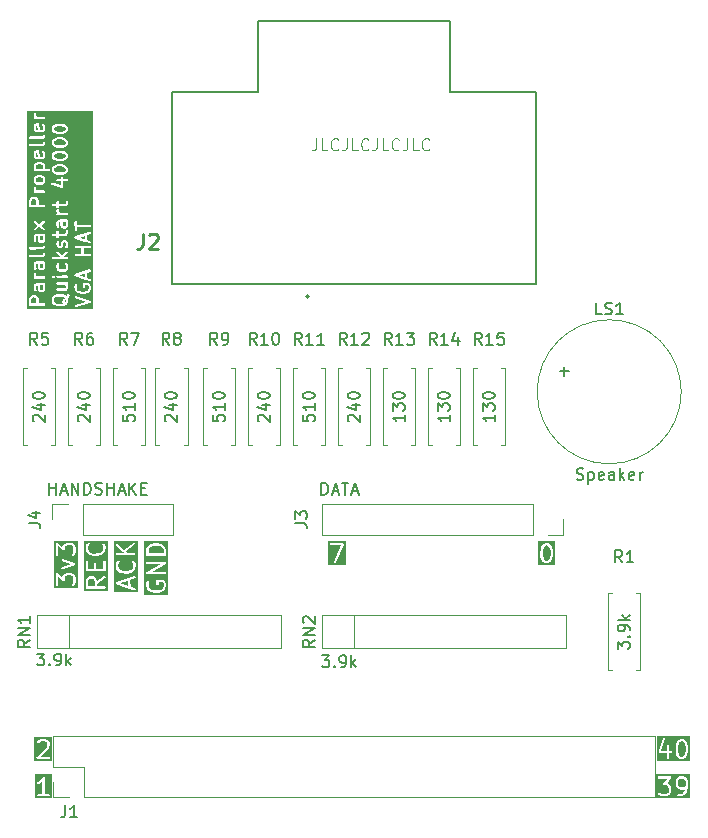
<source format=gbr>
%TF.GenerationSoftware,KiCad,Pcbnew,8.0.2*%
%TF.CreationDate,2025-02-23T18:43:33+01:00*%
%TF.ProjectId,propeller-40k-testhat,70726f70-656c-46c6-9572-2d34306b2d74,0*%
%TF.SameCoordinates,Original*%
%TF.FileFunction,Legend,Top*%
%TF.FilePolarity,Positive*%
%FSLAX46Y46*%
G04 Gerber Fmt 4.6, Leading zero omitted, Abs format (unit mm)*
G04 Created by KiCad (PCBNEW 8.0.2) date 2025-02-23 18:43:33*
%MOMM*%
%LPD*%
G01*
G04 APERTURE LIST*
%ADD10C,0.200000*%
%ADD11C,0.100000*%
%ADD12C,0.150000*%
%ADD13C,0.254000*%
%ADD14C,0.120000*%
G04 APERTURE END LIST*
D10*
G36*
X30071628Y-42800284D02*
G01*
X30098229Y-42826326D01*
X29998717Y-42927307D01*
X29988239Y-42936395D01*
X29985545Y-42940674D01*
X29984092Y-42942149D01*
X29983081Y-42944587D01*
X29977796Y-42952985D01*
X29928494Y-43054890D01*
X29926949Y-43056436D01*
X29922199Y-43067902D01*
X29913647Y-43085580D01*
X29913392Y-43089163D01*
X29912017Y-43092484D01*
X29910096Y-43111993D01*
X29912017Y-43245788D01*
X29926949Y-43281836D01*
X29954539Y-43309426D01*
X29990587Y-43324358D01*
X30008409Y-43324358D01*
X29890128Y-43354876D01*
X29514932Y-43356594D01*
X29319991Y-43309415D01*
X29236910Y-43228078D01*
X29195647Y-43148175D01*
X29194242Y-42966705D01*
X29232178Y-42888293D01*
X29315986Y-42802687D01*
X29501492Y-42754823D01*
X29876687Y-42753105D01*
X30071628Y-42800284D01*
G37*
G36*
X30197377Y-43142996D02*
G01*
X30159442Y-43221409D01*
X30075633Y-43307013D01*
X30064614Y-43309856D01*
X30065653Y-43309426D01*
X30093243Y-43281836D01*
X30108175Y-43245788D01*
X30110096Y-43226279D01*
X30108821Y-43137526D01*
X30146411Y-43059830D01*
X30196341Y-43009163D01*
X30197377Y-43142996D01*
G37*
G36*
X27616451Y-42848506D02*
G01*
X27651832Y-42882558D01*
X27692533Y-42961373D01*
X27693893Y-43298762D01*
X27263481Y-43299440D01*
X27262142Y-42967052D01*
X27300391Y-42887991D01*
X27334444Y-42852609D01*
X27413506Y-42811781D01*
X27537952Y-42810529D01*
X27616451Y-42848506D01*
G37*
G36*
X28264009Y-41818607D02*
G01*
X28265510Y-42057147D01*
X28233708Y-42122881D01*
X28171213Y-42155154D01*
X28103698Y-42156124D01*
X28038703Y-42124679D01*
X28006604Y-42062521D01*
X28005033Y-41812965D01*
X28005951Y-41810214D01*
X28004925Y-41795787D01*
X28004842Y-41782623D01*
X28245059Y-41781911D01*
X28264009Y-41818607D01*
G37*
G36*
X31786295Y-41088793D02*
G01*
X31340978Y-40941093D01*
X31785331Y-40792237D01*
X31786295Y-41088793D01*
G37*
G36*
X28264009Y-39990036D02*
G01*
X28265510Y-40228576D01*
X28233708Y-40294310D01*
X28171213Y-40326583D01*
X28103698Y-40327553D01*
X28038703Y-40296108D01*
X28006604Y-40233950D01*
X28005033Y-39984394D01*
X28005951Y-39981643D01*
X28004925Y-39967216D01*
X28004842Y-39954052D01*
X28245059Y-39953340D01*
X28264009Y-39990036D01*
G37*
G36*
X31786295Y-37888793D02*
G01*
X31340978Y-37741093D01*
X31785331Y-37592237D01*
X31786295Y-37888793D01*
G37*
G36*
X28264009Y-37647180D02*
G01*
X28265510Y-37885720D01*
X28233708Y-37951454D01*
X28171213Y-37983727D01*
X28103698Y-37984697D01*
X28038703Y-37953252D01*
X28006604Y-37891094D01*
X28005033Y-37641538D01*
X28005951Y-37638787D01*
X28004925Y-37624360D01*
X28004842Y-37611196D01*
X28245059Y-37610484D01*
X28264009Y-37647180D01*
G37*
G36*
X30195941Y-36447178D02*
G01*
X30197442Y-36685718D01*
X30165640Y-36751452D01*
X30103145Y-36783725D01*
X30035630Y-36784695D01*
X29970635Y-36753250D01*
X29938536Y-36691092D01*
X29936965Y-36441536D01*
X29937883Y-36438785D01*
X29936857Y-36424358D01*
X29936774Y-36411194D01*
X30176991Y-36410482D01*
X30195941Y-36447178D01*
G37*
G36*
X27616451Y-34505650D02*
G01*
X27651832Y-34539702D01*
X27692533Y-34618517D01*
X27693893Y-34955906D01*
X27263481Y-34956584D01*
X27262142Y-34624196D01*
X27300391Y-34545135D01*
X27334444Y-34509753D01*
X27413506Y-34468925D01*
X27537952Y-34467673D01*
X27616451Y-34505650D01*
G37*
G36*
X28187882Y-32677080D02*
G01*
X28223261Y-32711130D01*
X28264089Y-32790192D01*
X28265341Y-32914640D01*
X28227363Y-32993140D01*
X28193314Y-33028519D01*
X28114446Y-33069247D01*
X27818818Y-33070814D01*
X27739874Y-33032621D01*
X27704495Y-32998572D01*
X27663666Y-32919508D01*
X27662414Y-32795062D01*
X27700392Y-32716562D01*
X27734443Y-32681183D01*
X27813310Y-32640455D01*
X28108939Y-32638888D01*
X28187882Y-32677080D01*
G37*
G36*
X30025794Y-31774450D02*
G01*
X30119814Y-31819936D01*
X30155193Y-31853986D01*
X30196114Y-31933228D01*
X30197084Y-32000745D01*
X30159297Y-32078851D01*
X30125245Y-32114233D01*
X30038637Y-32158957D01*
X29832947Y-32212029D01*
X29571808Y-32213672D01*
X29365828Y-32163822D01*
X29271806Y-32118334D01*
X29236426Y-32084284D01*
X29195505Y-32005042D01*
X29194535Y-31937526D01*
X29232324Y-31859418D01*
X29266375Y-31824039D01*
X29352982Y-31779314D01*
X29558674Y-31726242D01*
X29819812Y-31724599D01*
X30025794Y-31774450D01*
G37*
G36*
X28187882Y-31591366D02*
G01*
X28223261Y-31625416D01*
X28264040Y-31704382D01*
X28265445Y-31885855D01*
X28245493Y-31927096D01*
X27682796Y-31927982D01*
X27663715Y-31891033D01*
X27662310Y-31709563D01*
X27700392Y-31630848D01*
X27734443Y-31595469D01*
X27813310Y-31554741D01*
X28108939Y-31553174D01*
X28187882Y-31591366D01*
G37*
G36*
X30025794Y-30631593D02*
G01*
X30119814Y-30677079D01*
X30155193Y-30711129D01*
X30196114Y-30790371D01*
X30197084Y-30857888D01*
X30159297Y-30935994D01*
X30125245Y-30971376D01*
X30038637Y-31016100D01*
X29832947Y-31069172D01*
X29571808Y-31070815D01*
X29365828Y-31020965D01*
X29271806Y-30975477D01*
X29236426Y-30941427D01*
X29195505Y-30862185D01*
X29194535Y-30794669D01*
X29232324Y-30716561D01*
X29266375Y-30681182D01*
X29352982Y-30636457D01*
X29558674Y-30583385D01*
X29819812Y-30581742D01*
X30025794Y-30631593D01*
G37*
G36*
X27843683Y-30899114D02*
G01*
X27761795Y-30899444D01*
X27695846Y-30867538D01*
X27663715Y-30805319D01*
X27662310Y-30623849D01*
X27694047Y-30558248D01*
X27756542Y-30525976D01*
X27767784Y-30525814D01*
X27843683Y-30899114D01*
G37*
G36*
X30025794Y-29488736D02*
G01*
X30119814Y-29534222D01*
X30155193Y-29568272D01*
X30196114Y-29647514D01*
X30197084Y-29715031D01*
X30159297Y-29793137D01*
X30125245Y-29828519D01*
X30038637Y-29873243D01*
X29832947Y-29926315D01*
X29571808Y-29927958D01*
X29365828Y-29878108D01*
X29271806Y-29832620D01*
X29236426Y-29798570D01*
X29195505Y-29719328D01*
X29194535Y-29651812D01*
X29232324Y-29573704D01*
X29266375Y-29538325D01*
X29352982Y-29493600D01*
X29558674Y-29440528D01*
X29819812Y-29438885D01*
X30025794Y-29488736D01*
G37*
G36*
X30025794Y-28345879D02*
G01*
X30119814Y-28391365D01*
X30155193Y-28425415D01*
X30196114Y-28504657D01*
X30197084Y-28572174D01*
X30159297Y-28650280D01*
X30125245Y-28685662D01*
X30038637Y-28730386D01*
X29832947Y-28783458D01*
X29571808Y-28785101D01*
X29365828Y-28735251D01*
X29271806Y-28689763D01*
X29236426Y-28655713D01*
X29195505Y-28576471D01*
X29194535Y-28508955D01*
X29232324Y-28430847D01*
X29266375Y-28395468D01*
X29352982Y-28350743D01*
X29558674Y-28297671D01*
X29819812Y-28296028D01*
X30025794Y-28345879D01*
G37*
G36*
X27843683Y-28613401D02*
G01*
X27761795Y-28613731D01*
X27695846Y-28581825D01*
X27663715Y-28519606D01*
X27662310Y-28338136D01*
X27694047Y-28272535D01*
X27756542Y-28240263D01*
X27767784Y-28240101D01*
X27843683Y-28613401D01*
G37*
G36*
X32461075Y-43801684D02*
G01*
X26930545Y-43801684D01*
X26930545Y-42940564D01*
X27063878Y-42940564D01*
X27065799Y-43417216D01*
X27080731Y-43453264D01*
X27108321Y-43480854D01*
X27144369Y-43495786D01*
X27163878Y-43497707D01*
X28383387Y-43495786D01*
X28419435Y-43480854D01*
X28447025Y-43453264D01*
X28461957Y-43417216D01*
X28461957Y-43378198D01*
X28447025Y-43342150D01*
X28419435Y-43314560D01*
X28383387Y-43299628D01*
X28363878Y-43297707D01*
X27892049Y-43298450D01*
X27890670Y-42956055D01*
X27891665Y-42953071D01*
X27890776Y-42940564D01*
X28995810Y-42940564D01*
X28997462Y-43154025D01*
X28996595Y-43156629D01*
X28997591Y-43170653D01*
X28997731Y-43188645D01*
X28999106Y-43191965D01*
X28999361Y-43195549D01*
X29006367Y-43213857D01*
X29065042Y-43327478D01*
X29069806Y-43338980D01*
X29072976Y-43342842D01*
X29073953Y-43344734D01*
X29075950Y-43346466D01*
X29082243Y-43354133D01*
X29190031Y-43459658D01*
X29193175Y-43464897D01*
X29202254Y-43471624D01*
X29211682Y-43480854D01*
X29218550Y-43483699D01*
X29224525Y-43488126D01*
X29242985Y-43494721D01*
X29466185Y-43548738D01*
X29476301Y-43552929D01*
X29488436Y-43554123D01*
X29490949Y-43554732D01*
X29492407Y-43554514D01*
X29495810Y-43554850D01*
X29889353Y-43553047D01*
X29900671Y-43554732D01*
X29912784Y-43552940D01*
X29915319Y-43552929D01*
X29916682Y-43552364D01*
X29920064Y-43551864D01*
X30137409Y-43495785D01*
X30143891Y-43495786D01*
X30154599Y-43491350D01*
X30167097Y-43488126D01*
X30173070Y-43483699D01*
X30179939Y-43480855D01*
X30195092Y-43468418D01*
X30307823Y-43353271D01*
X30317668Y-43344733D01*
X30320342Y-43340483D01*
X30321815Y-43338980D01*
X30322826Y-43336538D01*
X30328111Y-43328143D01*
X30377411Y-43226238D01*
X30378957Y-43224693D01*
X30383708Y-43213221D01*
X30392259Y-43195548D01*
X30392513Y-43191965D01*
X30393889Y-43188645D01*
X30395810Y-43169136D01*
X30394157Y-42955674D01*
X30395025Y-42953071D01*
X30394028Y-42939046D01*
X30393889Y-42921055D01*
X30392513Y-42917734D01*
X30392259Y-42914151D01*
X30385253Y-42895843D01*
X30359438Y-42845855D01*
X30422101Y-42781848D01*
X30431953Y-42773305D01*
X30434630Y-42769050D01*
X30436100Y-42767550D01*
X30437109Y-42765112D01*
X30442396Y-42756714D01*
X30442437Y-42756629D01*
X30928527Y-42756629D01*
X30931293Y-42795549D01*
X30948743Y-42830448D01*
X30978219Y-42856013D01*
X30996119Y-42864004D01*
X31914504Y-43168607D01*
X30978219Y-43482259D01*
X30948743Y-43507824D01*
X30931293Y-43542723D01*
X30928527Y-43581643D01*
X30940865Y-43618659D01*
X30966430Y-43648135D01*
X31001329Y-43665585D01*
X31040249Y-43668351D01*
X31059365Y-43664004D01*
X32247220Y-43266077D01*
X32254155Y-43265585D01*
X32265245Y-43260039D01*
X32277265Y-43256013D01*
X32282665Y-43251328D01*
X32289053Y-43248135D01*
X32297266Y-43238665D01*
X32306741Y-43230448D01*
X32309935Y-43224058D01*
X32314619Y-43218659D01*
X32318584Y-43206761D01*
X32324191Y-43195549D01*
X32324697Y-43188421D01*
X32326957Y-43181643D01*
X32326068Y-43169136D01*
X32326957Y-43156629D01*
X32324697Y-43149850D01*
X32324191Y-43142723D01*
X32318584Y-43131510D01*
X32314619Y-43119613D01*
X32309935Y-43114213D01*
X32306741Y-43107824D01*
X32297266Y-43099606D01*
X32289053Y-43090137D01*
X32282665Y-43086943D01*
X32277265Y-43082259D01*
X32259365Y-43074268D01*
X31040249Y-42669921D01*
X31001329Y-42672687D01*
X30966430Y-42690137D01*
X30940865Y-42719613D01*
X30928527Y-42756629D01*
X30442437Y-42756629D01*
X30506545Y-42624120D01*
X30509311Y-42585199D01*
X30496972Y-42548184D01*
X30471408Y-42518707D01*
X30436509Y-42501257D01*
X30397589Y-42498492D01*
X30360573Y-42510831D01*
X30331096Y-42536395D01*
X30320653Y-42552985D01*
X30273726Y-42649980D01*
X30238392Y-42686072D01*
X30201591Y-42650043D01*
X30198447Y-42644803D01*
X30189363Y-42638072D01*
X30179939Y-42628846D01*
X30173072Y-42626001D01*
X30167097Y-42621574D01*
X30148636Y-42614979D01*
X29925434Y-42560961D01*
X29915319Y-42556771D01*
X29903183Y-42555576D01*
X29900671Y-42554968D01*
X29899212Y-42555185D01*
X29895810Y-42554850D01*
X29502266Y-42556652D01*
X29490949Y-42554968D01*
X29478836Y-42556759D01*
X29476301Y-42556771D01*
X29474936Y-42557336D01*
X29471557Y-42557836D01*
X29254213Y-42613914D01*
X29247730Y-42613914D01*
X29237021Y-42618349D01*
X29224525Y-42621574D01*
X29218550Y-42626000D01*
X29211682Y-42628846D01*
X29196528Y-42641282D01*
X29083806Y-42756421D01*
X29073953Y-42764967D01*
X29071275Y-42769221D01*
X29069806Y-42770722D01*
X29068795Y-42773160D01*
X29063511Y-42781557D01*
X29014209Y-42883460D01*
X29012663Y-42885007D01*
X29007911Y-42896476D01*
X28999361Y-42914151D01*
X28999106Y-42917734D01*
X28997731Y-42921055D01*
X28995810Y-42940564D01*
X27890776Y-42940564D01*
X27890597Y-42938050D01*
X27890529Y-42921055D01*
X27889153Y-42917734D01*
X27888899Y-42914151D01*
X27881893Y-42895843D01*
X27823216Y-42782220D01*
X27818454Y-42770721D01*
X27815283Y-42766858D01*
X27814307Y-42764967D01*
X27812309Y-42763234D01*
X27806017Y-42755568D01*
X27746775Y-42698553D01*
X27739476Y-42690136D01*
X27735295Y-42687504D01*
X27733721Y-42685989D01*
X27731284Y-42684979D01*
X27722886Y-42679693D01*
X27620980Y-42630391D01*
X27619435Y-42628846D01*
X27607968Y-42624096D01*
X27590291Y-42615544D01*
X27586707Y-42615289D01*
X27583387Y-42613914D01*
X27563878Y-42611993D01*
X27407327Y-42613568D01*
X27404958Y-42612778D01*
X27391617Y-42613726D01*
X27372941Y-42613914D01*
X27369620Y-42615289D01*
X27366037Y-42615544D01*
X27347729Y-42622550D01*
X27234106Y-42681225D01*
X27222606Y-42685989D01*
X27218743Y-42689159D01*
X27216852Y-42690136D01*
X27215119Y-42692133D01*
X27207453Y-42698426D01*
X27150439Y-42757665D01*
X27142021Y-42764967D01*
X27139390Y-42769146D01*
X27137874Y-42770722D01*
X27136863Y-42773160D01*
X27131579Y-42781557D01*
X27082277Y-42883460D01*
X27080731Y-42885007D01*
X27075979Y-42896476D01*
X27067429Y-42914151D01*
X27067174Y-42917734D01*
X27065799Y-42921055D01*
X27063878Y-42940564D01*
X26930545Y-42940564D01*
X26930545Y-41854850D01*
X27463878Y-41854850D01*
X27465530Y-42068311D01*
X27464663Y-42070915D01*
X27465659Y-42084939D01*
X27465799Y-42102931D01*
X27467174Y-42106251D01*
X27467429Y-42109835D01*
X27474435Y-42128144D01*
X27542021Y-42259019D01*
X27571498Y-42284584D01*
X27608514Y-42296922D01*
X27647434Y-42294156D01*
X27682333Y-42276707D01*
X27707897Y-42247230D01*
X27720236Y-42210214D01*
X27717470Y-42171294D01*
X27710464Y-42152986D01*
X27663715Y-42062460D01*
X27662310Y-41880990D01*
X27694047Y-41815389D01*
X27756071Y-41783360D01*
X27788614Y-41783263D01*
X27806867Y-41818608D01*
X27808438Y-42068162D01*
X27807521Y-42070914D01*
X27808546Y-42085341D01*
X27808657Y-42102931D01*
X27810032Y-42106251D01*
X27810287Y-42109835D01*
X27817293Y-42128143D01*
X27873745Y-42237459D01*
X27877002Y-42247230D01*
X27881423Y-42252327D01*
X27884878Y-42259018D01*
X27894349Y-42267232D01*
X27902566Y-42276707D01*
X27912436Y-42282919D01*
X27914354Y-42284583D01*
X27915894Y-42285096D01*
X27919157Y-42287150D01*
X28021061Y-42336451D01*
X28022607Y-42337997D01*
X28034074Y-42342747D01*
X28051751Y-42351299D01*
X28055334Y-42351553D01*
X28058655Y-42352929D01*
X28078164Y-42354850D01*
X28177997Y-42353416D01*
X28179943Y-42354065D01*
X28191868Y-42353217D01*
X28211959Y-42352929D01*
X28215279Y-42351553D01*
X28218863Y-42351299D01*
X28237171Y-42344293D01*
X28346491Y-42287839D01*
X28356259Y-42284583D01*
X28361354Y-42280163D01*
X28368048Y-42276707D01*
X28376265Y-42267231D01*
X28385736Y-42259018D01*
X28391949Y-42249146D01*
X28393612Y-42247230D01*
X28394125Y-42245691D01*
X28396179Y-42242428D01*
X28445479Y-42140524D01*
X28447025Y-42138979D01*
X28451774Y-42127512D01*
X28460327Y-42109835D01*
X28460581Y-42106251D01*
X28461957Y-42102931D01*
X28463878Y-42083422D01*
X28462175Y-41812965D01*
X28463093Y-41810214D01*
X28462067Y-41795787D01*
X28461957Y-41778198D01*
X28460581Y-41774877D01*
X28460327Y-41771294D01*
X28453321Y-41752986D01*
X28446406Y-41739597D01*
X28447025Y-41738979D01*
X28461957Y-41702931D01*
X28461957Y-41663913D01*
X28447025Y-41627865D01*
X28425930Y-41606770D01*
X29397731Y-41606770D01*
X29397731Y-41645788D01*
X29412663Y-41681836D01*
X29440253Y-41709426D01*
X29476301Y-41724358D01*
X29495810Y-41726279D01*
X30139679Y-41724769D01*
X30155193Y-41739700D01*
X30196021Y-41818762D01*
X30197273Y-41943210D01*
X30165640Y-42008595D01*
X30103616Y-42040625D01*
X29476301Y-42042485D01*
X29440253Y-42057417D01*
X29412663Y-42085007D01*
X29397731Y-42121055D01*
X29397731Y-42160073D01*
X29412663Y-42196121D01*
X29440253Y-42223711D01*
X29476301Y-42238643D01*
X29495810Y-42240564D01*
X30108779Y-42238747D01*
X30111875Y-42239779D01*
X30127161Y-42238692D01*
X30143891Y-42238643D01*
X30147211Y-42237267D01*
X30150795Y-42237013D01*
X30169103Y-42230007D01*
X30278423Y-42173553D01*
X30288191Y-42170297D01*
X30293286Y-42165877D01*
X30299980Y-42162421D01*
X30308197Y-42152945D01*
X30317668Y-42144732D01*
X30323881Y-42134860D01*
X30325544Y-42132944D01*
X30326057Y-42131405D01*
X30328111Y-42128142D01*
X30377411Y-42026238D01*
X30378957Y-42024693D01*
X30383706Y-42013226D01*
X30392259Y-41995549D01*
X30392513Y-41991965D01*
X30393889Y-41988645D01*
X30395810Y-41969136D01*
X30394659Y-41854851D01*
X30927742Y-41854851D01*
X30929460Y-42025652D01*
X30928527Y-42038786D01*
X30929641Y-42043688D01*
X30929663Y-42045788D01*
X30930674Y-42048230D01*
X30932874Y-42057902D01*
X30986806Y-42214672D01*
X30986807Y-42217218D01*
X30991976Y-42229698D01*
X30998008Y-42247231D01*
X31000362Y-42249946D01*
X31001738Y-42253266D01*
X31014175Y-42268419D01*
X31129315Y-42381141D01*
X31137859Y-42390993D01*
X31142113Y-42393670D01*
X31143614Y-42395140D01*
X31146051Y-42396149D01*
X31154450Y-42401436D01*
X31263523Y-42454205D01*
X31270743Y-42459555D01*
X31285413Y-42464796D01*
X31287044Y-42465585D01*
X31287764Y-42465636D01*
X31289203Y-42466150D01*
X31512403Y-42520167D01*
X31522519Y-42524358D01*
X31534654Y-42525552D01*
X31537167Y-42526161D01*
X31538625Y-42525943D01*
X31542028Y-42526279D01*
X31707896Y-42524610D01*
X31718318Y-42526161D01*
X31730330Y-42524384D01*
X31732966Y-42524358D01*
X31734329Y-42523793D01*
X31737711Y-42523293D01*
X31958685Y-42466278D01*
X31968441Y-42465585D01*
X31983071Y-42459986D01*
X31984743Y-42459555D01*
X31985324Y-42459124D01*
X31986749Y-42458579D01*
X32100364Y-42399906D01*
X32111871Y-42395141D01*
X32115735Y-42391969D01*
X32117626Y-42390993D01*
X32119357Y-42388996D01*
X32127024Y-42382704D01*
X32229729Y-42277798D01*
X32231912Y-42276707D01*
X32240563Y-42266731D01*
X32253747Y-42253266D01*
X32255122Y-42249946D01*
X32257477Y-42247231D01*
X32265468Y-42229330D01*
X32320735Y-42058064D01*
X32325821Y-42045788D01*
X32326314Y-42040777D01*
X32326957Y-42038786D01*
X32326769Y-42036152D01*
X32327742Y-42026279D01*
X32326095Y-41911607D01*
X32326957Y-41899486D01*
X32325851Y-41894624D01*
X32325821Y-41892484D01*
X32324810Y-41890043D01*
X32322611Y-41880371D01*
X32268678Y-41723600D01*
X32268678Y-41721056D01*
X32263510Y-41708578D01*
X32257477Y-41691042D01*
X32255121Y-41688326D01*
X32253747Y-41685007D01*
X32241310Y-41669854D01*
X32169014Y-41600275D01*
X32132966Y-41585343D01*
X32113457Y-41583422D01*
X31693948Y-41585343D01*
X31657900Y-41600275D01*
X31630310Y-41627865D01*
X31615378Y-41663913D01*
X31613457Y-41683422D01*
X31615378Y-41931502D01*
X31630310Y-41967550D01*
X31657900Y-41995140D01*
X31693948Y-42010072D01*
X31732966Y-42010072D01*
X31769014Y-41995140D01*
X31796604Y-41967550D01*
X31811536Y-41931502D01*
X31813457Y-41911993D01*
X31812457Y-41782968D01*
X32071475Y-41781782D01*
X32082773Y-41792656D01*
X32127912Y-41923865D01*
X32129096Y-42006360D01*
X32085387Y-42141810D01*
X32000971Y-42228035D01*
X31913426Y-42273243D01*
X31707650Y-42326337D01*
X31560310Y-42327819D01*
X31354903Y-42278108D01*
X31261183Y-42232766D01*
X31172989Y-42146423D01*
X31127624Y-42014558D01*
X31126278Y-41880776D01*
X31181334Y-41766978D01*
X31184100Y-41728057D01*
X31171761Y-41691042D01*
X31146197Y-41661565D01*
X31111298Y-41644115D01*
X31072378Y-41641350D01*
X31035362Y-41653689D01*
X31005885Y-41679253D01*
X30995442Y-41695843D01*
X30946140Y-41797748D01*
X30944595Y-41799294D01*
X30939845Y-41810760D01*
X30931293Y-41828438D01*
X30931038Y-41832021D01*
X30929663Y-41835342D01*
X30927742Y-41854851D01*
X30394659Y-41854851D01*
X30394234Y-41812585D01*
X30395025Y-41810215D01*
X30394076Y-41796874D01*
X30393889Y-41778198D01*
X30392513Y-41774877D01*
X30392259Y-41771295D01*
X30385253Y-41752986D01*
X30358879Y-41701913D01*
X30378957Y-41681836D01*
X30393889Y-41645788D01*
X30393889Y-41606770D01*
X30378957Y-41570722D01*
X30351367Y-41543132D01*
X30315319Y-41528200D01*
X30295810Y-41526279D01*
X29476301Y-41528200D01*
X29440253Y-41543132D01*
X29412663Y-41570722D01*
X29397731Y-41606770D01*
X28425930Y-41606770D01*
X28419435Y-41600275D01*
X28383387Y-41585343D01*
X28363878Y-41583422D01*
X27864188Y-41584903D01*
X27862100Y-41584207D01*
X27851787Y-41584939D01*
X27750910Y-41585238D01*
X27747815Y-41584207D01*
X27732528Y-41585293D01*
X27715798Y-41585343D01*
X27712477Y-41586718D01*
X27708895Y-41586973D01*
X27690586Y-41593979D01*
X27581268Y-41650431D01*
X27571498Y-41653688D01*
X27566400Y-41658109D01*
X27559710Y-41661564D01*
X27551495Y-41671035D01*
X27542021Y-41679252D01*
X27535806Y-41689123D01*
X27534145Y-41691040D01*
X27533631Y-41692578D01*
X27531578Y-41695842D01*
X27482276Y-41797747D01*
X27480731Y-41799293D01*
X27475981Y-41810759D01*
X27467429Y-41828437D01*
X27467174Y-41832020D01*
X27465799Y-41835341D01*
X27463878Y-41854850D01*
X26930545Y-41854850D01*
X26930545Y-40769136D01*
X27463878Y-40769136D01*
X27465311Y-40868969D01*
X27464663Y-40870915D01*
X27465510Y-40882840D01*
X27465799Y-40902931D01*
X27467174Y-40906251D01*
X27467429Y-40909835D01*
X27474435Y-40928143D01*
X27523246Y-41022663D01*
X27508321Y-41028846D01*
X27480731Y-41056436D01*
X27465799Y-41092484D01*
X27465799Y-41131502D01*
X27480731Y-41167550D01*
X27508321Y-41195140D01*
X27544369Y-41210072D01*
X27563878Y-41211993D01*
X28383387Y-41210072D01*
X28419435Y-41195140D01*
X28447025Y-41167550D01*
X28461957Y-41131502D01*
X28461957Y-41092484D01*
X28447025Y-41056436D01*
X28425930Y-41035341D01*
X28997731Y-41035341D01*
X28997731Y-41074359D01*
X29012663Y-41110407D01*
X29025099Y-41125561D01*
X29097395Y-41195140D01*
X29106398Y-41198869D01*
X29133444Y-41210072D01*
X29172462Y-41210072D01*
X29208510Y-41195140D01*
X29223664Y-41182704D01*
X29293243Y-41110408D01*
X29300667Y-41092484D01*
X29308175Y-41074359D01*
X29308175Y-41035341D01*
X29397731Y-41035341D01*
X29397731Y-41074359D01*
X29412663Y-41110407D01*
X29440253Y-41137997D01*
X29476301Y-41152929D01*
X29495810Y-41154850D01*
X30315319Y-41152929D01*
X30351367Y-41137997D01*
X30378957Y-41110407D01*
X30393889Y-41074359D01*
X30393889Y-41035341D01*
X30378957Y-40999293D01*
X30351367Y-40971703D01*
X30315319Y-40956771D01*
X30295810Y-40954850D01*
X29476301Y-40956771D01*
X29440253Y-40971703D01*
X29412663Y-40999293D01*
X29397731Y-41035341D01*
X29308175Y-41035341D01*
X29297616Y-41009850D01*
X29293243Y-40999292D01*
X29280806Y-40984139D01*
X29222535Y-40928058D01*
X30928527Y-40928058D01*
X30929415Y-40940565D01*
X30928527Y-40953072D01*
X30930786Y-40959850D01*
X30931293Y-40966978D01*
X30936899Y-40978190D01*
X30940865Y-40990088D01*
X30945548Y-40995487D01*
X30948743Y-41001877D01*
X30958214Y-41010092D01*
X30966430Y-41019564D01*
X30972819Y-41022758D01*
X30978219Y-41027442D01*
X30996119Y-41035433D01*
X31857910Y-41321265D01*
X31865376Y-41324358D01*
X31867234Y-41324358D01*
X32215234Y-41439780D01*
X32254155Y-41437014D01*
X32289053Y-41419564D01*
X32314619Y-41390088D01*
X32326957Y-41353072D01*
X32324191Y-41314152D01*
X32306741Y-41279253D01*
X32277265Y-41253688D01*
X32259365Y-41245697D01*
X31984651Y-41154582D01*
X31983258Y-40725932D01*
X32277265Y-40627442D01*
X32306741Y-40601877D01*
X32324191Y-40566978D01*
X32326957Y-40528058D01*
X32314619Y-40491042D01*
X32289053Y-40461566D01*
X32254155Y-40444116D01*
X32215234Y-40441350D01*
X32196119Y-40445697D01*
X31008263Y-40843623D01*
X31001329Y-40844116D01*
X30990237Y-40849661D01*
X30978219Y-40853688D01*
X30972819Y-40858371D01*
X30966430Y-40861566D01*
X30958214Y-40871037D01*
X30948743Y-40879253D01*
X30945548Y-40885642D01*
X30940865Y-40891042D01*
X30936899Y-40902939D01*
X30931293Y-40914152D01*
X30930786Y-40921279D01*
X30928527Y-40928058D01*
X29222535Y-40928058D01*
X29208510Y-40914560D01*
X29172462Y-40899628D01*
X29133444Y-40899628D01*
X29108803Y-40909835D01*
X29097395Y-40914560D01*
X29082242Y-40926997D01*
X29012664Y-40999292D01*
X29012663Y-40999293D01*
X28997731Y-41035341D01*
X28425930Y-41035341D01*
X28419435Y-41028846D01*
X28383387Y-41013914D01*
X28363878Y-41011993D01*
X27817995Y-41013272D01*
X27739874Y-40975477D01*
X27704494Y-40941427D01*
X27663573Y-40862185D01*
X27661957Y-40749627D01*
X27647025Y-40713579D01*
X27619435Y-40685989D01*
X27583387Y-40671057D01*
X27544369Y-40671057D01*
X27508321Y-40685989D01*
X27480731Y-40713579D01*
X27465799Y-40749627D01*
X27463878Y-40769136D01*
X26930545Y-40769136D01*
X26930545Y-40026279D01*
X27463878Y-40026279D01*
X27465530Y-40239740D01*
X27464663Y-40242344D01*
X27465659Y-40256368D01*
X27465799Y-40274360D01*
X27467174Y-40277680D01*
X27467429Y-40281264D01*
X27474435Y-40299573D01*
X27542021Y-40430448D01*
X27571498Y-40456013D01*
X27608514Y-40468351D01*
X27647434Y-40465585D01*
X27682333Y-40448136D01*
X27707897Y-40418659D01*
X27720236Y-40381643D01*
X27717470Y-40342723D01*
X27710464Y-40324415D01*
X27663715Y-40233889D01*
X27662310Y-40052419D01*
X27694047Y-39986818D01*
X27756071Y-39954789D01*
X27788614Y-39954692D01*
X27806867Y-39990037D01*
X27808438Y-40239591D01*
X27807521Y-40242343D01*
X27808546Y-40256770D01*
X27808657Y-40274360D01*
X27810032Y-40277680D01*
X27810287Y-40281264D01*
X27817293Y-40299572D01*
X27873745Y-40408888D01*
X27877002Y-40418659D01*
X27881423Y-40423756D01*
X27884878Y-40430447D01*
X27894349Y-40438661D01*
X27902566Y-40448136D01*
X27912436Y-40454348D01*
X27914354Y-40456012D01*
X27915894Y-40456525D01*
X27919157Y-40458579D01*
X28021061Y-40507880D01*
X28022607Y-40509426D01*
X28034074Y-40514176D01*
X28051751Y-40522728D01*
X28055334Y-40522982D01*
X28058655Y-40524358D01*
X28078164Y-40526279D01*
X28177997Y-40524845D01*
X28179943Y-40525494D01*
X28191868Y-40524646D01*
X28211959Y-40524358D01*
X28215279Y-40522982D01*
X28218863Y-40522728D01*
X28237171Y-40515722D01*
X28346491Y-40459268D01*
X28356259Y-40456012D01*
X28361354Y-40451592D01*
X28368048Y-40448136D01*
X28376265Y-40438660D01*
X28385736Y-40430447D01*
X28391949Y-40420575D01*
X28393612Y-40418659D01*
X28394125Y-40417120D01*
X28396179Y-40413857D01*
X28445479Y-40311953D01*
X28447025Y-40310408D01*
X28451774Y-40298941D01*
X28460327Y-40281264D01*
X28460581Y-40277680D01*
X28461957Y-40274360D01*
X28463878Y-40254851D01*
X28462799Y-40083421D01*
X29395810Y-40083421D01*
X29397462Y-40296882D01*
X29396595Y-40299486D01*
X29397591Y-40313510D01*
X29397731Y-40331502D01*
X29399106Y-40334822D01*
X29399361Y-40338406D01*
X29406367Y-40356715D01*
X29465043Y-40470336D01*
X29469806Y-40481835D01*
X29472975Y-40485697D01*
X29473953Y-40487590D01*
X29475950Y-40489322D01*
X29482242Y-40496989D01*
X29541489Y-40554009D01*
X29548784Y-40562421D01*
X29552960Y-40565049D01*
X29554538Y-40566568D01*
X29556978Y-40567578D01*
X29565375Y-40572864D01*
X29667279Y-40622165D01*
X29668825Y-40623711D01*
X29680292Y-40628461D01*
X29697969Y-40637013D01*
X29701552Y-40637267D01*
X29704873Y-40638643D01*
X29724382Y-40640564D01*
X30051878Y-40638827D01*
X30054732Y-40639779D01*
X30069424Y-40638734D01*
X30086748Y-40638643D01*
X30090068Y-40637267D01*
X30093652Y-40637013D01*
X30111960Y-40630007D01*
X30225582Y-40571331D01*
X30237082Y-40566568D01*
X30240944Y-40563398D01*
X30242837Y-40562421D01*
X30244569Y-40560423D01*
X30252236Y-40554132D01*
X30309260Y-40494880D01*
X30317668Y-40487589D01*
X30320295Y-40483414D01*
X30321815Y-40481836D01*
X30322826Y-40479394D01*
X30328111Y-40470999D01*
X30377411Y-40369095D01*
X30378957Y-40367550D01*
X30383706Y-40356083D01*
X30392259Y-40338406D01*
X30392513Y-40334822D01*
X30393889Y-40331502D01*
X30395810Y-40311993D01*
X30394157Y-40098531D01*
X30395025Y-40095928D01*
X30394028Y-40081903D01*
X30393889Y-40063912D01*
X30392513Y-40060591D01*
X30392259Y-40057008D01*
X30385253Y-40038700D01*
X30317668Y-39907825D01*
X30288191Y-39882260D01*
X30251176Y-39869921D01*
X30212255Y-39872687D01*
X30177357Y-39890136D01*
X30151792Y-39919613D01*
X30139453Y-39956628D01*
X30142219Y-39995549D01*
X30149225Y-40013857D01*
X30195972Y-40104380D01*
X30197377Y-40285853D01*
X30159295Y-40364567D01*
X30125246Y-40399946D01*
X30046378Y-40440674D01*
X29750750Y-40442241D01*
X29671806Y-40404048D01*
X29636427Y-40369999D01*
X29595647Y-40291031D01*
X29594242Y-40109562D01*
X29649402Y-39995549D01*
X29652168Y-39956629D01*
X29639829Y-39919613D01*
X29614265Y-39890136D01*
X29579366Y-39872687D01*
X29540446Y-39869921D01*
X29503430Y-39882259D01*
X29473953Y-39907824D01*
X29463511Y-39924414D01*
X29414209Y-40026317D01*
X29412663Y-40027864D01*
X29407911Y-40039333D01*
X29399361Y-40057008D01*
X29399106Y-40060591D01*
X29397731Y-40063912D01*
X29395810Y-40083421D01*
X28462799Y-40083421D01*
X28462175Y-39984394D01*
X28463093Y-39981643D01*
X28462067Y-39967216D01*
X28461957Y-39949627D01*
X28460581Y-39946306D01*
X28460327Y-39942723D01*
X28453321Y-39924415D01*
X28446406Y-39911026D01*
X28447025Y-39910408D01*
X28461957Y-39874360D01*
X28461957Y-39835342D01*
X28447025Y-39799294D01*
X28419435Y-39771704D01*
X28383387Y-39756772D01*
X28363878Y-39754851D01*
X27864188Y-39756332D01*
X27862100Y-39755636D01*
X27851787Y-39756368D01*
X27750910Y-39756667D01*
X27747815Y-39755636D01*
X27732528Y-39756722D01*
X27715798Y-39756772D01*
X27712477Y-39758147D01*
X27708895Y-39758402D01*
X27690586Y-39765408D01*
X27581268Y-39821860D01*
X27571498Y-39825117D01*
X27566400Y-39829538D01*
X27559710Y-39832993D01*
X27551495Y-39842464D01*
X27542021Y-39850681D01*
X27535806Y-39860552D01*
X27534145Y-39862469D01*
X27533631Y-39864007D01*
X27531578Y-39867271D01*
X27482276Y-39969176D01*
X27480731Y-39970722D01*
X27475981Y-39982188D01*
X27467429Y-39999866D01*
X27467174Y-40003449D01*
X27465799Y-40006770D01*
X27463878Y-40026279D01*
X26930545Y-40026279D01*
X26930545Y-39435341D01*
X28997731Y-39435341D01*
X28997731Y-39474359D01*
X29012663Y-39510407D01*
X29040253Y-39537997D01*
X29076301Y-39552929D01*
X29095810Y-39554850D01*
X30315319Y-39552929D01*
X30351367Y-39537997D01*
X30378957Y-39510407D01*
X30393889Y-39474359D01*
X30393889Y-39435341D01*
X30378957Y-39399293D01*
X30351367Y-39371703D01*
X30315319Y-39356771D01*
X30295810Y-39354850D01*
X29994682Y-39355324D01*
X29990532Y-39351198D01*
X30370264Y-39064465D01*
X30390144Y-39030890D01*
X30395661Y-38992264D01*
X30385978Y-38954467D01*
X30362567Y-38923252D01*
X30328993Y-38903373D01*
X30290367Y-38897855D01*
X30252569Y-38907539D01*
X30235810Y-38917707D01*
X29848602Y-39210084D01*
X29551367Y-38914560D01*
X29515319Y-38899628D01*
X29476301Y-38899628D01*
X29440253Y-38914560D01*
X29412663Y-38942150D01*
X29397731Y-38978198D01*
X29397731Y-39017216D01*
X29412663Y-39053264D01*
X29425099Y-39068418D01*
X29714110Y-39355766D01*
X29076301Y-39356771D01*
X29040253Y-39371703D01*
X29012663Y-39399293D01*
X28997731Y-39435341D01*
X26930545Y-39435341D01*
X26930545Y-39263913D01*
X27065799Y-39263913D01*
X27065799Y-39302931D01*
X27080731Y-39338979D01*
X27108321Y-39366569D01*
X27144369Y-39381501D01*
X27163878Y-39383422D01*
X28176728Y-39381565D01*
X28179943Y-39382637D01*
X28195503Y-39381531D01*
X28211959Y-39381501D01*
X28215279Y-39380125D01*
X28218863Y-39379871D01*
X28237171Y-39372865D01*
X28346491Y-39316411D01*
X28356259Y-39313155D01*
X28361354Y-39308735D01*
X28368048Y-39305279D01*
X28376265Y-39295803D01*
X28385736Y-39287590D01*
X28391949Y-39277718D01*
X28393612Y-39275802D01*
X28394125Y-39274263D01*
X28396179Y-39271000D01*
X28460327Y-39138407D01*
X28463093Y-39099487D01*
X28450754Y-39062471D01*
X28425189Y-39032994D01*
X28390290Y-39015545D01*
X28351370Y-39012780D01*
X28314354Y-39025118D01*
X28284878Y-39050683D01*
X28274435Y-39067273D01*
X28233708Y-39151453D01*
X28171729Y-39183459D01*
X27144369Y-39185343D01*
X27108321Y-39200275D01*
X27080731Y-39227865D01*
X27065799Y-39263913D01*
X26930545Y-39263913D01*
X26930545Y-38635342D01*
X27065799Y-38635342D01*
X27065799Y-38674360D01*
X27080731Y-38710408D01*
X27108321Y-38737998D01*
X27144369Y-38752930D01*
X27163878Y-38754851D01*
X28176728Y-38752994D01*
X28179943Y-38754066D01*
X28195503Y-38752960D01*
X28211959Y-38752930D01*
X28215279Y-38751554D01*
X28218863Y-38751300D01*
X28237171Y-38744294D01*
X28346491Y-38687840D01*
X28356259Y-38684584D01*
X28361354Y-38680164D01*
X28368048Y-38676708D01*
X28376265Y-38667232D01*
X28385736Y-38659019D01*
X28391949Y-38649147D01*
X28393612Y-38647231D01*
X28394125Y-38645692D01*
X28396179Y-38642429D01*
X28460327Y-38509836D01*
X28463093Y-38470916D01*
X28450754Y-38433900D01*
X28425189Y-38404423D01*
X28390290Y-38386974D01*
X28351370Y-38384209D01*
X28314354Y-38396547D01*
X28284878Y-38422112D01*
X28274435Y-38438702D01*
X28233708Y-38522882D01*
X28171729Y-38554888D01*
X27144369Y-38556772D01*
X27108321Y-38571704D01*
X27080731Y-38599294D01*
X27065799Y-38635342D01*
X26930545Y-38635342D01*
X26930545Y-38197707D01*
X29395810Y-38197707D01*
X29397385Y-38354258D01*
X29396595Y-38356629D01*
X29397543Y-38369969D01*
X29397731Y-38388645D01*
X29399106Y-38391965D01*
X29399361Y-38395549D01*
X29406367Y-38413858D01*
X29462821Y-38523177D01*
X29466077Y-38532944D01*
X29470496Y-38538040D01*
X29473953Y-38544733D01*
X29483426Y-38552949D01*
X29491641Y-38562421D01*
X29501510Y-38568633D01*
X29503430Y-38570298D01*
X29504971Y-38570811D01*
X29508232Y-38572864D01*
X29610136Y-38622165D01*
X29611682Y-38623711D01*
X29623149Y-38628461D01*
X29640826Y-38637013D01*
X29644409Y-38637267D01*
X29647730Y-38638643D01*
X29667239Y-38640564D01*
X29710944Y-38639468D01*
X29711875Y-38639779D01*
X29719126Y-38639263D01*
X29743891Y-38638643D01*
X29747211Y-38637267D01*
X29750795Y-38637013D01*
X29769103Y-38630007D01*
X29878423Y-38573553D01*
X29888191Y-38570297D01*
X29893286Y-38565877D01*
X29899980Y-38562421D01*
X29908197Y-38552945D01*
X29917668Y-38544732D01*
X29923881Y-38534860D01*
X29925544Y-38532944D01*
X29926057Y-38531405D01*
X29928111Y-38528142D01*
X29977411Y-38426238D01*
X29978957Y-38424693D01*
X29983706Y-38413226D01*
X29992259Y-38395549D01*
X29992513Y-38391965D01*
X29993889Y-38388645D01*
X29995810Y-38369136D01*
X29994346Y-38223632D01*
X30025980Y-38158246D01*
X30088938Y-38125734D01*
X30099795Y-38125462D01*
X30163842Y-38156447D01*
X30195972Y-38218666D01*
X30197377Y-38400138D01*
X30142219Y-38514152D01*
X30139453Y-38553072D01*
X30151792Y-38590088D01*
X30177357Y-38619564D01*
X30212256Y-38637013D01*
X30251176Y-38639779D01*
X30288192Y-38627440D01*
X30317668Y-38601875D01*
X30328111Y-38585285D01*
X30359184Y-38521056D01*
X30929663Y-38521056D01*
X30929663Y-38560074D01*
X30944595Y-38596122D01*
X30972185Y-38623712D01*
X31008233Y-38638644D01*
X31027742Y-38640565D01*
X31499441Y-38639821D01*
X31500769Y-39127424D01*
X31008233Y-39128200D01*
X30972185Y-39143132D01*
X30944595Y-39170722D01*
X30929663Y-39206770D01*
X30929663Y-39245788D01*
X30944595Y-39281836D01*
X30972185Y-39309426D01*
X31008233Y-39324358D01*
X31027742Y-39326279D01*
X32247251Y-39324358D01*
X32283299Y-39309426D01*
X32310889Y-39281836D01*
X32325821Y-39245788D01*
X32325821Y-39206770D01*
X32310889Y-39170722D01*
X32283299Y-39143132D01*
X32247251Y-39128200D01*
X32227742Y-39126279D01*
X31698900Y-39127112D01*
X31697572Y-38639509D01*
X32247251Y-38638644D01*
X32283299Y-38623712D01*
X32310889Y-38596122D01*
X32325821Y-38560074D01*
X32325821Y-38521056D01*
X32310889Y-38485008D01*
X32283299Y-38457418D01*
X32247251Y-38442486D01*
X32227742Y-38440565D01*
X31008233Y-38442486D01*
X30972185Y-38457418D01*
X30944595Y-38485008D01*
X30929663Y-38521056D01*
X30359184Y-38521056D01*
X30377411Y-38483380D01*
X30378957Y-38481835D01*
X30383708Y-38470363D01*
X30392259Y-38452690D01*
X30392513Y-38449107D01*
X30393889Y-38445787D01*
X30395810Y-38426278D01*
X30394157Y-38212818D01*
X30395025Y-38210215D01*
X30394028Y-38196190D01*
X30393889Y-38178198D01*
X30392513Y-38174877D01*
X30392259Y-38171295D01*
X30385253Y-38152986D01*
X30328800Y-38043668D01*
X30325544Y-38033898D01*
X30321122Y-38028800D01*
X30317668Y-38022110D01*
X30308196Y-38013895D01*
X30299980Y-38004421D01*
X30290108Y-37998206D01*
X30288192Y-37996545D01*
X30286653Y-37996031D01*
X30283390Y-37993978D01*
X30181484Y-37944676D01*
X30179939Y-37943131D01*
X30168472Y-37938381D01*
X30150795Y-37929829D01*
X30147211Y-37929574D01*
X30143891Y-37928199D01*
X30124382Y-37926278D01*
X30080677Y-37927373D01*
X30079747Y-37927063D01*
X30072495Y-37927578D01*
X30047730Y-37928199D01*
X30044409Y-37929574D01*
X30040826Y-37929829D01*
X30022518Y-37936835D01*
X29913197Y-37993289D01*
X29903430Y-37996545D01*
X29898333Y-38000964D01*
X29891641Y-38004421D01*
X29883425Y-38013893D01*
X29873953Y-38022109D01*
X29867736Y-38031983D01*
X29866077Y-38033898D01*
X29865564Y-38035434D01*
X29863510Y-38038699D01*
X29814208Y-38140604D01*
X29812663Y-38142150D01*
X29807913Y-38153616D01*
X29799361Y-38171294D01*
X29799106Y-38174877D01*
X29797731Y-38178198D01*
X29795810Y-38197707D01*
X29797273Y-38343210D01*
X29765640Y-38408595D01*
X29702682Y-38441107D01*
X29691826Y-38441379D01*
X29627778Y-38410393D01*
X29595598Y-38348078D01*
X29594346Y-38223632D01*
X29649402Y-38109834D01*
X29652168Y-38070913D01*
X29639829Y-38033898D01*
X29614265Y-38004421D01*
X29579366Y-37986971D01*
X29540446Y-37984206D01*
X29503430Y-37996545D01*
X29473953Y-38022109D01*
X29463510Y-38038699D01*
X29414208Y-38140604D01*
X29412663Y-38142150D01*
X29407913Y-38153616D01*
X29399361Y-38171294D01*
X29399106Y-38174877D01*
X29397731Y-38178198D01*
X29395810Y-38197707D01*
X26930545Y-38197707D01*
X26930545Y-37683423D01*
X27463878Y-37683423D01*
X27465530Y-37896884D01*
X27464663Y-37899488D01*
X27465659Y-37913512D01*
X27465799Y-37931504D01*
X27467174Y-37934824D01*
X27467429Y-37938408D01*
X27474435Y-37956717D01*
X27542021Y-38087592D01*
X27571498Y-38113157D01*
X27608514Y-38125495D01*
X27647434Y-38122729D01*
X27682333Y-38105280D01*
X27707897Y-38075803D01*
X27720236Y-38038787D01*
X27717470Y-37999867D01*
X27710464Y-37981559D01*
X27663715Y-37891033D01*
X27662310Y-37709563D01*
X27694047Y-37643962D01*
X27756071Y-37611933D01*
X27788614Y-37611836D01*
X27806867Y-37647181D01*
X27808438Y-37896735D01*
X27807521Y-37899487D01*
X27808546Y-37913914D01*
X27808657Y-37931504D01*
X27810032Y-37934824D01*
X27810287Y-37938408D01*
X27817293Y-37956716D01*
X27873745Y-38066032D01*
X27877002Y-38075803D01*
X27881423Y-38080900D01*
X27884878Y-38087591D01*
X27894349Y-38095805D01*
X27902566Y-38105280D01*
X27912436Y-38111492D01*
X27914354Y-38113156D01*
X27915894Y-38113669D01*
X27919157Y-38115723D01*
X28021061Y-38165024D01*
X28022607Y-38166570D01*
X28034074Y-38171320D01*
X28051751Y-38179872D01*
X28055334Y-38180126D01*
X28058655Y-38181502D01*
X28078164Y-38183423D01*
X28177997Y-38181989D01*
X28179943Y-38182638D01*
X28191868Y-38181790D01*
X28211959Y-38181502D01*
X28215279Y-38180126D01*
X28218863Y-38179872D01*
X28237171Y-38172866D01*
X28346491Y-38116412D01*
X28356259Y-38113156D01*
X28361354Y-38108736D01*
X28368048Y-38105280D01*
X28376265Y-38095804D01*
X28385736Y-38087591D01*
X28391949Y-38077719D01*
X28393612Y-38075803D01*
X28394125Y-38074264D01*
X28396179Y-38071001D01*
X28445479Y-37969097D01*
X28447025Y-37967552D01*
X28451774Y-37956085D01*
X28460327Y-37938408D01*
X28460581Y-37934824D01*
X28461957Y-37931504D01*
X28463878Y-37911995D01*
X28462175Y-37641538D01*
X28463093Y-37638787D01*
X28462067Y-37624360D01*
X28461957Y-37606771D01*
X28460581Y-37603450D01*
X28460327Y-37599867D01*
X28453321Y-37581559D01*
X28446406Y-37568170D01*
X28447025Y-37567552D01*
X28461957Y-37531504D01*
X28461957Y-37492486D01*
X28461956Y-37492483D01*
X28997731Y-37492483D01*
X28997731Y-37531501D01*
X29012663Y-37567549D01*
X29040253Y-37595139D01*
X29076301Y-37610071D01*
X29095810Y-37611992D01*
X29397362Y-37611439D01*
X29397731Y-37702930D01*
X29412663Y-37738978D01*
X29440253Y-37766568D01*
X29476301Y-37781500D01*
X29515319Y-37781500D01*
X29551367Y-37766568D01*
X29578957Y-37738978D01*
X29583480Y-37728058D01*
X30928527Y-37728058D01*
X30929415Y-37740565D01*
X30928527Y-37753072D01*
X30930786Y-37759850D01*
X30931293Y-37766978D01*
X30936899Y-37778190D01*
X30940865Y-37790088D01*
X30945548Y-37795487D01*
X30948743Y-37801877D01*
X30958214Y-37810092D01*
X30966430Y-37819564D01*
X30972819Y-37822758D01*
X30978219Y-37827442D01*
X30996119Y-37835433D01*
X31857910Y-38121265D01*
X31865376Y-38124358D01*
X31867234Y-38124358D01*
X32215234Y-38239780D01*
X32254155Y-38237014D01*
X32289053Y-38219564D01*
X32314619Y-38190088D01*
X32326957Y-38153072D01*
X32324191Y-38114152D01*
X32306741Y-38079253D01*
X32277265Y-38053688D01*
X32259365Y-38045697D01*
X31984651Y-37954582D01*
X31983258Y-37525932D01*
X32277265Y-37427442D01*
X32306741Y-37401877D01*
X32324191Y-37366978D01*
X32326957Y-37328058D01*
X32314619Y-37291042D01*
X32289053Y-37261566D01*
X32254155Y-37244116D01*
X32215234Y-37241350D01*
X32196119Y-37245697D01*
X31008263Y-37643623D01*
X31001329Y-37644116D01*
X30990237Y-37649661D01*
X30978219Y-37653688D01*
X30972819Y-37658371D01*
X30966430Y-37661566D01*
X30958214Y-37671037D01*
X30948743Y-37679253D01*
X30945548Y-37685642D01*
X30940865Y-37691042D01*
X30936899Y-37702939D01*
X30931293Y-37714152D01*
X30930786Y-37721279D01*
X30928527Y-37728058D01*
X29583480Y-37728058D01*
X29593889Y-37702930D01*
X29595810Y-37683421D01*
X29595518Y-37611076D01*
X30108660Y-37610135D01*
X30111875Y-37611207D01*
X30127435Y-37610101D01*
X30143891Y-37610071D01*
X30147211Y-37608695D01*
X30150795Y-37608441D01*
X30169103Y-37601435D01*
X30278423Y-37544981D01*
X30288191Y-37541725D01*
X30293286Y-37537305D01*
X30299980Y-37533849D01*
X30308197Y-37524373D01*
X30317668Y-37516160D01*
X30323881Y-37506288D01*
X30325544Y-37504372D01*
X30326057Y-37502833D01*
X30328111Y-37499570D01*
X30377411Y-37397666D01*
X30378957Y-37396121D01*
X30383706Y-37384654D01*
X30392259Y-37366977D01*
X30392513Y-37363393D01*
X30393889Y-37360073D01*
X30395810Y-37340564D01*
X30393889Y-37206769D01*
X30378957Y-37170721D01*
X30351367Y-37143131D01*
X30315319Y-37128199D01*
X30276301Y-37128199D01*
X30240253Y-37143131D01*
X30212663Y-37170721D01*
X30197731Y-37206769D01*
X30195810Y-37226278D01*
X30197084Y-37315030D01*
X30165640Y-37380023D01*
X30103661Y-37412029D01*
X29594720Y-37412962D01*
X29593889Y-37206769D01*
X29578957Y-37170721D01*
X29551367Y-37143131D01*
X29515319Y-37128199D01*
X29476301Y-37128199D01*
X29440253Y-37143131D01*
X29412663Y-37170721D01*
X29397731Y-37206769D01*
X29395810Y-37226278D01*
X29396563Y-37413325D01*
X29076301Y-37413913D01*
X29040253Y-37428845D01*
X29012663Y-37456435D01*
X28997731Y-37492483D01*
X28461956Y-37492483D01*
X28447025Y-37456438D01*
X28419435Y-37428848D01*
X28383387Y-37413916D01*
X28363878Y-37411995D01*
X27864188Y-37413476D01*
X27862100Y-37412780D01*
X27851787Y-37413512D01*
X27750910Y-37413811D01*
X27747815Y-37412780D01*
X27732528Y-37413866D01*
X27715798Y-37413916D01*
X27712477Y-37415291D01*
X27708895Y-37415546D01*
X27690586Y-37422552D01*
X27581268Y-37479004D01*
X27571498Y-37482261D01*
X27566400Y-37486682D01*
X27559710Y-37490137D01*
X27551495Y-37499608D01*
X27542021Y-37507825D01*
X27535806Y-37517696D01*
X27534145Y-37519613D01*
X27533631Y-37521151D01*
X27531578Y-37524415D01*
X27482276Y-37626320D01*
X27480731Y-37627866D01*
X27475981Y-37639332D01*
X27467429Y-37657010D01*
X27467174Y-37660593D01*
X27465799Y-37663914D01*
X27463878Y-37683423D01*
X26930545Y-37683423D01*
X26930545Y-36418597D01*
X27464174Y-36418597D01*
X27468823Y-36457337D01*
X27487942Y-36491349D01*
X27502096Y-36504913D01*
X27803544Y-36740863D01*
X27487942Y-36989784D01*
X27468823Y-37023796D01*
X27464174Y-37062536D01*
X27474704Y-37100107D01*
X27498810Y-37130788D01*
X27532822Y-37149907D01*
X27571562Y-37154556D01*
X27609133Y-37144026D01*
X27625660Y-37133484D01*
X27964111Y-36866542D01*
X28318623Y-37144026D01*
X28356193Y-37154556D01*
X28394933Y-37149907D01*
X28428946Y-37130787D01*
X28453052Y-37100107D01*
X28463582Y-37062536D01*
X28458933Y-37023796D01*
X28439813Y-36989784D01*
X28425660Y-36976220D01*
X28124210Y-36740269D01*
X28439813Y-36491349D01*
X28444270Y-36483421D01*
X29395810Y-36483421D01*
X29397462Y-36696882D01*
X29396595Y-36699486D01*
X29397591Y-36713510D01*
X29397731Y-36731502D01*
X29399106Y-36734822D01*
X29399361Y-36738406D01*
X29406367Y-36756715D01*
X29473953Y-36887590D01*
X29503430Y-36913155D01*
X29540446Y-36925493D01*
X29579366Y-36922727D01*
X29614265Y-36905278D01*
X29639829Y-36875801D01*
X29652168Y-36838785D01*
X29649402Y-36799865D01*
X29642396Y-36781557D01*
X29595647Y-36691031D01*
X29594242Y-36509561D01*
X29625979Y-36443960D01*
X29688003Y-36411931D01*
X29720546Y-36411834D01*
X29738799Y-36447179D01*
X29740370Y-36696733D01*
X29739453Y-36699485D01*
X29740478Y-36713912D01*
X29740589Y-36731502D01*
X29741964Y-36734822D01*
X29742219Y-36738406D01*
X29749225Y-36756714D01*
X29805677Y-36866030D01*
X29808934Y-36875801D01*
X29813355Y-36880898D01*
X29816810Y-36887589D01*
X29826281Y-36895803D01*
X29834498Y-36905278D01*
X29844368Y-36911490D01*
X29846286Y-36913154D01*
X29847826Y-36913667D01*
X29851089Y-36915721D01*
X29952993Y-36965022D01*
X29954539Y-36966568D01*
X29966006Y-36971318D01*
X29983683Y-36979870D01*
X29987266Y-36980124D01*
X29990587Y-36981500D01*
X30010096Y-36983421D01*
X30109929Y-36981987D01*
X30111875Y-36982636D01*
X30123800Y-36981788D01*
X30143891Y-36981500D01*
X30147211Y-36980124D01*
X30150795Y-36979870D01*
X30169103Y-36972864D01*
X30278423Y-36916410D01*
X30288191Y-36913154D01*
X30293286Y-36908734D01*
X30299980Y-36905278D01*
X30308197Y-36895802D01*
X30317668Y-36887589D01*
X30323881Y-36877717D01*
X30325544Y-36875801D01*
X30326057Y-36874262D01*
X30328111Y-36870999D01*
X30377411Y-36769095D01*
X30378957Y-36767550D01*
X30383706Y-36756083D01*
X30392259Y-36738406D01*
X30392513Y-36734822D01*
X30393889Y-36731502D01*
X30395810Y-36711993D01*
X30394107Y-36441536D01*
X30395025Y-36438785D01*
X30394136Y-36426280D01*
X30927742Y-36426280D01*
X30929663Y-37131503D01*
X30944595Y-37167551D01*
X30972185Y-37195141D01*
X31008233Y-37210073D01*
X31047251Y-37210073D01*
X31083299Y-37195141D01*
X31110889Y-37167551D01*
X31125821Y-37131503D01*
X31127742Y-37111994D01*
X31127080Y-36868980D01*
X32247251Y-36867216D01*
X32283299Y-36852284D01*
X32310889Y-36824694D01*
X32325821Y-36788646D01*
X32325821Y-36749628D01*
X32310889Y-36713580D01*
X32283299Y-36685990D01*
X32247251Y-36671058D01*
X32227742Y-36669137D01*
X31126540Y-36670871D01*
X31125821Y-36406771D01*
X31110889Y-36370723D01*
X31083299Y-36343133D01*
X31047251Y-36328201D01*
X31008233Y-36328201D01*
X30972185Y-36343133D01*
X30944595Y-36370723D01*
X30929663Y-36406771D01*
X30927742Y-36426280D01*
X30394136Y-36426280D01*
X30393999Y-36424358D01*
X30393889Y-36406769D01*
X30392513Y-36403448D01*
X30392259Y-36399865D01*
X30385253Y-36381557D01*
X30378338Y-36368168D01*
X30378957Y-36367550D01*
X30393889Y-36331502D01*
X30393889Y-36292484D01*
X30378957Y-36256436D01*
X30351367Y-36228846D01*
X30315319Y-36213914D01*
X30295810Y-36211993D01*
X29796120Y-36213474D01*
X29794032Y-36212778D01*
X29783719Y-36213510D01*
X29682842Y-36213809D01*
X29679747Y-36212778D01*
X29664460Y-36213864D01*
X29647730Y-36213914D01*
X29644409Y-36215289D01*
X29640827Y-36215544D01*
X29622518Y-36222550D01*
X29513200Y-36279002D01*
X29503430Y-36282259D01*
X29498332Y-36286680D01*
X29491642Y-36290135D01*
X29483427Y-36299606D01*
X29473953Y-36307823D01*
X29467738Y-36317694D01*
X29466077Y-36319611D01*
X29465563Y-36321149D01*
X29463510Y-36324413D01*
X29414208Y-36426318D01*
X29412663Y-36427864D01*
X29407913Y-36439330D01*
X29399361Y-36457008D01*
X29399106Y-36460591D01*
X29397731Y-36463912D01*
X29395810Y-36483421D01*
X28444270Y-36483421D01*
X28458933Y-36457337D01*
X28463582Y-36418597D01*
X28453052Y-36381026D01*
X28428946Y-36350346D01*
X28394933Y-36331226D01*
X28356193Y-36326577D01*
X28318623Y-36337107D01*
X28302096Y-36347649D01*
X27963644Y-36614590D01*
X27609133Y-36337107D01*
X27571562Y-36326577D01*
X27532822Y-36331226D01*
X27498810Y-36350345D01*
X27474704Y-36381026D01*
X27464174Y-36418597D01*
X26930545Y-36418597D01*
X26930545Y-35397707D01*
X29395810Y-35397707D01*
X29397243Y-35497540D01*
X29396595Y-35499486D01*
X29397442Y-35511411D01*
X29397731Y-35531502D01*
X29399106Y-35534822D01*
X29399361Y-35538406D01*
X29406367Y-35556714D01*
X29455178Y-35651234D01*
X29440253Y-35657417D01*
X29412663Y-35685007D01*
X29397731Y-35721055D01*
X29397731Y-35760073D01*
X29412663Y-35796121D01*
X29440253Y-35823711D01*
X29476301Y-35838643D01*
X29495810Y-35840564D01*
X30315319Y-35838643D01*
X30351367Y-35823711D01*
X30378957Y-35796121D01*
X30393889Y-35760073D01*
X30393889Y-35721055D01*
X30378957Y-35685007D01*
X30351367Y-35657417D01*
X30315319Y-35642485D01*
X30295810Y-35640564D01*
X29749927Y-35641843D01*
X29671806Y-35604048D01*
X29636426Y-35569998D01*
X29595505Y-35490756D01*
X29593889Y-35378198D01*
X29578957Y-35342150D01*
X29551367Y-35314560D01*
X29515319Y-35299628D01*
X29476301Y-35299628D01*
X29440253Y-35314560D01*
X29412663Y-35342150D01*
X29397731Y-35378198D01*
X29395810Y-35397707D01*
X26930545Y-35397707D01*
X26930545Y-34597708D01*
X27063878Y-34597708D01*
X27065799Y-35074360D01*
X27080731Y-35110408D01*
X27108321Y-35137998D01*
X27144369Y-35152930D01*
X27163878Y-35154851D01*
X28383387Y-35152930D01*
X28419435Y-35137998D01*
X28447025Y-35110408D01*
X28461957Y-35074360D01*
X28461957Y-35035342D01*
X28447025Y-34999294D01*
X28425929Y-34978198D01*
X28997731Y-34978198D01*
X28997731Y-35017216D01*
X29012663Y-35053264D01*
X29040253Y-35080854D01*
X29076301Y-35095786D01*
X29095810Y-35097707D01*
X29397362Y-35097154D01*
X29397731Y-35188645D01*
X29412663Y-35224693D01*
X29440253Y-35252283D01*
X29476301Y-35267215D01*
X29515319Y-35267215D01*
X29551367Y-35252283D01*
X29578957Y-35224693D01*
X29593889Y-35188645D01*
X29595810Y-35169136D01*
X29595518Y-35096791D01*
X30108660Y-35095850D01*
X30111875Y-35096922D01*
X30127435Y-35095816D01*
X30143891Y-35095786D01*
X30147211Y-35094410D01*
X30150795Y-35094156D01*
X30169103Y-35087150D01*
X30278423Y-35030696D01*
X30288191Y-35027440D01*
X30293286Y-35023020D01*
X30299980Y-35019564D01*
X30308197Y-35010088D01*
X30317668Y-35001875D01*
X30323881Y-34992003D01*
X30325544Y-34990087D01*
X30326057Y-34988548D01*
X30328111Y-34985285D01*
X30377411Y-34883381D01*
X30378957Y-34881836D01*
X30383706Y-34870369D01*
X30392259Y-34852692D01*
X30392513Y-34849108D01*
X30393889Y-34845788D01*
X30395810Y-34826279D01*
X30393889Y-34692484D01*
X30378957Y-34656436D01*
X30351367Y-34628846D01*
X30315319Y-34613914D01*
X30276301Y-34613914D01*
X30240253Y-34628846D01*
X30212663Y-34656436D01*
X30197731Y-34692484D01*
X30195810Y-34711993D01*
X30197084Y-34800745D01*
X30165640Y-34865738D01*
X30103661Y-34897744D01*
X29594720Y-34898677D01*
X29593889Y-34692484D01*
X29578957Y-34656436D01*
X29551367Y-34628846D01*
X29515319Y-34613914D01*
X29476301Y-34613914D01*
X29440253Y-34628846D01*
X29412663Y-34656436D01*
X29397731Y-34692484D01*
X29395810Y-34711993D01*
X29396563Y-34899040D01*
X29076301Y-34899628D01*
X29040253Y-34914560D01*
X29012663Y-34942150D01*
X28997731Y-34978198D01*
X28425929Y-34978198D01*
X28419435Y-34971704D01*
X28383387Y-34956772D01*
X28363878Y-34954851D01*
X27892049Y-34955594D01*
X27890670Y-34613199D01*
X27891665Y-34610215D01*
X27890597Y-34595194D01*
X27890529Y-34578199D01*
X27889153Y-34574878D01*
X27888899Y-34571295D01*
X27881893Y-34552987D01*
X27823216Y-34439364D01*
X27818454Y-34427865D01*
X27815283Y-34424002D01*
X27814307Y-34422111D01*
X27812309Y-34420378D01*
X27806017Y-34412712D01*
X27746775Y-34355697D01*
X27739476Y-34347280D01*
X27735295Y-34344648D01*
X27733721Y-34343133D01*
X27731284Y-34342123D01*
X27722886Y-34336837D01*
X27620980Y-34287535D01*
X27619435Y-34285990D01*
X27607968Y-34281240D01*
X27590291Y-34272688D01*
X27586707Y-34272433D01*
X27583387Y-34271058D01*
X27563878Y-34269137D01*
X27407327Y-34270712D01*
X27404958Y-34269922D01*
X27391617Y-34270870D01*
X27372941Y-34271058D01*
X27369620Y-34272433D01*
X27366037Y-34272688D01*
X27347729Y-34279694D01*
X27234106Y-34338369D01*
X27222606Y-34343133D01*
X27218743Y-34346303D01*
X27216852Y-34347280D01*
X27215119Y-34349277D01*
X27207453Y-34355570D01*
X27150439Y-34414809D01*
X27142021Y-34422111D01*
X27139390Y-34426290D01*
X27137874Y-34427866D01*
X27136863Y-34430304D01*
X27131579Y-34438701D01*
X27082277Y-34540604D01*
X27080731Y-34542151D01*
X27075979Y-34553620D01*
X27067429Y-34571295D01*
X27067174Y-34574878D01*
X27065799Y-34578199D01*
X27063878Y-34597708D01*
X26930545Y-34597708D01*
X26930545Y-33511994D01*
X27463878Y-33511994D01*
X27465311Y-33611827D01*
X27464663Y-33613773D01*
X27465510Y-33625698D01*
X27465799Y-33645789D01*
X27467174Y-33649109D01*
X27467429Y-33652693D01*
X27474435Y-33671001D01*
X27523246Y-33765521D01*
X27508321Y-33771704D01*
X27480731Y-33799294D01*
X27465799Y-33835342D01*
X27465799Y-33874360D01*
X27480731Y-33910408D01*
X27508321Y-33937998D01*
X27544369Y-33952930D01*
X27563878Y-33954851D01*
X28383387Y-33952930D01*
X28419435Y-33937998D01*
X28447025Y-33910408D01*
X28461957Y-33874360D01*
X28461957Y-33835342D01*
X28447025Y-33799294D01*
X28419435Y-33771704D01*
X28383387Y-33756772D01*
X28363878Y-33754851D01*
X27817995Y-33756130D01*
X27739874Y-33718335D01*
X27704494Y-33684285D01*
X27663573Y-33605043D01*
X27661957Y-33492485D01*
X27647025Y-33456437D01*
X27619435Y-33428847D01*
X27583387Y-33413915D01*
X27544369Y-33413915D01*
X27508321Y-33428847D01*
X27480731Y-33456437D01*
X27465799Y-33492485D01*
X27463878Y-33511994D01*
X26930545Y-33511994D01*
X26930545Y-32769137D01*
X27463878Y-32769137D01*
X27465453Y-32925688D01*
X27464663Y-32928059D01*
X27465611Y-32941399D01*
X27465799Y-32960075D01*
X27467174Y-32963395D01*
X27467429Y-32966979D01*
X27474435Y-32985288D01*
X27533111Y-33098909D01*
X27537874Y-33110408D01*
X27541043Y-33114270D01*
X27542021Y-33116163D01*
X27544018Y-33117895D01*
X27550310Y-33125562D01*
X27609557Y-33182582D01*
X27616852Y-33190994D01*
X27621028Y-33193622D01*
X27622606Y-33195141D01*
X27625046Y-33196151D01*
X27633443Y-33201437D01*
X27735347Y-33250738D01*
X27736893Y-33252284D01*
X27748360Y-33257034D01*
X27766037Y-33265586D01*
X27769620Y-33265840D01*
X27772941Y-33267216D01*
X27792450Y-33269137D01*
X28119946Y-33267400D01*
X28122800Y-33268352D01*
X28137492Y-33267307D01*
X28154816Y-33267216D01*
X28158136Y-33265840D01*
X28161720Y-33265586D01*
X28180028Y-33258580D01*
X28293650Y-33199904D01*
X28305150Y-33195141D01*
X28309012Y-33191971D01*
X28310905Y-33190994D01*
X28312637Y-33188996D01*
X28320304Y-33182705D01*
X28345399Y-33156629D01*
X28939453Y-33156629D01*
X28942219Y-33195549D01*
X28959669Y-33230448D01*
X28989145Y-33256013D01*
X29007045Y-33264004D01*
X29862096Y-33547045D01*
X29876301Y-33552929D01*
X29879871Y-33552929D01*
X29883303Y-33554065D01*
X29899287Y-33552929D01*
X29915319Y-33552929D01*
X29918639Y-33551553D01*
X29922223Y-33551299D01*
X29936558Y-33544131D01*
X29951367Y-33537997D01*
X29953907Y-33535456D01*
X29957122Y-33533849D01*
X29967626Y-33521737D01*
X29978957Y-33510407D01*
X29980331Y-33507088D01*
X29982687Y-33504373D01*
X29987756Y-33489163D01*
X29993889Y-33474359D01*
X29994391Y-33469258D01*
X29995025Y-33467357D01*
X29994837Y-33464723D01*
X29995810Y-33454850D01*
X29994619Y-32982252D01*
X30315319Y-32981501D01*
X30351367Y-32966569D01*
X30378957Y-32938979D01*
X30393889Y-32902931D01*
X30393889Y-32863913D01*
X30378957Y-32827865D01*
X30351367Y-32800275D01*
X30315319Y-32785343D01*
X30295810Y-32783422D01*
X29994119Y-32784129D01*
X29993889Y-32692484D01*
X29978957Y-32656436D01*
X29951367Y-32628846D01*
X29915319Y-32613914D01*
X29876301Y-32613914D01*
X29840253Y-32628846D01*
X29812663Y-32656436D01*
X29797731Y-32692484D01*
X29795810Y-32711993D01*
X29795992Y-32784593D01*
X29476301Y-32785343D01*
X29440253Y-32800275D01*
X29412663Y-32827865D01*
X29397731Y-32863913D01*
X29397731Y-32902931D01*
X29412663Y-32938979D01*
X29440253Y-32966569D01*
X29476301Y-32981501D01*
X29495810Y-32983422D01*
X29796492Y-32982717D01*
X29797334Y-33316916D01*
X29051175Y-33069921D01*
X29012255Y-33072687D01*
X28977356Y-33090137D01*
X28951791Y-33119613D01*
X28939453Y-33156629D01*
X28345399Y-33156629D01*
X28377328Y-33123453D01*
X28385736Y-33116162D01*
X28388363Y-33111987D01*
X28389883Y-33110409D01*
X28390894Y-33107967D01*
X28396179Y-33099572D01*
X28445479Y-32997668D01*
X28447025Y-32996123D01*
X28451774Y-32984656D01*
X28460327Y-32966979D01*
X28460581Y-32963395D01*
X28461957Y-32960075D01*
X28463878Y-32940566D01*
X28462302Y-32784015D01*
X28463093Y-32781645D01*
X28462144Y-32768304D01*
X28461957Y-32749628D01*
X28460581Y-32746307D01*
X28460327Y-32742725D01*
X28453321Y-32724416D01*
X28394650Y-32610803D01*
X28389883Y-32599293D01*
X28386711Y-32595428D01*
X28385736Y-32593540D01*
X28383740Y-32591809D01*
X28377446Y-32584140D01*
X28318199Y-32527120D01*
X28310905Y-32518709D01*
X28306727Y-32516079D01*
X28305150Y-32514561D01*
X28302709Y-32513550D01*
X28294315Y-32508266D01*
X28192409Y-32458964D01*
X28190864Y-32457419D01*
X28179397Y-32452669D01*
X28161720Y-32444117D01*
X28158136Y-32443862D01*
X28154816Y-32442487D01*
X28135307Y-32440566D01*
X27807811Y-32442302D01*
X27804958Y-32441351D01*
X27790265Y-32442395D01*
X27772941Y-32442487D01*
X27769620Y-32443862D01*
X27766037Y-32444117D01*
X27747729Y-32451123D01*
X27634109Y-32509797D01*
X27622608Y-32514561D01*
X27618744Y-32517731D01*
X27616852Y-32518709D01*
X27615120Y-32520705D01*
X27607454Y-32526997D01*
X27550433Y-32586243D01*
X27542021Y-32593539D01*
X27539391Y-32597716D01*
X27537874Y-32599293D01*
X27536863Y-32601731D01*
X27531578Y-32610129D01*
X27482276Y-32712034D01*
X27480731Y-32713580D01*
X27475981Y-32725046D01*
X27467429Y-32742724D01*
X27467174Y-32746307D01*
X27465799Y-32749628D01*
X27463878Y-32769137D01*
X26930545Y-32769137D01*
X26930545Y-31683423D01*
X27463878Y-31683423D01*
X27465530Y-31896884D01*
X27464663Y-31899488D01*
X27465659Y-31913512D01*
X27465799Y-31931504D01*
X27467174Y-31934824D01*
X27467429Y-31938408D01*
X27474435Y-31956717D01*
X27481348Y-31970105D01*
X27480731Y-31970723D01*
X27465799Y-32006771D01*
X27465799Y-32045789D01*
X27480731Y-32081837D01*
X27508321Y-32109427D01*
X27544369Y-32124359D01*
X27563878Y-32126280D01*
X28313670Y-32125098D01*
X28319244Y-32125495D01*
X28320464Y-32125088D01*
X28783387Y-32124359D01*
X28819435Y-32109427D01*
X28847025Y-32081837D01*
X28861957Y-32045789D01*
X28861957Y-32006771D01*
X28847025Y-31970723D01*
X28819435Y-31943133D01*
X28783387Y-31928201D01*
X28763878Y-31926280D01*
X28462424Y-31926754D01*
X28463878Y-31911995D01*
X28463878Y-31911993D01*
X28995810Y-31911993D01*
X28997243Y-32011826D01*
X28996595Y-32013772D01*
X28997442Y-32025697D01*
X28997731Y-32045788D01*
X28999106Y-32049108D01*
X28999361Y-32052692D01*
X29006367Y-32071000D01*
X29065042Y-32184621D01*
X29069806Y-32196123D01*
X29072976Y-32199985D01*
X29073953Y-32201877D01*
X29075950Y-32203609D01*
X29082243Y-32211276D01*
X29141485Y-32268290D01*
X29148784Y-32276707D01*
X29152963Y-32279337D01*
X29154540Y-32280855D01*
X29156978Y-32281865D01*
X29165375Y-32287150D01*
X29274448Y-32339919D01*
X29281668Y-32345269D01*
X29296338Y-32350510D01*
X29297969Y-32351299D01*
X29298689Y-32351350D01*
X29300128Y-32351864D01*
X29523328Y-32405881D01*
X29533444Y-32410072D01*
X29545579Y-32411266D01*
X29548092Y-32411875D01*
X29549550Y-32411657D01*
X29552953Y-32411993D01*
X29832498Y-32410233D01*
X29843529Y-32411875D01*
X29855611Y-32410088D01*
X29858177Y-32410072D01*
X29859540Y-32409507D01*
X29862922Y-32409007D01*
X30083896Y-32351992D01*
X30093652Y-32351299D01*
X30108282Y-32345700D01*
X30109954Y-32345269D01*
X30110535Y-32344838D01*
X30111960Y-32344293D01*
X30225576Y-32285620D01*
X30237082Y-32280855D01*
X30240946Y-32277683D01*
X30242837Y-32276707D01*
X30244568Y-32274710D01*
X30252235Y-32268418D01*
X30309257Y-32209170D01*
X30317668Y-32201876D01*
X30320295Y-32197701D01*
X30321815Y-32196123D01*
X30322826Y-32193681D01*
X30328111Y-32185286D01*
X30377411Y-32083381D01*
X30378957Y-32081836D01*
X30383708Y-32070364D01*
X30392259Y-32052691D01*
X30392513Y-32049108D01*
X30393889Y-32045788D01*
X30395810Y-32026279D01*
X30394376Y-31926446D01*
X30395025Y-31924501D01*
X30394177Y-31912575D01*
X30393889Y-31892484D01*
X30392513Y-31889163D01*
X30392259Y-31885581D01*
X30385253Y-31867272D01*
X30326582Y-31753659D01*
X30321815Y-31742149D01*
X30318643Y-31738284D01*
X30317668Y-31736396D01*
X30315672Y-31734665D01*
X30309378Y-31726996D01*
X30250131Y-31669976D01*
X30242837Y-31661565D01*
X30238659Y-31658935D01*
X30237082Y-31657417D01*
X30234641Y-31656406D01*
X30226247Y-31651122D01*
X30117174Y-31598353D01*
X30109954Y-31593003D01*
X30095281Y-31587761D01*
X30093652Y-31586973D01*
X30092931Y-31586921D01*
X30091493Y-31586408D01*
X29868292Y-31532390D01*
X29858177Y-31528200D01*
X29846041Y-31527005D01*
X29843529Y-31526397D01*
X29842070Y-31526614D01*
X29838668Y-31526279D01*
X29559122Y-31528038D01*
X29548092Y-31526397D01*
X29536010Y-31528183D01*
X29533444Y-31528200D01*
X29532079Y-31528765D01*
X29528700Y-31529265D01*
X29307726Y-31586279D01*
X29297969Y-31586973D01*
X29283336Y-31592572D01*
X29281668Y-31593003D01*
X29281087Y-31593433D01*
X29279661Y-31593979D01*
X29166041Y-31652653D01*
X29154540Y-31657417D01*
X29150676Y-31660587D01*
X29148784Y-31661565D01*
X29147052Y-31663561D01*
X29139386Y-31669853D01*
X29082365Y-31729099D01*
X29073953Y-31736395D01*
X29071323Y-31740572D01*
X29069806Y-31742149D01*
X29068795Y-31744587D01*
X29063510Y-31752985D01*
X29014208Y-31854890D01*
X29012663Y-31856436D01*
X29007913Y-31867902D01*
X28999361Y-31885580D01*
X28999106Y-31889163D01*
X28997731Y-31892484D01*
X28995810Y-31911993D01*
X28463878Y-31911993D01*
X28462225Y-31698534D01*
X28463093Y-31695931D01*
X28462096Y-31681906D01*
X28461957Y-31663914D01*
X28460581Y-31660593D01*
X28460327Y-31657011D01*
X28453321Y-31638702D01*
X28394650Y-31525089D01*
X28389883Y-31513579D01*
X28386711Y-31509714D01*
X28385736Y-31507826D01*
X28383740Y-31506095D01*
X28377446Y-31498426D01*
X28318199Y-31441406D01*
X28310905Y-31432995D01*
X28306727Y-31430365D01*
X28305150Y-31428847D01*
X28302709Y-31427836D01*
X28294315Y-31422552D01*
X28192409Y-31373250D01*
X28190864Y-31371705D01*
X28179397Y-31366955D01*
X28161720Y-31358403D01*
X28158136Y-31358148D01*
X28154816Y-31356773D01*
X28135307Y-31354852D01*
X27807811Y-31356588D01*
X27804958Y-31355637D01*
X27790265Y-31356681D01*
X27772941Y-31356773D01*
X27769620Y-31358148D01*
X27766037Y-31358403D01*
X27747729Y-31365409D01*
X27634109Y-31424083D01*
X27622608Y-31428847D01*
X27618744Y-31432017D01*
X27616852Y-31432995D01*
X27615120Y-31434991D01*
X27607454Y-31441283D01*
X27550433Y-31500529D01*
X27542021Y-31507825D01*
X27539391Y-31512002D01*
X27537874Y-31513579D01*
X27536863Y-31516017D01*
X27531578Y-31524415D01*
X27482276Y-31626320D01*
X27480731Y-31627866D01*
X27475981Y-31639332D01*
X27467429Y-31657010D01*
X27467174Y-31660593D01*
X27465799Y-31663914D01*
X27463878Y-31683423D01*
X26930545Y-31683423D01*
X26930545Y-30597709D01*
X27463878Y-30597709D01*
X27465530Y-30811170D01*
X27464663Y-30813774D01*
X27465659Y-30827798D01*
X27465799Y-30845790D01*
X27467174Y-30849110D01*
X27467429Y-30852694D01*
X27474435Y-30871003D01*
X27530889Y-30980322D01*
X27534145Y-30990089D01*
X27538564Y-30995185D01*
X27542021Y-31001878D01*
X27551494Y-31010094D01*
X27559709Y-31019566D01*
X27569578Y-31025778D01*
X27571498Y-31027443D01*
X27573039Y-31027956D01*
X27576300Y-31030009D01*
X27678204Y-31079310D01*
X27679750Y-31080856D01*
X27691217Y-31085606D01*
X27708894Y-31094158D01*
X27712477Y-31094412D01*
X27715798Y-31095788D01*
X27735307Y-31097709D01*
X27959417Y-31096805D01*
X27963983Y-31097709D01*
X27968685Y-31096768D01*
X28176958Y-31095929D01*
X28179943Y-31096924D01*
X28194963Y-31095856D01*
X28211959Y-31095788D01*
X28215279Y-31094412D01*
X28218863Y-31094158D01*
X28237171Y-31087152D01*
X28346491Y-31030698D01*
X28356259Y-31027442D01*
X28361354Y-31023022D01*
X28368048Y-31019566D01*
X28376265Y-31010090D01*
X28385736Y-31001877D01*
X28391949Y-30992005D01*
X28393612Y-30990089D01*
X28394125Y-30988550D01*
X28396179Y-30985287D01*
X28445479Y-30883383D01*
X28447025Y-30881838D01*
X28451774Y-30870371D01*
X28460327Y-30852694D01*
X28460581Y-30849110D01*
X28461957Y-30845790D01*
X28463878Y-30826281D01*
X28463435Y-30769136D01*
X28995810Y-30769136D01*
X28997243Y-30868969D01*
X28996595Y-30870915D01*
X28997442Y-30882840D01*
X28997731Y-30902931D01*
X28999106Y-30906251D01*
X28999361Y-30909835D01*
X29006367Y-30928143D01*
X29065042Y-31041764D01*
X29069806Y-31053266D01*
X29072976Y-31057128D01*
X29073953Y-31059020D01*
X29075950Y-31060752D01*
X29082243Y-31068419D01*
X29141485Y-31125433D01*
X29148784Y-31133850D01*
X29152963Y-31136480D01*
X29154540Y-31137998D01*
X29156978Y-31139008D01*
X29165375Y-31144293D01*
X29274448Y-31197062D01*
X29281668Y-31202412D01*
X29296338Y-31207653D01*
X29297969Y-31208442D01*
X29298689Y-31208493D01*
X29300128Y-31209007D01*
X29523328Y-31263024D01*
X29533444Y-31267215D01*
X29545579Y-31268409D01*
X29548092Y-31269018D01*
X29549550Y-31268800D01*
X29552953Y-31269136D01*
X29832498Y-31267376D01*
X29843529Y-31269018D01*
X29855611Y-31267231D01*
X29858177Y-31267215D01*
X29859540Y-31266650D01*
X29862922Y-31266150D01*
X30083896Y-31209135D01*
X30093652Y-31208442D01*
X30108282Y-31202843D01*
X30109954Y-31202412D01*
X30110535Y-31201981D01*
X30111960Y-31201436D01*
X30225576Y-31142763D01*
X30237082Y-31137998D01*
X30240946Y-31134826D01*
X30242837Y-31133850D01*
X30244568Y-31131853D01*
X30252235Y-31125561D01*
X30309257Y-31066313D01*
X30317668Y-31059019D01*
X30320295Y-31054844D01*
X30321815Y-31053266D01*
X30322826Y-31050824D01*
X30328111Y-31042429D01*
X30377411Y-30940524D01*
X30378957Y-30938979D01*
X30383708Y-30927507D01*
X30392259Y-30909834D01*
X30392513Y-30906251D01*
X30393889Y-30902931D01*
X30395810Y-30883422D01*
X30394376Y-30783589D01*
X30395025Y-30781644D01*
X30394177Y-30769718D01*
X30393889Y-30749627D01*
X30392513Y-30746306D01*
X30392259Y-30742724D01*
X30385253Y-30724415D01*
X30326582Y-30610802D01*
X30321815Y-30599292D01*
X30318643Y-30595427D01*
X30317668Y-30593539D01*
X30315672Y-30591808D01*
X30309378Y-30584139D01*
X30250131Y-30527119D01*
X30242837Y-30518708D01*
X30238659Y-30516078D01*
X30237082Y-30514560D01*
X30234641Y-30513549D01*
X30226247Y-30508265D01*
X30117174Y-30455496D01*
X30109954Y-30450146D01*
X30095281Y-30444904D01*
X30093652Y-30444116D01*
X30092931Y-30444064D01*
X30091493Y-30443551D01*
X29868292Y-30389533D01*
X29858177Y-30385343D01*
X29846041Y-30384148D01*
X29843529Y-30383540D01*
X29842070Y-30383757D01*
X29838668Y-30383422D01*
X29559122Y-30385181D01*
X29548092Y-30383540D01*
X29536010Y-30385326D01*
X29533444Y-30385343D01*
X29532079Y-30385908D01*
X29528700Y-30386408D01*
X29307726Y-30443422D01*
X29297969Y-30444116D01*
X29283336Y-30449715D01*
X29281668Y-30450146D01*
X29281087Y-30450576D01*
X29279661Y-30451122D01*
X29166041Y-30509796D01*
X29154540Y-30514560D01*
X29150676Y-30517730D01*
X29148784Y-30518708D01*
X29147052Y-30520704D01*
X29139386Y-30526996D01*
X29082365Y-30586242D01*
X29073953Y-30593538D01*
X29071323Y-30597715D01*
X29069806Y-30599292D01*
X29068795Y-30601730D01*
X29063510Y-30610128D01*
X29014208Y-30712033D01*
X29012663Y-30713579D01*
X29007913Y-30725045D01*
X28999361Y-30742723D01*
X28999106Y-30746306D01*
X28997731Y-30749627D01*
X28995810Y-30769136D01*
X28463435Y-30769136D01*
X28462225Y-30612820D01*
X28463093Y-30610217D01*
X28462096Y-30596192D01*
X28461957Y-30578200D01*
X28460581Y-30574879D01*
X28460327Y-30571297D01*
X28453321Y-30552988D01*
X28385736Y-30422112D01*
X28356260Y-30396547D01*
X28319244Y-30384208D01*
X28280324Y-30386974D01*
X28245425Y-30404423D01*
X28219860Y-30433899D01*
X28207521Y-30470915D01*
X28210287Y-30509835D01*
X28217293Y-30528144D01*
X28264040Y-30618668D01*
X28265445Y-30800141D01*
X28233708Y-30865740D01*
X28171641Y-30897792D01*
X28045711Y-30898300D01*
X27947672Y-30416103D01*
X27947672Y-30406772D01*
X27943945Y-30397776D01*
X27941941Y-30387916D01*
X27936489Y-30379775D01*
X27932740Y-30370724D01*
X27925740Y-30363724D01*
X27920230Y-30355496D01*
X27912076Y-30350060D01*
X27905150Y-30343134D01*
X27896003Y-30339345D01*
X27887765Y-30333853D01*
X27878154Y-30331951D01*
X27869102Y-30328202D01*
X27849593Y-30326281D01*
X27849495Y-30326282D01*
X27849488Y-30326281D01*
X27849479Y-30326282D01*
X27749760Y-30327714D01*
X27747815Y-30327066D01*
X27735889Y-30327913D01*
X27715798Y-30328202D01*
X27712477Y-30329577D01*
X27708895Y-30329832D01*
X27690586Y-30336838D01*
X27581268Y-30393290D01*
X27571498Y-30396547D01*
X27566400Y-30400968D01*
X27559710Y-30404423D01*
X27551495Y-30413894D01*
X27542021Y-30422111D01*
X27535806Y-30431982D01*
X27534145Y-30433899D01*
X27533631Y-30435437D01*
X27531578Y-30438701D01*
X27482276Y-30540606D01*
X27480731Y-30542152D01*
X27475981Y-30553618D01*
X27467429Y-30571296D01*
X27467174Y-30574879D01*
X27465799Y-30578200D01*
X27463878Y-30597709D01*
X26930545Y-30597709D01*
X26930545Y-29892486D01*
X27065799Y-29892486D01*
X27065799Y-29931504D01*
X27080731Y-29967552D01*
X27108321Y-29995142D01*
X27144369Y-30010074D01*
X27163878Y-30011995D01*
X28176728Y-30010138D01*
X28179943Y-30011210D01*
X28195503Y-30010104D01*
X28211959Y-30010074D01*
X28215279Y-30008698D01*
X28218863Y-30008444D01*
X28237171Y-30001438D01*
X28346491Y-29944984D01*
X28356259Y-29941728D01*
X28361354Y-29937308D01*
X28368048Y-29933852D01*
X28376265Y-29924376D01*
X28385736Y-29916163D01*
X28391949Y-29906291D01*
X28393612Y-29904375D01*
X28394125Y-29902836D01*
X28396179Y-29899573D01*
X28460327Y-29766980D01*
X28463093Y-29728060D01*
X28450754Y-29691044D01*
X28425189Y-29661567D01*
X28390290Y-29644118D01*
X28351370Y-29641353D01*
X28314354Y-29653691D01*
X28284878Y-29679256D01*
X28274435Y-29695846D01*
X28233708Y-29780026D01*
X28171729Y-29812032D01*
X27144369Y-29813916D01*
X27108321Y-29828848D01*
X27080731Y-29856438D01*
X27065799Y-29892486D01*
X26930545Y-29892486D01*
X26930545Y-29626279D01*
X28995810Y-29626279D01*
X28997243Y-29726112D01*
X28996595Y-29728058D01*
X28997442Y-29739983D01*
X28997731Y-29760074D01*
X28999106Y-29763394D01*
X28999361Y-29766978D01*
X29006367Y-29785286D01*
X29065042Y-29898907D01*
X29069806Y-29910409D01*
X29072976Y-29914271D01*
X29073953Y-29916163D01*
X29075950Y-29917895D01*
X29082243Y-29925562D01*
X29141485Y-29982576D01*
X29148784Y-29990993D01*
X29152963Y-29993623D01*
X29154540Y-29995141D01*
X29156978Y-29996151D01*
X29165375Y-30001436D01*
X29274448Y-30054205D01*
X29281668Y-30059555D01*
X29296338Y-30064796D01*
X29297969Y-30065585D01*
X29298689Y-30065636D01*
X29300128Y-30066150D01*
X29523328Y-30120167D01*
X29533444Y-30124358D01*
X29545579Y-30125552D01*
X29548092Y-30126161D01*
X29549550Y-30125943D01*
X29552953Y-30126279D01*
X29832498Y-30124519D01*
X29843529Y-30126161D01*
X29855611Y-30124374D01*
X29858177Y-30124358D01*
X29859540Y-30123793D01*
X29862922Y-30123293D01*
X30083896Y-30066278D01*
X30093652Y-30065585D01*
X30108282Y-30059986D01*
X30109954Y-30059555D01*
X30110535Y-30059124D01*
X30111960Y-30058579D01*
X30225576Y-29999906D01*
X30237082Y-29995141D01*
X30240946Y-29991969D01*
X30242837Y-29990993D01*
X30244568Y-29988996D01*
X30252235Y-29982704D01*
X30309257Y-29923456D01*
X30317668Y-29916162D01*
X30320295Y-29911987D01*
X30321815Y-29910409D01*
X30322826Y-29907967D01*
X30328111Y-29899572D01*
X30377411Y-29797667D01*
X30378957Y-29796122D01*
X30383708Y-29784650D01*
X30392259Y-29766977D01*
X30392513Y-29763394D01*
X30393889Y-29760074D01*
X30395810Y-29740565D01*
X30394376Y-29640732D01*
X30395025Y-29638787D01*
X30394177Y-29626861D01*
X30393889Y-29606770D01*
X30392513Y-29603449D01*
X30392259Y-29599867D01*
X30385253Y-29581558D01*
X30326582Y-29467945D01*
X30321815Y-29456435D01*
X30318643Y-29452570D01*
X30317668Y-29450682D01*
X30315672Y-29448951D01*
X30309378Y-29441282D01*
X30250131Y-29384262D01*
X30242837Y-29375851D01*
X30238659Y-29373221D01*
X30237082Y-29371703D01*
X30234641Y-29370692D01*
X30226247Y-29365408D01*
X30117174Y-29312639D01*
X30109954Y-29307289D01*
X30095281Y-29302047D01*
X30093652Y-29301259D01*
X30092931Y-29301207D01*
X30091493Y-29300694D01*
X29868292Y-29246676D01*
X29858177Y-29242486D01*
X29846041Y-29241291D01*
X29843529Y-29240683D01*
X29842070Y-29240900D01*
X29838668Y-29240565D01*
X29559122Y-29242324D01*
X29548092Y-29240683D01*
X29536010Y-29242469D01*
X29533444Y-29242486D01*
X29532079Y-29243051D01*
X29528700Y-29243551D01*
X29307726Y-29300565D01*
X29297969Y-29301259D01*
X29283336Y-29306858D01*
X29281668Y-29307289D01*
X29281087Y-29307719D01*
X29279661Y-29308265D01*
X29166041Y-29366939D01*
X29154540Y-29371703D01*
X29150676Y-29374873D01*
X29148784Y-29375851D01*
X29147052Y-29377847D01*
X29139386Y-29384139D01*
X29082365Y-29443385D01*
X29073953Y-29450681D01*
X29071323Y-29454858D01*
X29069806Y-29456435D01*
X29068795Y-29458873D01*
X29063510Y-29467271D01*
X29014208Y-29569176D01*
X29012663Y-29570722D01*
X29007913Y-29582188D01*
X28999361Y-29599866D01*
X28999106Y-29603449D01*
X28997731Y-29606770D01*
X28995810Y-29626279D01*
X26930545Y-29626279D01*
X26930545Y-29263915D01*
X27065799Y-29263915D01*
X27065799Y-29302933D01*
X27080731Y-29338981D01*
X27108321Y-29366571D01*
X27144369Y-29381503D01*
X27163878Y-29383424D01*
X28176728Y-29381567D01*
X28179943Y-29382639D01*
X28195503Y-29381533D01*
X28211959Y-29381503D01*
X28215279Y-29380127D01*
X28218863Y-29379873D01*
X28237171Y-29372867D01*
X28346491Y-29316413D01*
X28356259Y-29313157D01*
X28361354Y-29308737D01*
X28368048Y-29305281D01*
X28376265Y-29295805D01*
X28385736Y-29287592D01*
X28391949Y-29277720D01*
X28393612Y-29275804D01*
X28394125Y-29274265D01*
X28396179Y-29271002D01*
X28460327Y-29138409D01*
X28463093Y-29099489D01*
X28450754Y-29062473D01*
X28425189Y-29032996D01*
X28390290Y-29015547D01*
X28351370Y-29012782D01*
X28314354Y-29025120D01*
X28284878Y-29050685D01*
X28274435Y-29067275D01*
X28233708Y-29151455D01*
X28171729Y-29183461D01*
X27144369Y-29185345D01*
X27108321Y-29200277D01*
X27080731Y-29227867D01*
X27065799Y-29263915D01*
X26930545Y-29263915D01*
X26930545Y-28311996D01*
X27463878Y-28311996D01*
X27465530Y-28525457D01*
X27464663Y-28528061D01*
X27465659Y-28542085D01*
X27465799Y-28560077D01*
X27467174Y-28563397D01*
X27467429Y-28566981D01*
X27474435Y-28585290D01*
X27530889Y-28694609D01*
X27534145Y-28704376D01*
X27538564Y-28709472D01*
X27542021Y-28716165D01*
X27551494Y-28724381D01*
X27559709Y-28733853D01*
X27569578Y-28740065D01*
X27571498Y-28741730D01*
X27573039Y-28742243D01*
X27576300Y-28744296D01*
X27678204Y-28793597D01*
X27679750Y-28795143D01*
X27691217Y-28799893D01*
X27708894Y-28808445D01*
X27712477Y-28808699D01*
X27715798Y-28810075D01*
X27735307Y-28811996D01*
X27959417Y-28811092D01*
X27963983Y-28811996D01*
X27968685Y-28811055D01*
X28176958Y-28810216D01*
X28179943Y-28811211D01*
X28194963Y-28810143D01*
X28211959Y-28810075D01*
X28215279Y-28808699D01*
X28218863Y-28808445D01*
X28237171Y-28801439D01*
X28346491Y-28744985D01*
X28356259Y-28741729D01*
X28361354Y-28737309D01*
X28368048Y-28733853D01*
X28376265Y-28724377D01*
X28385736Y-28716164D01*
X28391949Y-28706292D01*
X28393612Y-28704376D01*
X28394125Y-28702837D01*
X28396179Y-28699574D01*
X28445479Y-28597670D01*
X28447025Y-28596125D01*
X28451774Y-28584658D01*
X28460327Y-28566981D01*
X28460581Y-28563397D01*
X28461957Y-28560077D01*
X28463878Y-28540568D01*
X28463435Y-28483422D01*
X28995810Y-28483422D01*
X28997243Y-28583255D01*
X28996595Y-28585201D01*
X28997442Y-28597126D01*
X28997731Y-28617217D01*
X28999106Y-28620537D01*
X28999361Y-28624121D01*
X29006367Y-28642429D01*
X29065042Y-28756050D01*
X29069806Y-28767552D01*
X29072976Y-28771414D01*
X29073953Y-28773306D01*
X29075950Y-28775038D01*
X29082243Y-28782705D01*
X29141485Y-28839719D01*
X29148784Y-28848136D01*
X29152963Y-28850766D01*
X29154540Y-28852284D01*
X29156978Y-28853294D01*
X29165375Y-28858579D01*
X29274448Y-28911348D01*
X29281668Y-28916698D01*
X29296338Y-28921939D01*
X29297969Y-28922728D01*
X29298689Y-28922779D01*
X29300128Y-28923293D01*
X29523328Y-28977310D01*
X29533444Y-28981501D01*
X29545579Y-28982695D01*
X29548092Y-28983304D01*
X29549550Y-28983086D01*
X29552953Y-28983422D01*
X29832498Y-28981662D01*
X29843529Y-28983304D01*
X29855611Y-28981517D01*
X29858177Y-28981501D01*
X29859540Y-28980936D01*
X29862922Y-28980436D01*
X30083896Y-28923421D01*
X30093652Y-28922728D01*
X30108282Y-28917129D01*
X30109954Y-28916698D01*
X30110535Y-28916267D01*
X30111960Y-28915722D01*
X30225576Y-28857049D01*
X30237082Y-28852284D01*
X30240946Y-28849112D01*
X30242837Y-28848136D01*
X30244568Y-28846139D01*
X30252235Y-28839847D01*
X30309257Y-28780599D01*
X30317668Y-28773305D01*
X30320295Y-28769130D01*
X30321815Y-28767552D01*
X30322826Y-28765110D01*
X30328111Y-28756715D01*
X30377411Y-28654810D01*
X30378957Y-28653265D01*
X30383708Y-28641793D01*
X30392259Y-28624120D01*
X30392513Y-28620537D01*
X30393889Y-28617217D01*
X30395810Y-28597708D01*
X30394376Y-28497875D01*
X30395025Y-28495930D01*
X30394177Y-28484004D01*
X30393889Y-28463913D01*
X30392513Y-28460592D01*
X30392259Y-28457010D01*
X30385253Y-28438701D01*
X30326582Y-28325088D01*
X30321815Y-28313578D01*
X30318643Y-28309713D01*
X30317668Y-28307825D01*
X30315672Y-28306094D01*
X30309378Y-28298425D01*
X30250131Y-28241405D01*
X30242837Y-28232994D01*
X30238659Y-28230364D01*
X30237082Y-28228846D01*
X30234641Y-28227835D01*
X30226247Y-28222551D01*
X30117174Y-28169782D01*
X30109954Y-28164432D01*
X30095281Y-28159190D01*
X30093652Y-28158402D01*
X30092931Y-28158350D01*
X30091493Y-28157837D01*
X29868292Y-28103819D01*
X29858177Y-28099629D01*
X29846041Y-28098434D01*
X29843529Y-28097826D01*
X29842070Y-28098043D01*
X29838668Y-28097708D01*
X29559122Y-28099467D01*
X29548092Y-28097826D01*
X29536010Y-28099612D01*
X29533444Y-28099629D01*
X29532079Y-28100194D01*
X29528700Y-28100694D01*
X29307726Y-28157708D01*
X29297969Y-28158402D01*
X29283336Y-28164001D01*
X29281668Y-28164432D01*
X29281087Y-28164862D01*
X29279661Y-28165408D01*
X29166041Y-28224082D01*
X29154540Y-28228846D01*
X29150676Y-28232016D01*
X29148784Y-28232994D01*
X29147052Y-28234990D01*
X29139386Y-28241282D01*
X29082365Y-28300528D01*
X29073953Y-28307824D01*
X29071323Y-28312001D01*
X29069806Y-28313578D01*
X29068795Y-28316016D01*
X29063510Y-28324414D01*
X29014208Y-28426319D01*
X29012663Y-28427865D01*
X29007913Y-28439331D01*
X28999361Y-28457009D01*
X28999106Y-28460592D01*
X28997731Y-28463913D01*
X28995810Y-28483422D01*
X28463435Y-28483422D01*
X28462225Y-28327107D01*
X28463093Y-28324504D01*
X28462096Y-28310479D01*
X28461957Y-28292487D01*
X28460581Y-28289166D01*
X28460327Y-28285584D01*
X28453321Y-28267275D01*
X28385736Y-28136399D01*
X28356260Y-28110834D01*
X28319244Y-28098495D01*
X28280324Y-28101261D01*
X28245425Y-28118710D01*
X28219860Y-28148186D01*
X28207521Y-28185202D01*
X28210287Y-28224122D01*
X28217293Y-28242431D01*
X28264040Y-28332955D01*
X28265445Y-28514428D01*
X28233708Y-28580027D01*
X28171641Y-28612079D01*
X28045711Y-28612587D01*
X27947672Y-28130390D01*
X27947672Y-28121059D01*
X27943945Y-28112063D01*
X27941941Y-28102203D01*
X27936489Y-28094062D01*
X27932740Y-28085011D01*
X27925740Y-28078011D01*
X27920230Y-28069783D01*
X27912076Y-28064347D01*
X27905150Y-28057421D01*
X27896003Y-28053632D01*
X27887765Y-28048140D01*
X27878154Y-28046238D01*
X27869102Y-28042489D01*
X27849593Y-28040568D01*
X27849495Y-28040569D01*
X27849488Y-28040568D01*
X27849479Y-28040569D01*
X27749760Y-28042001D01*
X27747815Y-28041353D01*
X27735889Y-28042200D01*
X27715798Y-28042489D01*
X27712477Y-28043864D01*
X27708895Y-28044119D01*
X27690586Y-28051125D01*
X27581268Y-28107577D01*
X27571498Y-28110834D01*
X27566400Y-28115255D01*
X27559710Y-28118710D01*
X27551495Y-28128181D01*
X27542021Y-28136398D01*
X27535806Y-28146269D01*
X27534145Y-28148186D01*
X27533631Y-28149724D01*
X27531578Y-28152988D01*
X27482276Y-28254893D01*
X27480731Y-28256439D01*
X27475981Y-28267905D01*
X27467429Y-28285583D01*
X27467174Y-28289166D01*
X27465799Y-28292487D01*
X27463878Y-28311996D01*
X26930545Y-28311996D01*
X26930545Y-27283425D01*
X27463878Y-27283425D01*
X27465311Y-27383258D01*
X27464663Y-27385204D01*
X27465510Y-27397129D01*
X27465799Y-27417220D01*
X27467174Y-27420540D01*
X27467429Y-27424124D01*
X27474435Y-27442432D01*
X27523246Y-27536952D01*
X27508321Y-27543135D01*
X27480731Y-27570725D01*
X27465799Y-27606773D01*
X27465799Y-27645791D01*
X27480731Y-27681839D01*
X27508321Y-27709429D01*
X27544369Y-27724361D01*
X27563878Y-27726282D01*
X28383387Y-27724361D01*
X28419435Y-27709429D01*
X28447025Y-27681839D01*
X28461957Y-27645791D01*
X28461957Y-27606773D01*
X28447025Y-27570725D01*
X28419435Y-27543135D01*
X28383387Y-27528203D01*
X28363878Y-27526282D01*
X27817995Y-27527561D01*
X27739874Y-27489766D01*
X27704494Y-27455716D01*
X27663573Y-27376474D01*
X27661957Y-27263916D01*
X27647025Y-27227868D01*
X27619435Y-27200278D01*
X27583387Y-27185346D01*
X27544369Y-27185346D01*
X27508321Y-27200278D01*
X27480731Y-27227868D01*
X27465799Y-27263916D01*
X27463878Y-27283425D01*
X26930545Y-27283425D01*
X26930545Y-27052013D01*
X32461075Y-27052013D01*
X32461075Y-43801684D01*
G37*
G36*
X82496682Y-80431568D02*
G01*
X82546430Y-80479755D01*
X82605575Y-80594942D01*
X82673033Y-80857928D01*
X82674730Y-81190528D01*
X82610667Y-81453605D01*
X82551037Y-81576132D01*
X82502850Y-81625881D01*
X82394968Y-81681275D01*
X82298878Y-81682412D01*
X82192187Y-81630488D01*
X82142439Y-81582302D01*
X82083292Y-81467112D01*
X82015835Y-81204128D01*
X82014138Y-80871528D01*
X82078200Y-80608451D01*
X82137831Y-80485922D01*
X82186017Y-80436176D01*
X82293901Y-80380780D01*
X82389989Y-80379643D01*
X82496682Y-80431568D01*
G37*
G36*
X83039673Y-82047695D02*
G01*
X80221410Y-82047695D01*
X80221410Y-81268521D01*
X80388077Y-81268521D01*
X80389213Y-81284505D01*
X80389213Y-81300537D01*
X80390588Y-81303857D01*
X80390843Y-81307441D01*
X80398009Y-81321773D01*
X80404145Y-81336585D01*
X80406686Y-81339126D01*
X80408293Y-81342339D01*
X80420400Y-81352840D01*
X80431735Y-81364175D01*
X80435053Y-81365549D01*
X80437769Y-81367905D01*
X80452978Y-81372974D01*
X80467783Y-81379107D01*
X80472883Y-81379609D01*
X80474785Y-81380243D01*
X80477418Y-81380055D01*
X80487292Y-81381028D01*
X81102706Y-81379781D01*
X81103499Y-81800537D01*
X81118431Y-81836585D01*
X81146021Y-81864175D01*
X81182069Y-81879107D01*
X81221087Y-81879107D01*
X81257135Y-81864175D01*
X81284725Y-81836585D01*
X81299657Y-81800537D01*
X81301578Y-81781028D01*
X81300821Y-81379379D01*
X81435372Y-81379107D01*
X81471420Y-81364175D01*
X81499010Y-81336585D01*
X81513942Y-81300537D01*
X81513942Y-81261519D01*
X81499010Y-81225471D01*
X81471420Y-81197881D01*
X81435372Y-81182949D01*
X81415863Y-81181028D01*
X81300447Y-81181261D01*
X81299828Y-80852457D01*
X81815863Y-80852457D01*
X81817652Y-81203231D01*
X81815981Y-81214461D01*
X81817771Y-81226564D01*
X81817784Y-81229109D01*
X81818349Y-81230473D01*
X81818849Y-81233853D01*
X81890133Y-81511757D01*
X81890842Y-81521727D01*
X81896449Y-81536382D01*
X81896872Y-81538028D01*
X81897301Y-81538607D01*
X81897848Y-81540036D01*
X81970598Y-81681718D01*
X81975573Y-81693728D01*
X81978757Y-81697608D01*
X81979720Y-81699483D01*
X81981717Y-81701215D01*
X81988009Y-81708882D01*
X82061103Y-81779681D01*
X82068838Y-81788600D01*
X82073043Y-81791247D01*
X82074592Y-81792747D01*
X82077031Y-81793757D01*
X82085428Y-81799043D01*
X82215731Y-81862457D01*
X82217449Y-81864175D01*
X82229622Y-81869217D01*
X82246594Y-81877477D01*
X82250176Y-81877731D01*
X82253497Y-81879107D01*
X82273006Y-81881028D01*
X82401161Y-81879511D01*
X82403355Y-81880243D01*
X82416137Y-81879334D01*
X82435372Y-81879107D01*
X82438692Y-81877731D01*
X82442276Y-81877477D01*
X82460584Y-81870471D01*
X82602265Y-81797722D01*
X82614277Y-81792747D01*
X82618157Y-81789562D01*
X82620032Y-81788600D01*
X82621764Y-81786602D01*
X82629431Y-81780311D01*
X82700230Y-81707216D01*
X82709149Y-81699482D01*
X82711796Y-81695276D01*
X82713296Y-81693728D01*
X82714306Y-81691288D01*
X82719592Y-81682892D01*
X82786449Y-81545514D01*
X82791996Y-81538028D01*
X82797251Y-81523317D01*
X82798026Y-81521726D01*
X82798077Y-81521006D01*
X82798591Y-81519568D01*
X82866805Y-81239440D01*
X82871085Y-81229109D01*
X82872282Y-81216949D01*
X82872888Y-81214462D01*
X82872670Y-81213003D01*
X82873006Y-81209600D01*
X82871216Y-80858824D01*
X82872888Y-80847595D01*
X82871097Y-80835491D01*
X82871085Y-80832948D01*
X82870520Y-80831584D01*
X82870020Y-80828203D01*
X82798734Y-80550297D01*
X82798026Y-80540330D01*
X82792418Y-80525677D01*
X82791996Y-80524028D01*
X82791565Y-80523447D01*
X82791020Y-80522021D01*
X82718273Y-80380344D01*
X82713296Y-80368327D01*
X82710109Y-80364444D01*
X82709149Y-80362574D01*
X82707154Y-80360843D01*
X82700859Y-80353174D01*
X82627765Y-80282374D01*
X82620032Y-80273457D01*
X82615826Y-80270809D01*
X82614277Y-80269309D01*
X82611835Y-80268297D01*
X82603441Y-80263014D01*
X82473137Y-80199598D01*
X82471420Y-80197881D01*
X82459250Y-80192840D01*
X82442276Y-80184579D01*
X82438692Y-80184324D01*
X82435372Y-80182949D01*
X82415863Y-80181028D01*
X82287706Y-80182544D01*
X82285513Y-80181813D01*
X82272730Y-80182721D01*
X82253497Y-80182949D01*
X82250176Y-80184324D01*
X82246593Y-80184579D01*
X82228284Y-80191585D01*
X82086607Y-80264332D01*
X82074592Y-80269309D01*
X82070709Y-80272495D01*
X82068837Y-80273457D01*
X82067105Y-80275453D01*
X82059439Y-80281746D01*
X81988639Y-80354837D01*
X81979720Y-80362573D01*
X81977072Y-80366778D01*
X81975573Y-80368327D01*
X81974562Y-80370767D01*
X81969277Y-80379164D01*
X81902418Y-80516543D01*
X81896872Y-80524028D01*
X81891618Y-80538732D01*
X81890842Y-80540329D01*
X81890790Y-80541051D01*
X81890277Y-80542489D01*
X81822063Y-80822615D01*
X81817784Y-80832948D01*
X81816586Y-80845109D01*
X81815981Y-80847596D01*
X81816198Y-80849054D01*
X81815863Y-80852457D01*
X81299828Y-80852457D01*
X81299657Y-80761519D01*
X81284725Y-80725471D01*
X81257135Y-80697881D01*
X81221087Y-80682949D01*
X81182069Y-80682949D01*
X81146021Y-80697881D01*
X81118431Y-80725471D01*
X81103499Y-80761519D01*
X81101578Y-80781028D01*
X81102332Y-81181663D01*
X80625259Y-81182629D01*
X80943650Y-80222108D01*
X80940884Y-80183188D01*
X80923434Y-80148289D01*
X80893958Y-80122724D01*
X80856942Y-80110385D01*
X80818022Y-80113152D01*
X80783123Y-80130601D01*
X80757558Y-80160077D01*
X80749567Y-80177978D01*
X80395144Y-81247198D01*
X80389213Y-81261519D01*
X80389213Y-81265093D01*
X80388077Y-81268521D01*
X80221410Y-81268521D01*
X80221410Y-79943718D01*
X83039673Y-79943718D01*
X83039673Y-82047695D01*
G37*
G36*
X82568109Y-83606567D02*
G01*
X82617858Y-83654754D01*
X82673072Y-83762286D01*
X82674084Y-84073639D01*
X82622465Y-84179704D01*
X82574278Y-84229453D01*
X82466624Y-84284730D01*
X82227959Y-84286232D01*
X82120759Y-84234060D01*
X82071009Y-84185872D01*
X82015757Y-84078267D01*
X82014176Y-83768235D01*
X82066402Y-83660922D01*
X82114588Y-83611176D01*
X82222244Y-83555897D01*
X82460908Y-83554395D01*
X82568109Y-83606567D01*
G37*
G36*
X83039673Y-85222695D02*
G01*
X80151117Y-85222695D01*
X80151117Y-83436519D01*
X80317784Y-83436519D01*
X80317784Y-83475537D01*
X80332716Y-83511585D01*
X80360306Y-83539175D01*
X80396354Y-83554107D01*
X80415863Y-83556028D01*
X81126031Y-83554589D01*
X80772194Y-83960993D01*
X80761288Y-83971900D01*
X80760007Y-83974990D01*
X80757776Y-83977554D01*
X80752571Y-83992942D01*
X80746356Y-84007948D01*
X80746356Y-84011321D01*
X80745276Y-84014515D01*
X80746356Y-84030717D01*
X80746356Y-84046966D01*
X80747646Y-84050081D01*
X80747871Y-84053447D01*
X80755071Y-84068007D01*
X80761288Y-84083014D01*
X80763672Y-84085398D01*
X80765168Y-84088422D01*
X80777393Y-84099119D01*
X80788878Y-84110604D01*
X80791992Y-84111894D01*
X80794532Y-84114116D01*
X80809920Y-84119320D01*
X80824926Y-84125536D01*
X80829685Y-84126004D01*
X80831493Y-84126616D01*
X80834117Y-84126441D01*
X80844435Y-84127457D01*
X81032515Y-84125911D01*
X81139541Y-84177997D01*
X81189286Y-84226182D01*
X81244540Y-84333789D01*
X81246121Y-84643819D01*
X81193894Y-84751133D01*
X81145707Y-84800881D01*
X81038135Y-84856116D01*
X80656718Y-84857751D01*
X80549330Y-84805488D01*
X80471420Y-84730024D01*
X80435372Y-84715092D01*
X80396354Y-84715092D01*
X80360306Y-84730024D01*
X80332716Y-84757614D01*
X80317784Y-84793662D01*
X80317784Y-84832680D01*
X80332716Y-84868728D01*
X80345152Y-84883882D01*
X80418246Y-84954681D01*
X80425981Y-84963600D01*
X80430186Y-84966247D01*
X80431735Y-84967747D01*
X80434174Y-84968757D01*
X80442571Y-84974043D01*
X80572874Y-85037457D01*
X80574592Y-85039175D01*
X80586765Y-85044217D01*
X80603737Y-85052477D01*
X80607319Y-85052731D01*
X80610640Y-85054107D01*
X80630149Y-85056028D01*
X81043253Y-85054256D01*
X81046212Y-85055243D01*
X81061167Y-85054180D01*
X81078229Y-85054107D01*
X81081549Y-85052731D01*
X81085132Y-85052477D01*
X81103441Y-85045471D01*
X81245122Y-84972723D01*
X81257136Y-84967747D01*
X81261016Y-84964561D01*
X81262890Y-84963600D01*
X81264622Y-84961602D01*
X81272289Y-84955310D01*
X81343088Y-84882216D01*
X81352006Y-84874483D01*
X81354653Y-84870277D01*
X81356154Y-84868728D01*
X81357164Y-84866287D01*
X81362449Y-84857893D01*
X81425864Y-84727588D01*
X81427582Y-84725871D01*
X81432622Y-84713702D01*
X81440884Y-84696727D01*
X81441138Y-84693143D01*
X81442514Y-84689823D01*
X81444435Y-84670314D01*
X81442691Y-84328552D01*
X81443650Y-84325678D01*
X81442602Y-84310932D01*
X81442514Y-84293662D01*
X81441138Y-84290341D01*
X81440884Y-84286758D01*
X81433878Y-84268449D01*
X81361130Y-84126772D01*
X81356154Y-84114757D01*
X81352967Y-84110874D01*
X81352006Y-84109002D01*
X81350009Y-84107270D01*
X81343717Y-84099604D01*
X81270625Y-84028804D01*
X81262890Y-84019885D01*
X81258684Y-84017237D01*
X81257136Y-84015738D01*
X81254695Y-84014727D01*
X81246299Y-84009442D01*
X81115994Y-83946027D01*
X81114277Y-83944310D01*
X81102103Y-83939267D01*
X81085132Y-83931008D01*
X81081549Y-83930753D01*
X81078229Y-83929378D01*
X81063666Y-83927944D01*
X81225783Y-83741742D01*
X81815863Y-83741742D01*
X81817606Y-84083503D01*
X81816648Y-84086377D01*
X81817695Y-84101122D01*
X81817784Y-84118394D01*
X81819159Y-84121714D01*
X81819414Y-84125298D01*
X81826420Y-84143606D01*
X81899168Y-84285287D01*
X81904144Y-84297299D01*
X81907328Y-84301179D01*
X81908291Y-84303054D01*
X81910288Y-84304786D01*
X81916580Y-84312453D01*
X81989670Y-84383248D01*
X81997408Y-84392171D01*
X82001616Y-84394820D01*
X82003163Y-84396318D01*
X82005599Y-84397327D01*
X82013998Y-84402614D01*
X82144302Y-84466029D01*
X82146020Y-84467747D01*
X82158188Y-84472787D01*
X82175164Y-84481049D01*
X82178747Y-84481303D01*
X82182068Y-84482679D01*
X82201577Y-84484600D01*
X82472032Y-84482897D01*
X82474784Y-84483815D01*
X82489210Y-84482789D01*
X82506800Y-84482679D01*
X82510120Y-84481303D01*
X82513704Y-84481049D01*
X82532012Y-84474043D01*
X82645044Y-84416004D01*
X82611453Y-84553950D01*
X82486925Y-84743578D01*
X82431421Y-84800881D01*
X82323768Y-84856158D01*
X82039211Y-84857949D01*
X82003163Y-84872881D01*
X81975573Y-84900471D01*
X81960641Y-84936519D01*
X81960641Y-84975537D01*
X81975573Y-85011585D01*
X82003163Y-85039175D01*
X82039211Y-85054107D01*
X82058720Y-85056028D01*
X82329174Y-85054325D01*
X82331926Y-85055243D01*
X82346353Y-85054217D01*
X82363943Y-85054107D01*
X82367263Y-85052731D01*
X82370847Y-85052477D01*
X82389155Y-85045471D01*
X82530836Y-84972722D01*
X82542848Y-84967747D01*
X82546728Y-84964562D01*
X82548603Y-84963600D01*
X82550335Y-84961602D01*
X82558002Y-84955311D01*
X82623116Y-84888086D01*
X82629505Y-84883808D01*
X82641781Y-84868816D01*
X82641867Y-84868728D01*
X82641880Y-84868695D01*
X82641925Y-84868641D01*
X82783436Y-84653150D01*
X82791996Y-84641599D01*
X82793157Y-84638348D01*
X82794006Y-84637056D01*
X82794486Y-84634629D01*
X82798591Y-84623139D01*
X82866805Y-84343011D01*
X82871085Y-84332680D01*
X82872282Y-84320520D01*
X82872888Y-84318033D01*
X82872670Y-84316574D01*
X82873006Y-84313171D01*
X82871199Y-83757314D01*
X82872221Y-83754249D01*
X82871139Y-83739032D01*
X82871085Y-83722233D01*
X82869709Y-83718912D01*
X82869455Y-83715329D01*
X82862449Y-83697020D01*
X82789698Y-83555337D01*
X82784724Y-83543327D01*
X82781538Y-83539446D01*
X82780577Y-83537573D01*
X82778579Y-83535840D01*
X82772287Y-83528174D01*
X82699199Y-83457380D01*
X82691461Y-83448457D01*
X82687252Y-83445808D01*
X82685706Y-83444310D01*
X82683268Y-83443300D01*
X82674870Y-83438014D01*
X82544565Y-83374598D01*
X82542848Y-83372881D01*
X82530679Y-83367840D01*
X82513704Y-83359579D01*
X82510120Y-83359324D01*
X82506800Y-83357949D01*
X82487291Y-83356028D01*
X82216835Y-83357730D01*
X82214084Y-83356813D01*
X82199657Y-83357838D01*
X82182068Y-83357949D01*
X82178747Y-83359324D01*
X82175164Y-83359579D01*
X82156855Y-83366585D01*
X82015178Y-83439332D01*
X82003163Y-83444309D01*
X81999280Y-83447495D01*
X81997408Y-83448457D01*
X81995676Y-83450453D01*
X81988010Y-83456746D01*
X81917210Y-83529837D01*
X81908291Y-83537573D01*
X81905643Y-83541778D01*
X81904144Y-83543327D01*
X81903133Y-83545767D01*
X81897848Y-83554164D01*
X81834433Y-83684467D01*
X81832716Y-83686185D01*
X81827675Y-83698352D01*
X81819414Y-83715329D01*
X81819159Y-83718912D01*
X81817784Y-83722233D01*
X81815863Y-83741742D01*
X81225783Y-83741742D01*
X81416674Y-83522492D01*
X81427582Y-83511585D01*
X81428862Y-83508494D01*
X81431093Y-83505932D01*
X81436296Y-83490548D01*
X81442514Y-83475537D01*
X81442514Y-83472163D01*
X81443594Y-83468970D01*
X81442514Y-83452773D01*
X81442514Y-83436519D01*
X81441222Y-83433400D01*
X81440998Y-83430038D01*
X81433801Y-83415484D01*
X81427582Y-83400471D01*
X81425196Y-83398085D01*
X81423702Y-83395063D01*
X81411479Y-83384368D01*
X81399992Y-83372881D01*
X81396875Y-83371589D01*
X81394338Y-83369370D01*
X81378959Y-83364168D01*
X81363944Y-83357949D01*
X81359183Y-83357480D01*
X81357376Y-83356869D01*
X81354752Y-83357043D01*
X81344435Y-83356028D01*
X80396354Y-83357949D01*
X80360306Y-83372881D01*
X80332716Y-83400471D01*
X80317784Y-83436519D01*
X80151117Y-83436519D01*
X80151117Y-83189361D01*
X83039673Y-83189361D01*
X83039673Y-85222695D01*
G37*
G36*
X28999375Y-82047695D02*
G01*
X27539390Y-82047695D01*
X27539390Y-81761519D01*
X27706057Y-81761519D01*
X27706057Y-81800537D01*
X27720989Y-81836585D01*
X27748579Y-81864175D01*
X27784627Y-81879107D01*
X27804136Y-81881028D01*
X28752217Y-81879107D01*
X28788265Y-81864175D01*
X28815855Y-81836585D01*
X28830787Y-81800537D01*
X28830787Y-81761519D01*
X28815855Y-81725471D01*
X28788265Y-81697881D01*
X28752217Y-81682949D01*
X28732708Y-81681028D01*
X28043634Y-81682424D01*
X28719533Y-81004413D01*
X28722590Y-81002885D01*
X28732848Y-80991056D01*
X28744426Y-80979443D01*
X28745801Y-80976121D01*
X28748155Y-80973408D01*
X28756147Y-80955508D01*
X28825528Y-80741803D01*
X28830787Y-80729109D01*
X28831281Y-80724082D01*
X28831923Y-80722108D01*
X28831735Y-80719473D01*
X28832708Y-80709600D01*
X28831191Y-80581442D01*
X28831923Y-80579249D01*
X28831014Y-80566466D01*
X28830787Y-80547233D01*
X28829411Y-80543912D01*
X28829157Y-80540329D01*
X28822151Y-80522020D01*
X28749400Y-80380337D01*
X28744426Y-80368327D01*
X28741240Y-80364446D01*
X28740279Y-80362573D01*
X28738281Y-80360840D01*
X28731989Y-80353174D01*
X28658901Y-80282380D01*
X28651163Y-80273457D01*
X28646954Y-80270808D01*
X28645408Y-80269310D01*
X28642970Y-80268300D01*
X28634572Y-80263014D01*
X28504267Y-80199598D01*
X28502550Y-80197881D01*
X28490381Y-80192840D01*
X28473406Y-80184579D01*
X28469822Y-80184324D01*
X28466502Y-80182949D01*
X28446993Y-80181028D01*
X28105232Y-80182771D01*
X28102358Y-80181813D01*
X28087612Y-80182860D01*
X28070342Y-80182949D01*
X28067021Y-80184324D01*
X28063438Y-80184579D01*
X28045130Y-80191585D01*
X27903446Y-80264335D01*
X27891435Y-80269310D01*
X27887554Y-80272495D01*
X27885681Y-80273457D01*
X27883948Y-80275454D01*
X27876282Y-80281747D01*
X27792418Y-80368328D01*
X27777486Y-80404376D01*
X27777486Y-80443394D01*
X27792418Y-80479442D01*
X27820008Y-80507032D01*
X27856056Y-80521964D01*
X27895074Y-80521964D01*
X27931122Y-80507032D01*
X27946276Y-80494596D01*
X28002863Y-80436174D01*
X28110469Y-80380922D01*
X28420499Y-80379341D01*
X28527811Y-80431567D01*
X28577560Y-80479754D01*
X28632955Y-80587637D01*
X28634158Y-80689317D01*
X28576319Y-80867467D01*
X27720989Y-81725471D01*
X27706057Y-81761519D01*
X27539390Y-81761519D01*
X27539390Y-80014361D01*
X28999375Y-80014361D01*
X28999375Y-82047695D01*
G37*
G36*
X28997454Y-85222695D02*
G01*
X27609683Y-85222695D01*
X27609683Y-83872093D01*
X27776350Y-83872093D01*
X27779116Y-83911013D01*
X27796565Y-83945912D01*
X27826042Y-83971476D01*
X27863058Y-83983815D01*
X27901978Y-83981049D01*
X27920287Y-83974043D01*
X28061969Y-83901292D01*
X28073979Y-83896318D01*
X28077859Y-83893133D01*
X28079734Y-83892171D01*
X28081466Y-83890173D01*
X28089133Y-83883882D01*
X28204528Y-83766467D01*
X28205907Y-84857182D01*
X27856056Y-84857949D01*
X27820008Y-84872881D01*
X27792418Y-84900471D01*
X27777486Y-84936519D01*
X27777486Y-84975537D01*
X27792418Y-85011585D01*
X27820008Y-85039175D01*
X27856056Y-85054107D01*
X27875565Y-85056028D01*
X28752217Y-85054107D01*
X28788265Y-85039175D01*
X28815855Y-85011585D01*
X28830787Y-84975537D01*
X28830787Y-84936519D01*
X28815855Y-84900471D01*
X28788265Y-84872881D01*
X28752217Y-84857949D01*
X28732708Y-84856028D01*
X28404010Y-84856748D01*
X28402251Y-83465449D01*
X28404136Y-83455923D01*
X28402227Y-83446380D01*
X28402215Y-83436519D01*
X28398425Y-83427370D01*
X28396484Y-83417663D01*
X28391032Y-83409522D01*
X28387283Y-83400471D01*
X28380283Y-83393471D01*
X28374773Y-83385243D01*
X28366618Y-83379806D01*
X28359693Y-83372881D01*
X28350549Y-83369093D01*
X28342308Y-83363599D01*
X28332694Y-83361697D01*
X28323645Y-83357949D01*
X28313744Y-83357949D01*
X28304032Y-83356028D01*
X28294427Y-83357949D01*
X28284627Y-83357949D01*
X28275478Y-83361738D01*
X28265771Y-83363680D01*
X28257630Y-83369131D01*
X28248579Y-83372881D01*
X28241579Y-83379880D01*
X28233351Y-83385391D01*
X28221062Y-83400397D01*
X28220989Y-83400471D01*
X28220975Y-83400503D01*
X28220931Y-83400558D01*
X28089514Y-83600675D01*
X27963360Y-83729037D01*
X27814253Y-83805600D01*
X27788689Y-83835077D01*
X27776350Y-83872093D01*
X27609683Y-83872093D01*
X27609683Y-83189361D01*
X28997454Y-83189361D01*
X28997454Y-85222695D01*
G37*
G36*
X53894112Y-65476004D02*
G01*
X52364390Y-65476004D01*
X52364390Y-63691519D01*
X52531057Y-63691519D01*
X52531057Y-63730537D01*
X52545989Y-63766585D01*
X52573579Y-63794175D01*
X52609627Y-63809107D01*
X52629136Y-63811028D01*
X53478356Y-63809427D01*
X52888445Y-65190324D01*
X52887970Y-65229340D01*
X52902461Y-65265567D01*
X52929712Y-65293492D01*
X52965575Y-65308862D01*
X53004591Y-65309337D01*
X53040818Y-65294846D01*
X53068743Y-65267595D01*
X53078194Y-65250420D01*
X53711930Y-63766937D01*
X53712283Y-63766585D01*
X53718735Y-63751007D01*
X53726970Y-63731732D01*
X53726977Y-63731110D01*
X53727215Y-63730537D01*
X53727215Y-63711608D01*
X53727445Y-63692717D01*
X53727215Y-63692141D01*
X53727215Y-63691519D01*
X53719961Y-63674008D01*
X53712954Y-63656489D01*
X53712520Y-63656045D01*
X53712283Y-63655471D01*
X53698924Y-63642112D01*
X53685703Y-63628564D01*
X53685130Y-63628318D01*
X53684693Y-63627881D01*
X53667246Y-63620654D01*
X53649839Y-63613194D01*
X53649218Y-63613186D01*
X53648645Y-63612949D01*
X53629136Y-63611028D01*
X52609627Y-63612949D01*
X52573579Y-63627881D01*
X52545989Y-63655471D01*
X52531057Y-63691519D01*
X52364390Y-63691519D01*
X52364390Y-63444361D01*
X53894112Y-63444361D01*
X53894112Y-65476004D01*
G37*
G36*
X71061384Y-63861568D02*
G01*
X71111132Y-63909755D01*
X71170277Y-64024942D01*
X71237735Y-64287928D01*
X71239432Y-64620528D01*
X71175369Y-64883605D01*
X71115739Y-65006132D01*
X71067552Y-65055881D01*
X70959670Y-65111275D01*
X70863580Y-65112412D01*
X70756889Y-65060488D01*
X70707141Y-65012302D01*
X70647994Y-64897112D01*
X70580537Y-64634128D01*
X70578840Y-64301528D01*
X70642902Y-64038451D01*
X70702533Y-63915922D01*
X70750719Y-63866176D01*
X70858603Y-63810780D01*
X70954691Y-63809643D01*
X71061384Y-63861568D01*
G37*
G36*
X71604375Y-65477695D02*
G01*
X70213898Y-65477695D01*
X70213898Y-64282457D01*
X70380565Y-64282457D01*
X70382354Y-64633231D01*
X70380683Y-64644461D01*
X70382473Y-64656564D01*
X70382486Y-64659109D01*
X70383051Y-64660473D01*
X70383551Y-64663853D01*
X70454835Y-64941757D01*
X70455544Y-64951727D01*
X70461151Y-64966382D01*
X70461574Y-64968028D01*
X70462003Y-64968607D01*
X70462550Y-64970036D01*
X70535300Y-65111718D01*
X70540275Y-65123728D01*
X70543459Y-65127608D01*
X70544422Y-65129483D01*
X70546419Y-65131215D01*
X70552711Y-65138882D01*
X70625805Y-65209681D01*
X70633540Y-65218600D01*
X70637745Y-65221247D01*
X70639294Y-65222747D01*
X70641733Y-65223757D01*
X70650130Y-65229043D01*
X70780433Y-65292457D01*
X70782151Y-65294175D01*
X70794324Y-65299217D01*
X70811296Y-65307477D01*
X70814878Y-65307731D01*
X70818199Y-65309107D01*
X70837708Y-65311028D01*
X70965863Y-65309511D01*
X70968057Y-65310243D01*
X70980839Y-65309334D01*
X71000074Y-65309107D01*
X71003394Y-65307731D01*
X71006978Y-65307477D01*
X71025286Y-65300471D01*
X71166967Y-65227722D01*
X71178979Y-65222747D01*
X71182859Y-65219562D01*
X71184734Y-65218600D01*
X71186466Y-65216602D01*
X71194133Y-65210311D01*
X71264932Y-65137216D01*
X71273851Y-65129482D01*
X71276498Y-65125276D01*
X71277998Y-65123728D01*
X71279008Y-65121288D01*
X71284294Y-65112892D01*
X71351151Y-64975514D01*
X71356698Y-64968028D01*
X71361953Y-64953317D01*
X71362728Y-64951726D01*
X71362779Y-64951006D01*
X71363293Y-64949568D01*
X71431507Y-64669440D01*
X71435787Y-64659109D01*
X71436984Y-64646949D01*
X71437590Y-64644462D01*
X71437372Y-64643003D01*
X71437708Y-64639600D01*
X71435918Y-64288824D01*
X71437590Y-64277595D01*
X71435799Y-64265491D01*
X71435787Y-64262948D01*
X71435222Y-64261584D01*
X71434722Y-64258203D01*
X71363436Y-63980297D01*
X71362728Y-63970330D01*
X71357120Y-63955677D01*
X71356698Y-63954028D01*
X71356267Y-63953447D01*
X71355722Y-63952021D01*
X71282975Y-63810344D01*
X71277998Y-63798327D01*
X71274811Y-63794444D01*
X71273851Y-63792574D01*
X71271856Y-63790843D01*
X71265561Y-63783174D01*
X71192467Y-63712374D01*
X71184734Y-63703457D01*
X71180528Y-63700809D01*
X71178979Y-63699309D01*
X71176537Y-63698297D01*
X71168143Y-63693014D01*
X71037839Y-63629598D01*
X71036122Y-63627881D01*
X71023952Y-63622840D01*
X71006978Y-63614579D01*
X71003394Y-63614324D01*
X71000074Y-63612949D01*
X70980565Y-63611028D01*
X70852408Y-63612544D01*
X70850215Y-63611813D01*
X70837432Y-63612721D01*
X70818199Y-63612949D01*
X70814878Y-63614324D01*
X70811295Y-63614579D01*
X70792986Y-63621585D01*
X70651309Y-63694332D01*
X70639294Y-63699309D01*
X70635411Y-63702495D01*
X70633539Y-63703457D01*
X70631807Y-63705453D01*
X70624141Y-63711746D01*
X70553341Y-63784837D01*
X70544422Y-63792573D01*
X70541774Y-63796778D01*
X70540275Y-63798327D01*
X70539264Y-63800767D01*
X70533979Y-63809164D01*
X70467120Y-63946543D01*
X70461574Y-63954028D01*
X70456320Y-63968732D01*
X70455544Y-63970329D01*
X70455492Y-63971051D01*
X70454979Y-63972489D01*
X70386765Y-64252615D01*
X70382486Y-64262948D01*
X70381288Y-64275109D01*
X70380683Y-64277596D01*
X70380900Y-64279054D01*
X70380565Y-64282457D01*
X70213898Y-64282457D01*
X70213898Y-63444361D01*
X71604375Y-63444361D01*
X71604375Y-65477695D01*
G37*
G36*
X38202175Y-63885629D02*
G01*
X38324457Y-63945140D01*
X38441373Y-64060045D01*
X38501085Y-64234618D01*
X38502340Y-64480559D01*
X37200527Y-64482205D01*
X37199314Y-64244386D01*
X37257515Y-64065118D01*
X37370377Y-63950281D01*
X37486373Y-63890720D01*
X37749424Y-63823246D01*
X37939577Y-63821684D01*
X38202175Y-63885629D01*
G37*
G36*
X38867695Y-67989959D02*
G01*
X36834361Y-67989959D01*
X36834361Y-67009007D01*
X37001028Y-67009007D01*
X37002779Y-67222197D01*
X37001813Y-67235800D01*
X37002931Y-67240720D01*
X37002949Y-67242801D01*
X37003960Y-67245242D01*
X37006160Y-67254915D01*
X37074378Y-67454351D01*
X37074378Y-67457087D01*
X37079747Y-67470050D01*
X37085580Y-67487101D01*
X37087935Y-67489816D01*
X37089310Y-67493135D01*
X37101746Y-67508289D01*
X37245144Y-67649221D01*
X37254002Y-67659435D01*
X37258270Y-67662121D01*
X37259756Y-67663582D01*
X37262194Y-67664592D01*
X37270592Y-67669878D01*
X37407972Y-67736737D01*
X37415457Y-67742283D01*
X37430161Y-67747536D01*
X37431758Y-67748313D01*
X37432480Y-67748364D01*
X37433918Y-67748878D01*
X37714043Y-67817091D01*
X37724376Y-67821371D01*
X37736537Y-67822568D01*
X37739024Y-67823174D01*
X37740482Y-67822956D01*
X37743885Y-67823292D01*
X37952316Y-67821579D01*
X37963032Y-67823174D01*
X37975078Y-67821392D01*
X37977680Y-67821371D01*
X37979044Y-67820805D01*
X37982424Y-67820306D01*
X38260328Y-67749021D01*
X38270298Y-67748313D01*
X38284953Y-67742705D01*
X38286599Y-67742283D01*
X38287178Y-67741853D01*
X38288607Y-67741307D01*
X38430289Y-67668556D01*
X38442299Y-67663582D01*
X38446178Y-67660397D01*
X38448054Y-67659435D01*
X38449787Y-67657436D01*
X38457452Y-67651146D01*
X38588546Y-67517759D01*
X38590912Y-67516577D01*
X38599947Y-67506159D01*
X38612747Y-67493136D01*
X38614121Y-67489816D01*
X38616477Y-67487101D01*
X38624468Y-67469201D01*
X38693847Y-67255497D01*
X38699107Y-67242801D01*
X38699602Y-67237773D01*
X38700243Y-67235799D01*
X38700055Y-67233165D01*
X38701028Y-67223292D01*
X38699340Y-67080631D01*
X38700243Y-67067928D01*
X38699132Y-67063042D01*
X38699107Y-67060926D01*
X38698095Y-67058483D01*
X38695896Y-67048812D01*
X38627678Y-66849372D01*
X38627678Y-66846639D01*
X38622309Y-66833678D01*
X38616477Y-66816626D01*
X38614122Y-66813910D01*
X38612747Y-66810591D01*
X38600310Y-66795438D01*
X38513728Y-66711573D01*
X38488237Y-66701015D01*
X38477680Y-66696642D01*
X38458171Y-66694721D01*
X37938662Y-66696642D01*
X37902614Y-66711574D01*
X37875024Y-66739164D01*
X37860092Y-66775212D01*
X37858171Y-66794721D01*
X37860092Y-67099944D01*
X37875024Y-67135992D01*
X37902614Y-67163582D01*
X37938662Y-67178514D01*
X37977680Y-67178514D01*
X38013728Y-67163582D01*
X38041318Y-67135992D01*
X38056250Y-67099944D01*
X38058171Y-67080435D01*
X38056999Y-66894355D01*
X38415951Y-66893028D01*
X38441610Y-66917882D01*
X38501164Y-67091991D01*
X38502478Y-67203010D01*
X38444541Y-67381466D01*
X38331679Y-67496301D01*
X38215683Y-67555862D01*
X37952631Y-67623337D01*
X37762478Y-67624899D01*
X37499878Y-67560954D01*
X37377599Y-67501444D01*
X37260683Y-67386538D01*
X37200934Y-67211859D01*
X37199482Y-67035211D01*
X37268906Y-66892562D01*
X37271672Y-66853642D01*
X37259333Y-66816626D01*
X37233769Y-66787149D01*
X37198870Y-66769700D01*
X37159950Y-66766934D01*
X37122934Y-66779273D01*
X37093457Y-66804837D01*
X37083014Y-66821428D01*
X37019598Y-66951732D01*
X37017881Y-66953450D01*
X37012840Y-66965618D01*
X37004579Y-66982594D01*
X37004324Y-66986177D01*
X37002949Y-66989498D01*
X37001028Y-67009007D01*
X36834361Y-67009007D01*
X36834361Y-66144879D01*
X37001272Y-66144879D01*
X37002949Y-66158072D01*
X37002949Y-66171373D01*
X37005388Y-66177261D01*
X37006192Y-66183586D01*
X37012792Y-66195135D01*
X37017881Y-66207421D01*
X37022388Y-66211928D01*
X37025551Y-66217463D01*
X37036065Y-66225605D01*
X37045471Y-66235011D01*
X37051361Y-66237450D01*
X37056400Y-66241353D01*
X37069228Y-66244851D01*
X37081519Y-66249943D01*
X37091496Y-66250925D01*
X37094043Y-66251620D01*
X37096010Y-66251369D01*
X37101028Y-66251864D01*
X38620537Y-66249943D01*
X38656585Y-66235011D01*
X38684175Y-66207421D01*
X38699107Y-66171373D01*
X38699107Y-66132355D01*
X38684175Y-66096307D01*
X38656585Y-66068717D01*
X38620537Y-66053785D01*
X38601028Y-66051864D01*
X37474264Y-66053288D01*
X38644505Y-65382871D01*
X38656585Y-65377868D01*
X38661072Y-65373380D01*
X38666628Y-65370198D01*
X38674774Y-65359678D01*
X38684175Y-65350278D01*
X38686613Y-65344390D01*
X38690518Y-65339349D01*
X38694017Y-65326516D01*
X38699107Y-65314230D01*
X38699107Y-65307854D01*
X38700784Y-65301705D01*
X38699107Y-65288511D01*
X38699107Y-65275212D01*
X38696667Y-65269323D01*
X38695864Y-65262999D01*
X38689263Y-65251447D01*
X38684175Y-65239164D01*
X38679669Y-65234658D01*
X38676505Y-65229121D01*
X38665985Y-65220974D01*
X38656585Y-65211574D01*
X38650697Y-65209135D01*
X38645656Y-65205231D01*
X38632823Y-65201731D01*
X38620537Y-65196642D01*
X38610559Y-65195659D01*
X38608013Y-65194965D01*
X38606045Y-65195215D01*
X38601028Y-65194721D01*
X37081519Y-65196642D01*
X37045471Y-65211574D01*
X37017881Y-65239164D01*
X37002949Y-65275212D01*
X37002949Y-65314230D01*
X37017881Y-65350278D01*
X37045471Y-65377868D01*
X37081519Y-65392800D01*
X37101028Y-65394721D01*
X38227791Y-65393296D01*
X37057553Y-66063712D01*
X37045471Y-66068717D01*
X37040982Y-66073205D01*
X37035429Y-66076387D01*
X37027286Y-66086901D01*
X37017881Y-66096307D01*
X37015441Y-66102197D01*
X37011539Y-66107236D01*
X37008040Y-66120064D01*
X37002949Y-66132355D01*
X37002949Y-66138730D01*
X37001272Y-66144879D01*
X36834361Y-66144879D01*
X36834361Y-64223292D01*
X37001028Y-64223292D01*
X37002949Y-64599944D01*
X37017881Y-64635992D01*
X37045471Y-64663582D01*
X37081519Y-64678514D01*
X37101028Y-64680435D01*
X38620537Y-64678514D01*
X38656585Y-64663582D01*
X38684175Y-64635992D01*
X38699107Y-64599944D01*
X38701028Y-64580435D01*
X38699216Y-64225230D01*
X38700243Y-64210785D01*
X38699117Y-64205835D01*
X38699107Y-64203783D01*
X38698095Y-64201340D01*
X38695896Y-64191669D01*
X38627678Y-63992229D01*
X38627678Y-63989497D01*
X38622311Y-63976539D01*
X38616477Y-63959483D01*
X38614121Y-63956767D01*
X38612747Y-63953448D01*
X38600310Y-63938295D01*
X38456916Y-63797368D01*
X38448054Y-63787149D01*
X38443783Y-63784461D01*
X38442299Y-63783002D01*
X38439861Y-63781992D01*
X38431463Y-63776706D01*
X38294083Y-63709847D01*
X38286599Y-63704301D01*
X38271894Y-63699047D01*
X38270298Y-63698271D01*
X38269575Y-63698219D01*
X38268138Y-63697706D01*
X37988012Y-63629492D01*
X37977680Y-63625213D01*
X37965518Y-63624015D01*
X37963032Y-63623410D01*
X37961573Y-63623627D01*
X37958171Y-63623292D01*
X37749739Y-63625004D01*
X37739024Y-63623410D01*
X37726976Y-63625191D01*
X37724376Y-63625213D01*
X37723012Y-63625777D01*
X37719631Y-63626278D01*
X37441727Y-63697562D01*
X37431758Y-63698271D01*
X37417102Y-63703878D01*
X37415457Y-63704301D01*
X37414877Y-63704730D01*
X37413449Y-63705277D01*
X37271766Y-63778027D01*
X37259756Y-63783002D01*
X37255875Y-63786187D01*
X37254002Y-63787149D01*
X37252269Y-63789146D01*
X37244603Y-63795439D01*
X37113512Y-63928823D01*
X37111145Y-63930007D01*
X37102103Y-63940431D01*
X37089310Y-63953449D01*
X37087935Y-63956767D01*
X37085580Y-63959483D01*
X37077589Y-63977383D01*
X37008207Y-64191088D01*
X37002949Y-64203783D01*
X37002454Y-64208809D01*
X37001813Y-64210784D01*
X37002000Y-64213418D01*
X37001028Y-64223292D01*
X36834361Y-64223292D01*
X36834361Y-63456625D01*
X38867695Y-63456625D01*
X38867695Y-67989959D01*
G37*
G36*
X35473966Y-67240082D02*
G01*
X34814255Y-67021058D01*
X35472816Y-66800659D01*
X35473966Y-67240082D01*
G37*
G36*
X36267695Y-67786316D02*
G01*
X34234361Y-67786316D01*
X34234361Y-67007927D01*
X34401813Y-67007927D01*
X34402701Y-67020434D01*
X34401813Y-67032941D01*
X34404072Y-67039719D01*
X34404579Y-67046847D01*
X34410185Y-67058059D01*
X34414151Y-67069957D01*
X34418834Y-67075356D01*
X34422029Y-67081746D01*
X34431500Y-67089961D01*
X34439716Y-67099433D01*
X34446105Y-67102627D01*
X34451505Y-67107311D01*
X34469405Y-67115302D01*
X35545439Y-67472545D01*
X35552948Y-67475656D01*
X35554808Y-67475656D01*
X35988521Y-67619649D01*
X36027441Y-67616883D01*
X36062340Y-67599433D01*
X36087905Y-67569957D01*
X36100243Y-67532941D01*
X36097477Y-67494021D01*
X36080028Y-67459123D01*
X36050551Y-67433557D01*
X36032651Y-67425566D01*
X35672269Y-67305919D01*
X35670773Y-66734410D01*
X36050551Y-66607311D01*
X36080028Y-66581745D01*
X36097477Y-66546847D01*
X36100243Y-66507927D01*
X36087905Y-66470911D01*
X36062340Y-66441435D01*
X36027441Y-66423985D01*
X35988521Y-66421219D01*
X35969405Y-66425566D01*
X34481587Y-66923489D01*
X34474615Y-66923985D01*
X34463499Y-66929542D01*
X34451505Y-66933557D01*
X34446105Y-66938240D01*
X34439716Y-66941435D01*
X34431500Y-66950906D01*
X34422029Y-66959122D01*
X34418834Y-66965511D01*
X34414151Y-66970911D01*
X34410185Y-66982808D01*
X34404579Y-66994021D01*
X34404072Y-67001148D01*
X34401813Y-67007927D01*
X34234361Y-67007927D01*
X34234361Y-65449006D01*
X34401028Y-65449006D01*
X34402715Y-65591666D01*
X34401813Y-65604371D01*
X34402923Y-65609256D01*
X34402949Y-65611372D01*
X34403960Y-65613813D01*
X34406160Y-65623486D01*
X34474378Y-65822922D01*
X34474378Y-65825658D01*
X34479747Y-65838621D01*
X34485580Y-65855672D01*
X34487935Y-65858387D01*
X34489310Y-65861706D01*
X34501746Y-65876860D01*
X34645144Y-66017792D01*
X34654002Y-66028006D01*
X34658270Y-66030692D01*
X34659756Y-66032153D01*
X34662194Y-66033163D01*
X34670592Y-66038449D01*
X34807972Y-66105308D01*
X34815457Y-66110854D01*
X34830161Y-66116107D01*
X34831758Y-66116884D01*
X34832480Y-66116935D01*
X34833918Y-66117449D01*
X35114043Y-66185662D01*
X35124376Y-66189942D01*
X35136537Y-66191139D01*
X35139024Y-66191745D01*
X35140482Y-66191527D01*
X35143885Y-66191863D01*
X35352316Y-66190150D01*
X35363032Y-66191745D01*
X35375078Y-66189963D01*
X35377680Y-66189942D01*
X35379044Y-66189376D01*
X35382424Y-66188877D01*
X35660328Y-66117592D01*
X35670298Y-66116884D01*
X35684953Y-66111276D01*
X35686599Y-66110854D01*
X35687178Y-66110424D01*
X35688607Y-66109878D01*
X35830289Y-66037127D01*
X35842299Y-66032153D01*
X35846178Y-66028968D01*
X35848054Y-66028006D01*
X35849787Y-66026007D01*
X35857452Y-66019717D01*
X35988546Y-65886330D01*
X35990912Y-65885148D01*
X35999947Y-65874730D01*
X36012747Y-65861707D01*
X36014121Y-65858387D01*
X36016477Y-65855672D01*
X36024468Y-65837772D01*
X36093847Y-65624068D01*
X36099107Y-65611372D01*
X36099602Y-65606344D01*
X36100243Y-65604370D01*
X36100055Y-65601736D01*
X36101028Y-65591863D01*
X36099340Y-65449202D01*
X36100243Y-65436499D01*
X36099132Y-65431613D01*
X36099107Y-65429497D01*
X36098095Y-65427054D01*
X36095896Y-65417383D01*
X36027678Y-65217943D01*
X36027678Y-65215210D01*
X36022309Y-65202249D01*
X36016477Y-65185197D01*
X36014122Y-65182481D01*
X36012747Y-65179162D01*
X36000310Y-65164009D01*
X35913728Y-65080144D01*
X35877679Y-65065213D01*
X35838661Y-65065214D01*
X35802613Y-65080145D01*
X35775023Y-65107735D01*
X35760092Y-65143784D01*
X35760093Y-65182802D01*
X35775024Y-65218850D01*
X35787461Y-65234003D01*
X35841610Y-65286453D01*
X35901164Y-65460562D01*
X35902478Y-65571581D01*
X35844541Y-65750037D01*
X35731679Y-65864872D01*
X35615683Y-65924433D01*
X35352631Y-65991908D01*
X35162478Y-65993470D01*
X34899878Y-65929525D01*
X34777599Y-65870015D01*
X34660683Y-65755109D01*
X34600891Y-65580305D01*
X34599577Y-65469288D01*
X34657619Y-65290511D01*
X34727032Y-65218850D01*
X34741963Y-65182801D01*
X34741963Y-65143783D01*
X34727032Y-65107735D01*
X34699442Y-65080145D01*
X34663394Y-65065214D01*
X34624376Y-65065214D01*
X34588327Y-65080145D01*
X34573174Y-65092582D01*
X34512834Y-65154876D01*
X34511145Y-65155721D01*
X34503684Y-65164322D01*
X34489310Y-65179163D01*
X34487935Y-65182481D01*
X34485580Y-65185197D01*
X34477589Y-65203097D01*
X34408207Y-65416802D01*
X34402949Y-65429497D01*
X34402454Y-65434523D01*
X34401813Y-65436498D01*
X34402000Y-65439132D01*
X34401028Y-65449006D01*
X34234361Y-65449006D01*
X34234361Y-63643783D01*
X34402949Y-63643783D01*
X34402949Y-63682801D01*
X34417881Y-63718849D01*
X34430317Y-63734003D01*
X35071760Y-64373448D01*
X35077127Y-64380604D01*
X35081587Y-64383244D01*
X35120011Y-64421548D01*
X34481519Y-64422356D01*
X34445471Y-64437288D01*
X34417881Y-64464878D01*
X34402949Y-64500926D01*
X34402949Y-64539944D01*
X34417881Y-64575992D01*
X34445471Y-64603582D01*
X34481519Y-64618514D01*
X34501028Y-64620435D01*
X36020537Y-64618514D01*
X36056585Y-64603582D01*
X36084175Y-64575992D01*
X36099107Y-64539944D01*
X36099107Y-64500926D01*
X36084175Y-64464878D01*
X36056585Y-64437288D01*
X36020537Y-64422356D01*
X36001028Y-64420435D01*
X35400262Y-64421194D01*
X35295744Y-64317001D01*
X36075483Y-63730050D01*
X36095362Y-63696475D01*
X36100880Y-63657849D01*
X36091197Y-63620052D01*
X36067786Y-63588837D01*
X36034212Y-63568958D01*
X35995586Y-63563440D01*
X35957788Y-63573123D01*
X35941028Y-63583292D01*
X35154017Y-64175717D01*
X34556585Y-63580145D01*
X34520537Y-63565213D01*
X34481519Y-63565213D01*
X34445471Y-63580145D01*
X34417881Y-63607735D01*
X34402949Y-63643783D01*
X34234361Y-63643783D01*
X34234361Y-63396773D01*
X36267695Y-63396773D01*
X36267695Y-67786316D01*
G37*
G36*
X32541845Y-66670973D02*
G01*
X32591595Y-66719161D01*
X32646808Y-66826692D01*
X32647433Y-67018815D01*
X32646765Y-67022603D01*
X32647455Y-67025720D01*
X32648277Y-67278605D01*
X32060708Y-67279348D01*
X32059257Y-66832817D01*
X32111568Y-66725329D01*
X32159755Y-66675581D01*
X32267487Y-66620264D01*
X32434824Y-66618889D01*
X32541845Y-66670973D01*
G37*
G36*
X33727695Y-67644245D02*
G01*
X31694361Y-67644245D01*
X31694361Y-66806149D01*
X31861028Y-66806149D01*
X31862949Y-67397087D01*
X31877881Y-67433135D01*
X31905471Y-67460725D01*
X31941519Y-67475657D01*
X31961028Y-67477578D01*
X33480537Y-67475657D01*
X33516585Y-67460725D01*
X33544175Y-67433135D01*
X33559107Y-67397087D01*
X33559107Y-67358069D01*
X33544175Y-67322021D01*
X33516585Y-67294431D01*
X33480537Y-67279499D01*
X33461028Y-67277578D01*
X32846419Y-67278355D01*
X32845752Y-67073059D01*
X33533255Y-66589597D01*
X33554224Y-66556692D01*
X33561004Y-66518267D01*
X33552565Y-66480173D01*
X33530190Y-66448208D01*
X33497285Y-66427239D01*
X33458860Y-66420459D01*
X33420766Y-66428898D01*
X33403682Y-66438512D01*
X32844966Y-66831408D01*
X32844935Y-66821722D01*
X32845957Y-66818657D01*
X32844875Y-66803440D01*
X32844821Y-66786640D01*
X32843445Y-66783319D01*
X32843191Y-66779737D01*
X32836185Y-66761428D01*
X32763438Y-66619750D01*
X32758461Y-66607735D01*
X32755275Y-66603852D01*
X32754314Y-66601981D01*
X32752319Y-66600251D01*
X32746025Y-66592581D01*
X32672934Y-66521785D01*
X32665197Y-66512863D01*
X32660988Y-66510214D01*
X32659442Y-66508716D01*
X32657004Y-66507706D01*
X32648606Y-66502420D01*
X32518302Y-66439005D01*
X32516585Y-66437288D01*
X32504417Y-66432247D01*
X32487441Y-66423986D01*
X32483857Y-66423731D01*
X32480537Y-66422356D01*
X32461028Y-66420435D01*
X32261805Y-66422071D01*
X32259250Y-66421220D01*
X32245361Y-66422207D01*
X32227233Y-66422356D01*
X32223912Y-66423731D01*
X32220330Y-66423986D01*
X32202021Y-66430992D01*
X32060344Y-66503738D01*
X32048327Y-66508716D01*
X32044444Y-66511902D01*
X32042574Y-66512863D01*
X32040843Y-66514857D01*
X32033174Y-66521153D01*
X31962374Y-66594246D01*
X31953457Y-66601980D01*
X31950809Y-66606185D01*
X31949309Y-66607735D01*
X31948297Y-66610176D01*
X31943014Y-66618571D01*
X31879598Y-66748874D01*
X31877881Y-66750592D01*
X31872840Y-66762761D01*
X31864579Y-66779736D01*
X31864324Y-66783319D01*
X31862949Y-66786640D01*
X31861028Y-66806149D01*
X31694361Y-66806149D01*
X31694361Y-65163292D01*
X31861028Y-65163292D01*
X31862949Y-65897087D01*
X31877881Y-65933135D01*
X31905471Y-65960725D01*
X31941519Y-65975657D01*
X31961028Y-65977578D01*
X33480537Y-65975657D01*
X33516585Y-65960725D01*
X33544175Y-65933135D01*
X33559107Y-65897087D01*
X33561028Y-65877578D01*
X33559107Y-65143783D01*
X33544175Y-65107735D01*
X33516585Y-65080145D01*
X33480537Y-65065213D01*
X33441519Y-65065213D01*
X33405471Y-65080145D01*
X33377881Y-65107735D01*
X33362949Y-65143783D01*
X33361028Y-65163292D01*
X33362636Y-65777702D01*
X32774947Y-65778445D01*
X32773393Y-65358069D01*
X32758461Y-65322021D01*
X32730871Y-65294431D01*
X32694823Y-65279499D01*
X32655805Y-65279499D01*
X32619757Y-65294431D01*
X32592167Y-65322021D01*
X32577235Y-65358069D01*
X32575314Y-65377578D01*
X32576797Y-65778695D01*
X32060770Y-65779348D01*
X32059107Y-65143783D01*
X32044175Y-65107735D01*
X32016585Y-65080145D01*
X31980537Y-65065213D01*
X31941519Y-65065213D01*
X31905471Y-65080145D01*
X31877881Y-65107735D01*
X31862949Y-65143783D01*
X31861028Y-65163292D01*
X31694361Y-65163292D01*
X31694361Y-63949006D01*
X31861028Y-63949006D01*
X31862715Y-64091666D01*
X31861813Y-64104371D01*
X31862923Y-64109256D01*
X31862949Y-64111372D01*
X31863960Y-64113813D01*
X31866160Y-64123486D01*
X31934378Y-64322922D01*
X31934378Y-64325658D01*
X31939747Y-64338621D01*
X31945580Y-64355672D01*
X31947935Y-64358387D01*
X31949310Y-64361706D01*
X31961746Y-64376860D01*
X32105144Y-64517792D01*
X32114002Y-64528006D01*
X32118270Y-64530692D01*
X32119756Y-64532153D01*
X32122194Y-64533163D01*
X32130592Y-64538449D01*
X32267972Y-64605308D01*
X32275457Y-64610854D01*
X32290161Y-64616107D01*
X32291758Y-64616884D01*
X32292480Y-64616935D01*
X32293918Y-64617449D01*
X32574043Y-64685662D01*
X32584376Y-64689942D01*
X32596537Y-64691139D01*
X32599024Y-64691745D01*
X32600482Y-64691527D01*
X32603885Y-64691863D01*
X32812316Y-64690150D01*
X32823032Y-64691745D01*
X32835078Y-64689963D01*
X32837680Y-64689942D01*
X32839044Y-64689376D01*
X32842424Y-64688877D01*
X33120328Y-64617592D01*
X33130298Y-64616884D01*
X33144953Y-64611276D01*
X33146599Y-64610854D01*
X33147178Y-64610424D01*
X33148607Y-64609878D01*
X33290289Y-64537127D01*
X33302299Y-64532153D01*
X33306178Y-64528968D01*
X33308054Y-64528006D01*
X33309787Y-64526007D01*
X33317452Y-64519717D01*
X33448546Y-64386330D01*
X33450912Y-64385148D01*
X33459947Y-64374730D01*
X33472747Y-64361707D01*
X33474121Y-64358387D01*
X33476477Y-64355672D01*
X33484468Y-64337772D01*
X33553847Y-64124068D01*
X33559107Y-64111372D01*
X33559602Y-64106344D01*
X33560243Y-64104370D01*
X33560055Y-64101736D01*
X33561028Y-64091863D01*
X33559340Y-63949202D01*
X33560243Y-63936499D01*
X33559132Y-63931613D01*
X33559107Y-63929497D01*
X33558095Y-63927054D01*
X33555896Y-63917383D01*
X33487678Y-63717943D01*
X33487678Y-63715210D01*
X33482309Y-63702249D01*
X33476477Y-63685197D01*
X33474122Y-63682481D01*
X33472747Y-63679162D01*
X33460310Y-63664009D01*
X33373728Y-63580144D01*
X33337679Y-63565213D01*
X33298661Y-63565214D01*
X33262613Y-63580145D01*
X33235023Y-63607735D01*
X33220092Y-63643784D01*
X33220093Y-63682802D01*
X33235024Y-63718850D01*
X33247461Y-63734003D01*
X33301610Y-63786453D01*
X33361164Y-63960562D01*
X33362478Y-64071581D01*
X33304541Y-64250037D01*
X33191679Y-64364872D01*
X33075683Y-64424433D01*
X32812631Y-64491908D01*
X32622478Y-64493470D01*
X32359878Y-64429525D01*
X32237599Y-64370015D01*
X32120683Y-64255109D01*
X32060891Y-64080305D01*
X32059577Y-63969288D01*
X32117619Y-63790511D01*
X32187032Y-63718850D01*
X32201963Y-63682801D01*
X32201963Y-63643783D01*
X32187032Y-63607735D01*
X32159442Y-63580145D01*
X32123394Y-63565214D01*
X32084376Y-63565214D01*
X32048327Y-63580145D01*
X32033174Y-63592582D01*
X31972834Y-63654876D01*
X31971145Y-63655721D01*
X31963684Y-63664322D01*
X31949310Y-63679163D01*
X31947935Y-63682481D01*
X31945580Y-63685197D01*
X31937589Y-63703097D01*
X31868207Y-63916802D01*
X31862949Y-63929497D01*
X31862454Y-63934523D01*
X31861813Y-63936498D01*
X31862000Y-63939132D01*
X31861028Y-63949006D01*
X31694361Y-63949006D01*
X31694361Y-63398546D01*
X33727695Y-63398546D01*
X33727695Y-67644245D01*
G37*
G36*
X31187695Y-67428037D02*
G01*
X29154361Y-67428037D01*
X29154361Y-66234719D01*
X29321028Y-66234719D01*
X29322949Y-67182800D01*
X29337881Y-67218848D01*
X29365471Y-67246438D01*
X29401519Y-67261370D01*
X29440537Y-67261370D01*
X29476585Y-67246438D01*
X29504175Y-67218848D01*
X29519107Y-67182800D01*
X29521028Y-67163291D01*
X29519589Y-66453122D01*
X29925992Y-66806958D01*
X29936900Y-66817866D01*
X29939990Y-66819146D01*
X29942553Y-66821377D01*
X29957936Y-66826580D01*
X29972948Y-66832798D01*
X29976322Y-66832798D01*
X29979515Y-66833878D01*
X29995712Y-66832798D01*
X30011966Y-66832798D01*
X30015084Y-66831506D01*
X30018447Y-66831282D01*
X30033000Y-66824085D01*
X30048014Y-66817866D01*
X30050399Y-66815480D01*
X30053422Y-66813986D01*
X30064116Y-66801763D01*
X30075604Y-66790276D01*
X30076895Y-66787159D01*
X30079115Y-66784622D01*
X30084316Y-66769243D01*
X30090536Y-66754228D01*
X30091004Y-66749467D01*
X30091616Y-66747660D01*
X30091441Y-66745036D01*
X30092457Y-66734719D01*
X30090911Y-66546637D01*
X30142995Y-66439616D01*
X30191182Y-66389867D01*
X30298789Y-66334613D01*
X30608819Y-66333032D01*
X30716132Y-66385258D01*
X30765881Y-66433446D01*
X30821116Y-66541019D01*
X30822751Y-66922435D01*
X30770488Y-67029823D01*
X30695024Y-67107734D01*
X30680092Y-67143782D01*
X30680092Y-67182800D01*
X30695024Y-67218848D01*
X30722614Y-67246438D01*
X30758662Y-67261370D01*
X30797680Y-67261370D01*
X30833728Y-67246438D01*
X30848882Y-67234002D01*
X30919681Y-67160907D01*
X30928600Y-67153173D01*
X30931247Y-67148967D01*
X30932747Y-67147419D01*
X30933757Y-67144979D01*
X30939043Y-67136583D01*
X31002457Y-67006279D01*
X31004175Y-67004562D01*
X31009217Y-66992388D01*
X31017477Y-66975417D01*
X31017731Y-66971834D01*
X31019107Y-66968514D01*
X31021028Y-66949005D01*
X31019256Y-66535900D01*
X31020243Y-66532942D01*
X31019180Y-66517986D01*
X31019107Y-66500925D01*
X31017731Y-66497604D01*
X31017477Y-66494022D01*
X31010471Y-66475713D01*
X30937724Y-66334035D01*
X30932747Y-66322020D01*
X30929561Y-66318137D01*
X30928600Y-66316266D01*
X30926605Y-66314536D01*
X30920311Y-66306866D01*
X30847220Y-66236070D01*
X30839483Y-66227148D01*
X30835274Y-66224499D01*
X30833728Y-66223001D01*
X30831290Y-66221991D01*
X30822892Y-66216705D01*
X30692588Y-66153289D01*
X30690871Y-66151572D01*
X30678701Y-66146531D01*
X30661727Y-66138270D01*
X30658143Y-66138015D01*
X30654823Y-66136640D01*
X30635314Y-66134719D01*
X30293552Y-66136462D01*
X30290678Y-66135504D01*
X30275932Y-66136551D01*
X30258662Y-66136640D01*
X30255341Y-66138015D01*
X30251758Y-66138270D01*
X30233449Y-66145276D01*
X30091766Y-66218026D01*
X30079757Y-66223001D01*
X30075876Y-66226185D01*
X30074002Y-66227148D01*
X30072269Y-66229145D01*
X30064603Y-66235437D01*
X29993807Y-66308527D01*
X29984885Y-66316265D01*
X29982236Y-66320473D01*
X29980738Y-66322020D01*
X29979728Y-66324457D01*
X29974442Y-66332856D01*
X29911027Y-66463159D01*
X29909310Y-66464877D01*
X29904269Y-66477044D01*
X29896008Y-66494021D01*
X29895753Y-66497604D01*
X29894378Y-66500925D01*
X29892944Y-66515487D01*
X29487491Y-66162478D01*
X29476585Y-66151572D01*
X29473494Y-66150291D01*
X29470931Y-66148060D01*
X29455542Y-66142855D01*
X29440537Y-66136640D01*
X29437163Y-66136640D01*
X29433970Y-66135560D01*
X29417767Y-66136640D01*
X29401519Y-66136640D01*
X29398403Y-66137930D01*
X29395038Y-66138155D01*
X29380477Y-66145355D01*
X29365471Y-66151572D01*
X29363086Y-66153956D01*
X29360063Y-66155452D01*
X29349365Y-66167677D01*
X29337881Y-66179162D01*
X29336590Y-66182276D01*
X29334369Y-66184816D01*
X29329164Y-66200204D01*
X29322949Y-66215210D01*
X29322480Y-66219969D01*
X29321869Y-66221777D01*
X29322043Y-66224401D01*
X29321028Y-66234719D01*
X29154361Y-66234719D01*
X29154361Y-65005819D01*
X29822101Y-65005819D01*
X29824039Y-65044789D01*
X29840742Y-65080051D01*
X29869668Y-65106238D01*
X29887394Y-65114608D01*
X30626509Y-65377098D01*
X29869668Y-65648916D01*
X29840742Y-65675103D01*
X29824039Y-65710365D01*
X29822101Y-65749335D01*
X29835224Y-65786080D01*
X29861411Y-65815006D01*
X29896673Y-65831709D01*
X29935643Y-65833647D01*
X29954662Y-65828894D01*
X30940579Y-65474804D01*
X30945383Y-65474566D01*
X30958359Y-65468419D01*
X30972388Y-65463381D01*
X30976110Y-65460010D01*
X30980645Y-65457863D01*
X30990463Y-65447016D01*
X31001314Y-65437194D01*
X31003462Y-65432657D01*
X31006831Y-65428937D01*
X31011753Y-65415155D01*
X31018017Y-65401932D01*
X31018266Y-65396920D01*
X31019955Y-65392192D01*
X31019228Y-65377577D01*
X31019955Y-65362962D01*
X31018266Y-65358233D01*
X31018017Y-65353222D01*
X31011753Y-65339998D01*
X31006831Y-65326217D01*
X31003462Y-65322496D01*
X31001314Y-65317960D01*
X30990463Y-65308137D01*
X30980645Y-65297291D01*
X30976110Y-65295143D01*
X30972388Y-65291773D01*
X30954662Y-65283403D01*
X29935643Y-64921507D01*
X29896673Y-64923445D01*
X29861411Y-64940148D01*
X29835224Y-64969074D01*
X29822101Y-65005819D01*
X29154361Y-65005819D01*
X29154361Y-63663291D01*
X29321028Y-63663291D01*
X29322949Y-64611372D01*
X29337881Y-64647420D01*
X29365471Y-64675010D01*
X29401519Y-64689942D01*
X29440537Y-64689942D01*
X29476585Y-64675010D01*
X29504175Y-64647420D01*
X29519107Y-64611372D01*
X29521028Y-64591863D01*
X29519589Y-63881694D01*
X29925992Y-64235530D01*
X29936900Y-64246438D01*
X29939990Y-64247718D01*
X29942553Y-64249949D01*
X29957936Y-64255152D01*
X29972948Y-64261370D01*
X29976322Y-64261370D01*
X29979515Y-64262450D01*
X29995712Y-64261370D01*
X30011966Y-64261370D01*
X30015084Y-64260078D01*
X30018447Y-64259854D01*
X30033000Y-64252657D01*
X30048014Y-64246438D01*
X30050399Y-64244052D01*
X30053422Y-64242558D01*
X30064116Y-64230335D01*
X30075604Y-64218848D01*
X30076895Y-64215731D01*
X30079115Y-64213194D01*
X30084316Y-64197815D01*
X30090536Y-64182800D01*
X30091004Y-64178039D01*
X30091616Y-64176232D01*
X30091441Y-64173608D01*
X30092457Y-64163291D01*
X30090911Y-63975209D01*
X30142995Y-63868188D01*
X30191182Y-63818439D01*
X30298789Y-63763185D01*
X30608819Y-63761604D01*
X30716132Y-63813830D01*
X30765881Y-63862018D01*
X30821116Y-63969591D01*
X30822751Y-64351007D01*
X30770488Y-64458395D01*
X30695024Y-64536306D01*
X30680092Y-64572354D01*
X30680092Y-64611372D01*
X30695024Y-64647420D01*
X30722614Y-64675010D01*
X30758662Y-64689942D01*
X30797680Y-64689942D01*
X30833728Y-64675010D01*
X30848882Y-64662574D01*
X30919681Y-64589479D01*
X30928600Y-64581745D01*
X30931247Y-64577539D01*
X30932747Y-64575991D01*
X30933757Y-64573551D01*
X30939043Y-64565155D01*
X31002457Y-64434851D01*
X31004175Y-64433134D01*
X31009217Y-64420960D01*
X31017477Y-64403989D01*
X31017731Y-64400406D01*
X31019107Y-64397086D01*
X31021028Y-64377577D01*
X31019256Y-63964472D01*
X31020243Y-63961514D01*
X31019180Y-63946558D01*
X31019107Y-63929497D01*
X31017731Y-63926176D01*
X31017477Y-63922594D01*
X31010471Y-63904285D01*
X30937724Y-63762607D01*
X30932747Y-63750592D01*
X30929561Y-63746709D01*
X30928600Y-63744838D01*
X30926605Y-63743108D01*
X30920311Y-63735438D01*
X30847220Y-63664642D01*
X30839483Y-63655720D01*
X30835274Y-63653071D01*
X30833728Y-63651573D01*
X30831290Y-63650563D01*
X30822892Y-63645277D01*
X30692588Y-63581861D01*
X30690871Y-63580144D01*
X30678701Y-63575103D01*
X30661727Y-63566842D01*
X30658143Y-63566587D01*
X30654823Y-63565212D01*
X30635314Y-63563291D01*
X30293552Y-63565034D01*
X30290678Y-63564076D01*
X30275932Y-63565123D01*
X30258662Y-63565212D01*
X30255341Y-63566587D01*
X30251758Y-63566842D01*
X30233449Y-63573848D01*
X30091766Y-63646598D01*
X30079757Y-63651573D01*
X30075876Y-63654757D01*
X30074002Y-63655720D01*
X30072269Y-63657717D01*
X30064603Y-63664009D01*
X29993807Y-63737099D01*
X29984885Y-63744837D01*
X29982236Y-63749045D01*
X29980738Y-63750592D01*
X29979728Y-63753029D01*
X29974442Y-63761428D01*
X29911027Y-63891731D01*
X29909310Y-63893449D01*
X29904269Y-63905616D01*
X29896008Y-63922593D01*
X29895753Y-63926176D01*
X29894378Y-63929497D01*
X29892944Y-63944059D01*
X29487491Y-63591050D01*
X29476585Y-63580144D01*
X29473494Y-63578863D01*
X29470931Y-63576632D01*
X29455542Y-63571427D01*
X29440537Y-63565212D01*
X29437163Y-63565212D01*
X29433970Y-63564132D01*
X29417767Y-63565212D01*
X29401519Y-63565212D01*
X29398403Y-63566502D01*
X29395038Y-63566727D01*
X29380477Y-63573927D01*
X29365471Y-63580144D01*
X29363086Y-63582528D01*
X29360063Y-63584024D01*
X29349365Y-63596249D01*
X29337881Y-63607734D01*
X29336590Y-63610848D01*
X29334369Y-63613388D01*
X29329164Y-63628776D01*
X29322949Y-63643782D01*
X29322480Y-63648541D01*
X29321869Y-63650349D01*
X29322043Y-63652973D01*
X29321028Y-63663291D01*
X29154361Y-63663291D01*
X29154361Y-63396624D01*
X31187695Y-63396624D01*
X31187695Y-67428037D01*
G37*
D11*
X51389598Y-29352419D02*
X51389598Y-30066704D01*
X51389598Y-30066704D02*
X51341979Y-30209561D01*
X51341979Y-30209561D02*
X51246741Y-30304800D01*
X51246741Y-30304800D02*
X51103884Y-30352419D01*
X51103884Y-30352419D02*
X51008646Y-30352419D01*
X52341979Y-30352419D02*
X51865789Y-30352419D01*
X51865789Y-30352419D02*
X51865789Y-29352419D01*
X53246741Y-30257180D02*
X53199122Y-30304800D01*
X53199122Y-30304800D02*
X53056265Y-30352419D01*
X53056265Y-30352419D02*
X52961027Y-30352419D01*
X52961027Y-30352419D02*
X52818170Y-30304800D01*
X52818170Y-30304800D02*
X52722932Y-30209561D01*
X52722932Y-30209561D02*
X52675313Y-30114323D01*
X52675313Y-30114323D02*
X52627694Y-29923847D01*
X52627694Y-29923847D02*
X52627694Y-29780990D01*
X52627694Y-29780990D02*
X52675313Y-29590514D01*
X52675313Y-29590514D02*
X52722932Y-29495276D01*
X52722932Y-29495276D02*
X52818170Y-29400038D01*
X52818170Y-29400038D02*
X52961027Y-29352419D01*
X52961027Y-29352419D02*
X53056265Y-29352419D01*
X53056265Y-29352419D02*
X53199122Y-29400038D01*
X53199122Y-29400038D02*
X53246741Y-29447657D01*
X53961027Y-29352419D02*
X53961027Y-30066704D01*
X53961027Y-30066704D02*
X53913408Y-30209561D01*
X53913408Y-30209561D02*
X53818170Y-30304800D01*
X53818170Y-30304800D02*
X53675313Y-30352419D01*
X53675313Y-30352419D02*
X53580075Y-30352419D01*
X54913408Y-30352419D02*
X54437218Y-30352419D01*
X54437218Y-30352419D02*
X54437218Y-29352419D01*
X55818170Y-30257180D02*
X55770551Y-30304800D01*
X55770551Y-30304800D02*
X55627694Y-30352419D01*
X55627694Y-30352419D02*
X55532456Y-30352419D01*
X55532456Y-30352419D02*
X55389599Y-30304800D01*
X55389599Y-30304800D02*
X55294361Y-30209561D01*
X55294361Y-30209561D02*
X55246742Y-30114323D01*
X55246742Y-30114323D02*
X55199123Y-29923847D01*
X55199123Y-29923847D02*
X55199123Y-29780990D01*
X55199123Y-29780990D02*
X55246742Y-29590514D01*
X55246742Y-29590514D02*
X55294361Y-29495276D01*
X55294361Y-29495276D02*
X55389599Y-29400038D01*
X55389599Y-29400038D02*
X55532456Y-29352419D01*
X55532456Y-29352419D02*
X55627694Y-29352419D01*
X55627694Y-29352419D02*
X55770551Y-29400038D01*
X55770551Y-29400038D02*
X55818170Y-29447657D01*
X56532456Y-29352419D02*
X56532456Y-30066704D01*
X56532456Y-30066704D02*
X56484837Y-30209561D01*
X56484837Y-30209561D02*
X56389599Y-30304800D01*
X56389599Y-30304800D02*
X56246742Y-30352419D01*
X56246742Y-30352419D02*
X56151504Y-30352419D01*
X57484837Y-30352419D02*
X57008647Y-30352419D01*
X57008647Y-30352419D02*
X57008647Y-29352419D01*
X58389599Y-30257180D02*
X58341980Y-30304800D01*
X58341980Y-30304800D02*
X58199123Y-30352419D01*
X58199123Y-30352419D02*
X58103885Y-30352419D01*
X58103885Y-30352419D02*
X57961028Y-30304800D01*
X57961028Y-30304800D02*
X57865790Y-30209561D01*
X57865790Y-30209561D02*
X57818171Y-30114323D01*
X57818171Y-30114323D02*
X57770552Y-29923847D01*
X57770552Y-29923847D02*
X57770552Y-29780990D01*
X57770552Y-29780990D02*
X57818171Y-29590514D01*
X57818171Y-29590514D02*
X57865790Y-29495276D01*
X57865790Y-29495276D02*
X57961028Y-29400038D01*
X57961028Y-29400038D02*
X58103885Y-29352419D01*
X58103885Y-29352419D02*
X58199123Y-29352419D01*
X58199123Y-29352419D02*
X58341980Y-29400038D01*
X58341980Y-29400038D02*
X58389599Y-29447657D01*
X59103885Y-29352419D02*
X59103885Y-30066704D01*
X59103885Y-30066704D02*
X59056266Y-30209561D01*
X59056266Y-30209561D02*
X58961028Y-30304800D01*
X58961028Y-30304800D02*
X58818171Y-30352419D01*
X58818171Y-30352419D02*
X58722933Y-30352419D01*
X60056266Y-30352419D02*
X59580076Y-30352419D01*
X59580076Y-30352419D02*
X59580076Y-29352419D01*
X60961028Y-30257180D02*
X60913409Y-30304800D01*
X60913409Y-30304800D02*
X60770552Y-30352419D01*
X60770552Y-30352419D02*
X60675314Y-30352419D01*
X60675314Y-30352419D02*
X60532457Y-30304800D01*
X60532457Y-30304800D02*
X60437219Y-30209561D01*
X60437219Y-30209561D02*
X60389600Y-30114323D01*
X60389600Y-30114323D02*
X60341981Y-29923847D01*
X60341981Y-29923847D02*
X60341981Y-29780990D01*
X60341981Y-29780990D02*
X60389600Y-29590514D01*
X60389600Y-29590514D02*
X60437219Y-29495276D01*
X60437219Y-29495276D02*
X60532457Y-29400038D01*
X60532457Y-29400038D02*
X60675314Y-29352419D01*
X60675314Y-29352419D02*
X60770552Y-29352419D01*
X60770552Y-29352419D02*
X60913409Y-29400038D01*
X60913409Y-29400038D02*
X60961028Y-29447657D01*
D12*
X27037819Y-61928333D02*
X27752104Y-61928333D01*
X27752104Y-61928333D02*
X27894961Y-61975952D01*
X27894961Y-61975952D02*
X27990200Y-62071190D01*
X27990200Y-62071190D02*
X28037819Y-62214047D01*
X28037819Y-62214047D02*
X28037819Y-62309285D01*
X27371152Y-61023571D02*
X28037819Y-61023571D01*
X26990200Y-61261666D02*
X27704485Y-61499761D01*
X27704485Y-61499761D02*
X27704485Y-60880714D01*
X28773952Y-59509819D02*
X28773952Y-58509819D01*
X28773952Y-58986009D02*
X29345380Y-58986009D01*
X29345380Y-59509819D02*
X29345380Y-58509819D01*
X29773952Y-59224104D02*
X30250142Y-59224104D01*
X29678714Y-59509819D02*
X30012047Y-58509819D01*
X30012047Y-58509819D02*
X30345380Y-59509819D01*
X30678714Y-59509819D02*
X30678714Y-58509819D01*
X30678714Y-58509819D02*
X31250142Y-59509819D01*
X31250142Y-59509819D02*
X31250142Y-58509819D01*
X31726333Y-59509819D02*
X31726333Y-58509819D01*
X31726333Y-58509819D02*
X31964428Y-58509819D01*
X31964428Y-58509819D02*
X32107285Y-58557438D01*
X32107285Y-58557438D02*
X32202523Y-58652676D01*
X32202523Y-58652676D02*
X32250142Y-58747914D01*
X32250142Y-58747914D02*
X32297761Y-58938390D01*
X32297761Y-58938390D02*
X32297761Y-59081247D01*
X32297761Y-59081247D02*
X32250142Y-59271723D01*
X32250142Y-59271723D02*
X32202523Y-59366961D01*
X32202523Y-59366961D02*
X32107285Y-59462200D01*
X32107285Y-59462200D02*
X31964428Y-59509819D01*
X31964428Y-59509819D02*
X31726333Y-59509819D01*
X32678714Y-59462200D02*
X32821571Y-59509819D01*
X32821571Y-59509819D02*
X33059666Y-59509819D01*
X33059666Y-59509819D02*
X33154904Y-59462200D01*
X33154904Y-59462200D02*
X33202523Y-59414580D01*
X33202523Y-59414580D02*
X33250142Y-59319342D01*
X33250142Y-59319342D02*
X33250142Y-59224104D01*
X33250142Y-59224104D02*
X33202523Y-59128866D01*
X33202523Y-59128866D02*
X33154904Y-59081247D01*
X33154904Y-59081247D02*
X33059666Y-59033628D01*
X33059666Y-59033628D02*
X32869190Y-58986009D01*
X32869190Y-58986009D02*
X32773952Y-58938390D01*
X32773952Y-58938390D02*
X32726333Y-58890771D01*
X32726333Y-58890771D02*
X32678714Y-58795533D01*
X32678714Y-58795533D02*
X32678714Y-58700295D01*
X32678714Y-58700295D02*
X32726333Y-58605057D01*
X32726333Y-58605057D02*
X32773952Y-58557438D01*
X32773952Y-58557438D02*
X32869190Y-58509819D01*
X32869190Y-58509819D02*
X33107285Y-58509819D01*
X33107285Y-58509819D02*
X33250142Y-58557438D01*
X33678714Y-59509819D02*
X33678714Y-58509819D01*
X33678714Y-58986009D02*
X34250142Y-58986009D01*
X34250142Y-59509819D02*
X34250142Y-58509819D01*
X34678714Y-59224104D02*
X35154904Y-59224104D01*
X34583476Y-59509819D02*
X34916809Y-58509819D01*
X34916809Y-58509819D02*
X35250142Y-59509819D01*
X35583476Y-59509819D02*
X35583476Y-58509819D01*
X36154904Y-59509819D02*
X35726333Y-58938390D01*
X36154904Y-58509819D02*
X35583476Y-59081247D01*
X36583476Y-58986009D02*
X36916809Y-58986009D01*
X37059666Y-59509819D02*
X36583476Y-59509819D01*
X36583476Y-59509819D02*
X36583476Y-58509819D01*
X36583476Y-58509819D02*
X37059666Y-58509819D01*
X49619819Y-61928333D02*
X50334104Y-61928333D01*
X50334104Y-61928333D02*
X50476961Y-61975952D01*
X50476961Y-61975952D02*
X50572200Y-62071190D01*
X50572200Y-62071190D02*
X50619819Y-62214047D01*
X50619819Y-62214047D02*
X50619819Y-62309285D01*
X49619819Y-61547380D02*
X49619819Y-60928333D01*
X49619819Y-60928333D02*
X50000771Y-61261666D01*
X50000771Y-61261666D02*
X50000771Y-61118809D01*
X50000771Y-61118809D02*
X50048390Y-61023571D01*
X50048390Y-61023571D02*
X50096009Y-60975952D01*
X50096009Y-60975952D02*
X50191247Y-60928333D01*
X50191247Y-60928333D02*
X50429342Y-60928333D01*
X50429342Y-60928333D02*
X50524580Y-60975952D01*
X50524580Y-60975952D02*
X50572200Y-61023571D01*
X50572200Y-61023571D02*
X50619819Y-61118809D01*
X50619819Y-61118809D02*
X50619819Y-61404523D01*
X50619819Y-61404523D02*
X50572200Y-61499761D01*
X50572200Y-61499761D02*
X50524580Y-61547380D01*
X51840000Y-59509819D02*
X51840000Y-58509819D01*
X51840000Y-58509819D02*
X52078095Y-58509819D01*
X52078095Y-58509819D02*
X52220952Y-58557438D01*
X52220952Y-58557438D02*
X52316190Y-58652676D01*
X52316190Y-58652676D02*
X52363809Y-58747914D01*
X52363809Y-58747914D02*
X52411428Y-58938390D01*
X52411428Y-58938390D02*
X52411428Y-59081247D01*
X52411428Y-59081247D02*
X52363809Y-59271723D01*
X52363809Y-59271723D02*
X52316190Y-59366961D01*
X52316190Y-59366961D02*
X52220952Y-59462200D01*
X52220952Y-59462200D02*
X52078095Y-59509819D01*
X52078095Y-59509819D02*
X51840000Y-59509819D01*
X52792381Y-59224104D02*
X53268571Y-59224104D01*
X52697143Y-59509819D02*
X53030476Y-58509819D01*
X53030476Y-58509819D02*
X53363809Y-59509819D01*
X53554286Y-58509819D02*
X54125714Y-58509819D01*
X53840000Y-59509819D02*
X53840000Y-58509819D01*
X54411429Y-59224104D02*
X54887619Y-59224104D01*
X54316191Y-59509819D02*
X54649524Y-58509819D01*
X54649524Y-58509819D02*
X54982857Y-59509819D01*
X30146666Y-85814819D02*
X30146666Y-86529104D01*
X30146666Y-86529104D02*
X30099047Y-86671961D01*
X30099047Y-86671961D02*
X30003809Y-86767200D01*
X30003809Y-86767200D02*
X29860952Y-86814819D01*
X29860952Y-86814819D02*
X29765714Y-86814819D01*
X31146666Y-86814819D02*
X30575238Y-86814819D01*
X30860952Y-86814819D02*
X30860952Y-85814819D01*
X30860952Y-85814819D02*
X30765714Y-85957676D01*
X30765714Y-85957676D02*
X30670476Y-86052914D01*
X30670476Y-86052914D02*
X30575238Y-86100533D01*
X46347142Y-46809819D02*
X46013809Y-46333628D01*
X45775714Y-46809819D02*
X45775714Y-45809819D01*
X45775714Y-45809819D02*
X46156666Y-45809819D01*
X46156666Y-45809819D02*
X46251904Y-45857438D01*
X46251904Y-45857438D02*
X46299523Y-45905057D01*
X46299523Y-45905057D02*
X46347142Y-46000295D01*
X46347142Y-46000295D02*
X46347142Y-46143152D01*
X46347142Y-46143152D02*
X46299523Y-46238390D01*
X46299523Y-46238390D02*
X46251904Y-46286009D01*
X46251904Y-46286009D02*
X46156666Y-46333628D01*
X46156666Y-46333628D02*
X45775714Y-46333628D01*
X47299523Y-46809819D02*
X46728095Y-46809819D01*
X47013809Y-46809819D02*
X47013809Y-45809819D01*
X47013809Y-45809819D02*
X46918571Y-45952676D01*
X46918571Y-45952676D02*
X46823333Y-46047914D01*
X46823333Y-46047914D02*
X46728095Y-46095533D01*
X47918571Y-45809819D02*
X48013809Y-45809819D01*
X48013809Y-45809819D02*
X48109047Y-45857438D01*
X48109047Y-45857438D02*
X48156666Y-45905057D01*
X48156666Y-45905057D02*
X48204285Y-46000295D01*
X48204285Y-46000295D02*
X48251904Y-46190771D01*
X48251904Y-46190771D02*
X48251904Y-46428866D01*
X48251904Y-46428866D02*
X48204285Y-46619342D01*
X48204285Y-46619342D02*
X48156666Y-46714580D01*
X48156666Y-46714580D02*
X48109047Y-46762200D01*
X48109047Y-46762200D02*
X48013809Y-46809819D01*
X48013809Y-46809819D02*
X47918571Y-46809819D01*
X47918571Y-46809819D02*
X47823333Y-46762200D01*
X47823333Y-46762200D02*
X47775714Y-46714580D01*
X47775714Y-46714580D02*
X47728095Y-46619342D01*
X47728095Y-46619342D02*
X47680476Y-46428866D01*
X47680476Y-46428866D02*
X47680476Y-46190771D01*
X47680476Y-46190771D02*
X47728095Y-46000295D01*
X47728095Y-46000295D02*
X47775714Y-45905057D01*
X47775714Y-45905057D02*
X47823333Y-45857438D01*
X47823333Y-45857438D02*
X47918571Y-45809819D01*
X46540057Y-53308094D02*
X46492438Y-53260475D01*
X46492438Y-53260475D02*
X46444819Y-53165237D01*
X46444819Y-53165237D02*
X46444819Y-52927142D01*
X46444819Y-52927142D02*
X46492438Y-52831904D01*
X46492438Y-52831904D02*
X46540057Y-52784285D01*
X46540057Y-52784285D02*
X46635295Y-52736666D01*
X46635295Y-52736666D02*
X46730533Y-52736666D01*
X46730533Y-52736666D02*
X46873390Y-52784285D01*
X46873390Y-52784285D02*
X47444819Y-53355713D01*
X47444819Y-53355713D02*
X47444819Y-52736666D01*
X46778152Y-51879523D02*
X47444819Y-51879523D01*
X46397200Y-52117618D02*
X47111485Y-52355713D01*
X47111485Y-52355713D02*
X47111485Y-51736666D01*
X46444819Y-51165237D02*
X46444819Y-51069999D01*
X46444819Y-51069999D02*
X46492438Y-50974761D01*
X46492438Y-50974761D02*
X46540057Y-50927142D01*
X46540057Y-50927142D02*
X46635295Y-50879523D01*
X46635295Y-50879523D02*
X46825771Y-50831904D01*
X46825771Y-50831904D02*
X47063866Y-50831904D01*
X47063866Y-50831904D02*
X47254342Y-50879523D01*
X47254342Y-50879523D02*
X47349580Y-50927142D01*
X47349580Y-50927142D02*
X47397200Y-50974761D01*
X47397200Y-50974761D02*
X47444819Y-51069999D01*
X47444819Y-51069999D02*
X47444819Y-51165237D01*
X47444819Y-51165237D02*
X47397200Y-51260475D01*
X47397200Y-51260475D02*
X47349580Y-51308094D01*
X47349580Y-51308094D02*
X47254342Y-51355713D01*
X47254342Y-51355713D02*
X47063866Y-51403332D01*
X47063866Y-51403332D02*
X46825771Y-51403332D01*
X46825771Y-51403332D02*
X46635295Y-51355713D01*
X46635295Y-51355713D02*
X46540057Y-51308094D01*
X46540057Y-51308094D02*
X46492438Y-51260475D01*
X46492438Y-51260475D02*
X46444819Y-51165237D01*
X75557142Y-44254819D02*
X75080952Y-44254819D01*
X75080952Y-44254819D02*
X75080952Y-43254819D01*
X75842857Y-44207200D02*
X75985714Y-44254819D01*
X75985714Y-44254819D02*
X76223809Y-44254819D01*
X76223809Y-44254819D02*
X76319047Y-44207200D01*
X76319047Y-44207200D02*
X76366666Y-44159580D01*
X76366666Y-44159580D02*
X76414285Y-44064342D01*
X76414285Y-44064342D02*
X76414285Y-43969104D01*
X76414285Y-43969104D02*
X76366666Y-43873866D01*
X76366666Y-43873866D02*
X76319047Y-43826247D01*
X76319047Y-43826247D02*
X76223809Y-43778628D01*
X76223809Y-43778628D02*
X76033333Y-43731009D01*
X76033333Y-43731009D02*
X75938095Y-43683390D01*
X75938095Y-43683390D02*
X75890476Y-43635771D01*
X75890476Y-43635771D02*
X75842857Y-43540533D01*
X75842857Y-43540533D02*
X75842857Y-43445295D01*
X75842857Y-43445295D02*
X75890476Y-43350057D01*
X75890476Y-43350057D02*
X75938095Y-43302438D01*
X75938095Y-43302438D02*
X76033333Y-43254819D01*
X76033333Y-43254819D02*
X76271428Y-43254819D01*
X76271428Y-43254819D02*
X76414285Y-43302438D01*
X77366666Y-44254819D02*
X76795238Y-44254819D01*
X77080952Y-44254819D02*
X77080952Y-43254819D01*
X77080952Y-43254819D02*
X76985714Y-43397676D01*
X76985714Y-43397676D02*
X76890476Y-43492914D01*
X76890476Y-43492914D02*
X76795238Y-43540533D01*
X73438095Y-58207200D02*
X73580952Y-58254819D01*
X73580952Y-58254819D02*
X73819047Y-58254819D01*
X73819047Y-58254819D02*
X73914285Y-58207200D01*
X73914285Y-58207200D02*
X73961904Y-58159580D01*
X73961904Y-58159580D02*
X74009523Y-58064342D01*
X74009523Y-58064342D02*
X74009523Y-57969104D01*
X74009523Y-57969104D02*
X73961904Y-57873866D01*
X73961904Y-57873866D02*
X73914285Y-57826247D01*
X73914285Y-57826247D02*
X73819047Y-57778628D01*
X73819047Y-57778628D02*
X73628571Y-57731009D01*
X73628571Y-57731009D02*
X73533333Y-57683390D01*
X73533333Y-57683390D02*
X73485714Y-57635771D01*
X73485714Y-57635771D02*
X73438095Y-57540533D01*
X73438095Y-57540533D02*
X73438095Y-57445295D01*
X73438095Y-57445295D02*
X73485714Y-57350057D01*
X73485714Y-57350057D02*
X73533333Y-57302438D01*
X73533333Y-57302438D02*
X73628571Y-57254819D01*
X73628571Y-57254819D02*
X73866666Y-57254819D01*
X73866666Y-57254819D02*
X74009523Y-57302438D01*
X74438095Y-57588152D02*
X74438095Y-58588152D01*
X74438095Y-57635771D02*
X74533333Y-57588152D01*
X74533333Y-57588152D02*
X74723809Y-57588152D01*
X74723809Y-57588152D02*
X74819047Y-57635771D01*
X74819047Y-57635771D02*
X74866666Y-57683390D01*
X74866666Y-57683390D02*
X74914285Y-57778628D01*
X74914285Y-57778628D02*
X74914285Y-58064342D01*
X74914285Y-58064342D02*
X74866666Y-58159580D01*
X74866666Y-58159580D02*
X74819047Y-58207200D01*
X74819047Y-58207200D02*
X74723809Y-58254819D01*
X74723809Y-58254819D02*
X74533333Y-58254819D01*
X74533333Y-58254819D02*
X74438095Y-58207200D01*
X75723809Y-58207200D02*
X75628571Y-58254819D01*
X75628571Y-58254819D02*
X75438095Y-58254819D01*
X75438095Y-58254819D02*
X75342857Y-58207200D01*
X75342857Y-58207200D02*
X75295238Y-58111961D01*
X75295238Y-58111961D02*
X75295238Y-57731009D01*
X75295238Y-57731009D02*
X75342857Y-57635771D01*
X75342857Y-57635771D02*
X75438095Y-57588152D01*
X75438095Y-57588152D02*
X75628571Y-57588152D01*
X75628571Y-57588152D02*
X75723809Y-57635771D01*
X75723809Y-57635771D02*
X75771428Y-57731009D01*
X75771428Y-57731009D02*
X75771428Y-57826247D01*
X75771428Y-57826247D02*
X75295238Y-57921485D01*
X76628571Y-58254819D02*
X76628571Y-57731009D01*
X76628571Y-57731009D02*
X76580952Y-57635771D01*
X76580952Y-57635771D02*
X76485714Y-57588152D01*
X76485714Y-57588152D02*
X76295238Y-57588152D01*
X76295238Y-57588152D02*
X76200000Y-57635771D01*
X76628571Y-58207200D02*
X76533333Y-58254819D01*
X76533333Y-58254819D02*
X76295238Y-58254819D01*
X76295238Y-58254819D02*
X76200000Y-58207200D01*
X76200000Y-58207200D02*
X76152381Y-58111961D01*
X76152381Y-58111961D02*
X76152381Y-58016723D01*
X76152381Y-58016723D02*
X76200000Y-57921485D01*
X76200000Y-57921485D02*
X76295238Y-57873866D01*
X76295238Y-57873866D02*
X76533333Y-57873866D01*
X76533333Y-57873866D02*
X76628571Y-57826247D01*
X77104762Y-58254819D02*
X77104762Y-57254819D01*
X77200000Y-57873866D02*
X77485714Y-58254819D01*
X77485714Y-57588152D02*
X77104762Y-57969104D01*
X78295238Y-58207200D02*
X78200000Y-58254819D01*
X78200000Y-58254819D02*
X78009524Y-58254819D01*
X78009524Y-58254819D02*
X77914286Y-58207200D01*
X77914286Y-58207200D02*
X77866667Y-58111961D01*
X77866667Y-58111961D02*
X77866667Y-57731009D01*
X77866667Y-57731009D02*
X77914286Y-57635771D01*
X77914286Y-57635771D02*
X78009524Y-57588152D01*
X78009524Y-57588152D02*
X78200000Y-57588152D01*
X78200000Y-57588152D02*
X78295238Y-57635771D01*
X78295238Y-57635771D02*
X78342857Y-57731009D01*
X78342857Y-57731009D02*
X78342857Y-57826247D01*
X78342857Y-57826247D02*
X77866667Y-57921485D01*
X78771429Y-58254819D02*
X78771429Y-57588152D01*
X78771429Y-57778628D02*
X78819048Y-57683390D01*
X78819048Y-57683390D02*
X78866667Y-57635771D01*
X78866667Y-57635771D02*
X78961905Y-57588152D01*
X78961905Y-57588152D02*
X79057143Y-57588152D01*
X72019048Y-49073866D02*
X72780953Y-49073866D01*
X72400000Y-49454819D02*
X72400000Y-48692914D01*
X77303333Y-65224819D02*
X76970000Y-64748628D01*
X76731905Y-65224819D02*
X76731905Y-64224819D01*
X76731905Y-64224819D02*
X77112857Y-64224819D01*
X77112857Y-64224819D02*
X77208095Y-64272438D01*
X77208095Y-64272438D02*
X77255714Y-64320057D01*
X77255714Y-64320057D02*
X77303333Y-64415295D01*
X77303333Y-64415295D02*
X77303333Y-64558152D01*
X77303333Y-64558152D02*
X77255714Y-64653390D01*
X77255714Y-64653390D02*
X77208095Y-64701009D01*
X77208095Y-64701009D02*
X77112857Y-64748628D01*
X77112857Y-64748628D02*
X76731905Y-64748628D01*
X78255714Y-65224819D02*
X77684286Y-65224819D01*
X77970000Y-65224819D02*
X77970000Y-64224819D01*
X77970000Y-64224819D02*
X77874762Y-64367676D01*
X77874762Y-64367676D02*
X77779524Y-64462914D01*
X77779524Y-64462914D02*
X77684286Y-64510533D01*
X76924819Y-72572380D02*
X76924819Y-71953333D01*
X76924819Y-71953333D02*
X77305771Y-72286666D01*
X77305771Y-72286666D02*
X77305771Y-72143809D01*
X77305771Y-72143809D02*
X77353390Y-72048571D01*
X77353390Y-72048571D02*
X77401009Y-72000952D01*
X77401009Y-72000952D02*
X77496247Y-71953333D01*
X77496247Y-71953333D02*
X77734342Y-71953333D01*
X77734342Y-71953333D02*
X77829580Y-72000952D01*
X77829580Y-72000952D02*
X77877200Y-72048571D01*
X77877200Y-72048571D02*
X77924819Y-72143809D01*
X77924819Y-72143809D02*
X77924819Y-72429523D01*
X77924819Y-72429523D02*
X77877200Y-72524761D01*
X77877200Y-72524761D02*
X77829580Y-72572380D01*
X77829580Y-71524761D02*
X77877200Y-71477142D01*
X77877200Y-71477142D02*
X77924819Y-71524761D01*
X77924819Y-71524761D02*
X77877200Y-71572380D01*
X77877200Y-71572380D02*
X77829580Y-71524761D01*
X77829580Y-71524761D02*
X77924819Y-71524761D01*
X77924819Y-71000952D02*
X77924819Y-70810476D01*
X77924819Y-70810476D02*
X77877200Y-70715238D01*
X77877200Y-70715238D02*
X77829580Y-70667619D01*
X77829580Y-70667619D02*
X77686723Y-70572381D01*
X77686723Y-70572381D02*
X77496247Y-70524762D01*
X77496247Y-70524762D02*
X77115295Y-70524762D01*
X77115295Y-70524762D02*
X77020057Y-70572381D01*
X77020057Y-70572381D02*
X76972438Y-70620000D01*
X76972438Y-70620000D02*
X76924819Y-70715238D01*
X76924819Y-70715238D02*
X76924819Y-70905714D01*
X76924819Y-70905714D02*
X76972438Y-71000952D01*
X76972438Y-71000952D02*
X77020057Y-71048571D01*
X77020057Y-71048571D02*
X77115295Y-71096190D01*
X77115295Y-71096190D02*
X77353390Y-71096190D01*
X77353390Y-71096190D02*
X77448628Y-71048571D01*
X77448628Y-71048571D02*
X77496247Y-71000952D01*
X77496247Y-71000952D02*
X77543866Y-70905714D01*
X77543866Y-70905714D02*
X77543866Y-70715238D01*
X77543866Y-70715238D02*
X77496247Y-70620000D01*
X77496247Y-70620000D02*
X77448628Y-70572381D01*
X77448628Y-70572381D02*
X77353390Y-70524762D01*
X77924819Y-70096190D02*
X76924819Y-70096190D01*
X77543866Y-70000952D02*
X77924819Y-69715238D01*
X77258152Y-69715238D02*
X77639104Y-70096190D01*
X27124819Y-71810476D02*
X26648628Y-72143809D01*
X27124819Y-72381904D02*
X26124819Y-72381904D01*
X26124819Y-72381904D02*
X26124819Y-72000952D01*
X26124819Y-72000952D02*
X26172438Y-71905714D01*
X26172438Y-71905714D02*
X26220057Y-71858095D01*
X26220057Y-71858095D02*
X26315295Y-71810476D01*
X26315295Y-71810476D02*
X26458152Y-71810476D01*
X26458152Y-71810476D02*
X26553390Y-71858095D01*
X26553390Y-71858095D02*
X26601009Y-71905714D01*
X26601009Y-71905714D02*
X26648628Y-72000952D01*
X26648628Y-72000952D02*
X26648628Y-72381904D01*
X27124819Y-71381904D02*
X26124819Y-71381904D01*
X26124819Y-71381904D02*
X27124819Y-70810476D01*
X27124819Y-70810476D02*
X26124819Y-70810476D01*
X27124819Y-69810476D02*
X27124819Y-70381904D01*
X27124819Y-70096190D02*
X26124819Y-70096190D01*
X26124819Y-70096190D02*
X26267676Y-70191428D01*
X26267676Y-70191428D02*
X26362914Y-70286666D01*
X26362914Y-70286666D02*
X26410533Y-70381904D01*
X27757619Y-72974819D02*
X28376666Y-72974819D01*
X28376666Y-72974819D02*
X28043333Y-73355771D01*
X28043333Y-73355771D02*
X28186190Y-73355771D01*
X28186190Y-73355771D02*
X28281428Y-73403390D01*
X28281428Y-73403390D02*
X28329047Y-73451009D01*
X28329047Y-73451009D02*
X28376666Y-73546247D01*
X28376666Y-73546247D02*
X28376666Y-73784342D01*
X28376666Y-73784342D02*
X28329047Y-73879580D01*
X28329047Y-73879580D02*
X28281428Y-73927200D01*
X28281428Y-73927200D02*
X28186190Y-73974819D01*
X28186190Y-73974819D02*
X27900476Y-73974819D01*
X27900476Y-73974819D02*
X27805238Y-73927200D01*
X27805238Y-73927200D02*
X27757619Y-73879580D01*
X28805238Y-73879580D02*
X28852857Y-73927200D01*
X28852857Y-73927200D02*
X28805238Y-73974819D01*
X28805238Y-73974819D02*
X28757619Y-73927200D01*
X28757619Y-73927200D02*
X28805238Y-73879580D01*
X28805238Y-73879580D02*
X28805238Y-73974819D01*
X29329047Y-73974819D02*
X29519523Y-73974819D01*
X29519523Y-73974819D02*
X29614761Y-73927200D01*
X29614761Y-73927200D02*
X29662380Y-73879580D01*
X29662380Y-73879580D02*
X29757618Y-73736723D01*
X29757618Y-73736723D02*
X29805237Y-73546247D01*
X29805237Y-73546247D02*
X29805237Y-73165295D01*
X29805237Y-73165295D02*
X29757618Y-73070057D01*
X29757618Y-73070057D02*
X29709999Y-73022438D01*
X29709999Y-73022438D02*
X29614761Y-72974819D01*
X29614761Y-72974819D02*
X29424285Y-72974819D01*
X29424285Y-72974819D02*
X29329047Y-73022438D01*
X29329047Y-73022438D02*
X29281428Y-73070057D01*
X29281428Y-73070057D02*
X29233809Y-73165295D01*
X29233809Y-73165295D02*
X29233809Y-73403390D01*
X29233809Y-73403390D02*
X29281428Y-73498628D01*
X29281428Y-73498628D02*
X29329047Y-73546247D01*
X29329047Y-73546247D02*
X29424285Y-73593866D01*
X29424285Y-73593866D02*
X29614761Y-73593866D01*
X29614761Y-73593866D02*
X29709999Y-73546247D01*
X29709999Y-73546247D02*
X29757618Y-73498628D01*
X29757618Y-73498628D02*
X29805237Y-73403390D01*
X30233809Y-73974819D02*
X30233809Y-72974819D01*
X30329047Y-73593866D02*
X30614761Y-73974819D01*
X30614761Y-73308152D02*
X30233809Y-73689104D01*
X43013333Y-46809819D02*
X42680000Y-46333628D01*
X42441905Y-46809819D02*
X42441905Y-45809819D01*
X42441905Y-45809819D02*
X42822857Y-45809819D01*
X42822857Y-45809819D02*
X42918095Y-45857438D01*
X42918095Y-45857438D02*
X42965714Y-45905057D01*
X42965714Y-45905057D02*
X43013333Y-46000295D01*
X43013333Y-46000295D02*
X43013333Y-46143152D01*
X43013333Y-46143152D02*
X42965714Y-46238390D01*
X42965714Y-46238390D02*
X42918095Y-46286009D01*
X42918095Y-46286009D02*
X42822857Y-46333628D01*
X42822857Y-46333628D02*
X42441905Y-46333628D01*
X43489524Y-46809819D02*
X43680000Y-46809819D01*
X43680000Y-46809819D02*
X43775238Y-46762200D01*
X43775238Y-46762200D02*
X43822857Y-46714580D01*
X43822857Y-46714580D02*
X43918095Y-46571723D01*
X43918095Y-46571723D02*
X43965714Y-46381247D01*
X43965714Y-46381247D02*
X43965714Y-46000295D01*
X43965714Y-46000295D02*
X43918095Y-45905057D01*
X43918095Y-45905057D02*
X43870476Y-45857438D01*
X43870476Y-45857438D02*
X43775238Y-45809819D01*
X43775238Y-45809819D02*
X43584762Y-45809819D01*
X43584762Y-45809819D02*
X43489524Y-45857438D01*
X43489524Y-45857438D02*
X43441905Y-45905057D01*
X43441905Y-45905057D02*
X43394286Y-46000295D01*
X43394286Y-46000295D02*
X43394286Y-46238390D01*
X43394286Y-46238390D02*
X43441905Y-46333628D01*
X43441905Y-46333628D02*
X43489524Y-46381247D01*
X43489524Y-46381247D02*
X43584762Y-46428866D01*
X43584762Y-46428866D02*
X43775238Y-46428866D01*
X43775238Y-46428866D02*
X43870476Y-46381247D01*
X43870476Y-46381247D02*
X43918095Y-46333628D01*
X43918095Y-46333628D02*
X43965714Y-46238390D01*
X42634819Y-52784285D02*
X42634819Y-53260475D01*
X42634819Y-53260475D02*
X43111009Y-53308094D01*
X43111009Y-53308094D02*
X43063390Y-53260475D01*
X43063390Y-53260475D02*
X43015771Y-53165237D01*
X43015771Y-53165237D02*
X43015771Y-52927142D01*
X43015771Y-52927142D02*
X43063390Y-52831904D01*
X43063390Y-52831904D02*
X43111009Y-52784285D01*
X43111009Y-52784285D02*
X43206247Y-52736666D01*
X43206247Y-52736666D02*
X43444342Y-52736666D01*
X43444342Y-52736666D02*
X43539580Y-52784285D01*
X43539580Y-52784285D02*
X43587200Y-52831904D01*
X43587200Y-52831904D02*
X43634819Y-52927142D01*
X43634819Y-52927142D02*
X43634819Y-53165237D01*
X43634819Y-53165237D02*
X43587200Y-53260475D01*
X43587200Y-53260475D02*
X43539580Y-53308094D01*
X43634819Y-51784285D02*
X43634819Y-52355713D01*
X43634819Y-52069999D02*
X42634819Y-52069999D01*
X42634819Y-52069999D02*
X42777676Y-52165237D01*
X42777676Y-52165237D02*
X42872914Y-52260475D01*
X42872914Y-52260475D02*
X42920533Y-52355713D01*
X42634819Y-51165237D02*
X42634819Y-51069999D01*
X42634819Y-51069999D02*
X42682438Y-50974761D01*
X42682438Y-50974761D02*
X42730057Y-50927142D01*
X42730057Y-50927142D02*
X42825295Y-50879523D01*
X42825295Y-50879523D02*
X43015771Y-50831904D01*
X43015771Y-50831904D02*
X43253866Y-50831904D01*
X43253866Y-50831904D02*
X43444342Y-50879523D01*
X43444342Y-50879523D02*
X43539580Y-50927142D01*
X43539580Y-50927142D02*
X43587200Y-50974761D01*
X43587200Y-50974761D02*
X43634819Y-51069999D01*
X43634819Y-51069999D02*
X43634819Y-51165237D01*
X43634819Y-51165237D02*
X43587200Y-51260475D01*
X43587200Y-51260475D02*
X43539580Y-51308094D01*
X43539580Y-51308094D02*
X43444342Y-51355713D01*
X43444342Y-51355713D02*
X43253866Y-51403332D01*
X43253866Y-51403332D02*
X43015771Y-51403332D01*
X43015771Y-51403332D02*
X42825295Y-51355713D01*
X42825295Y-51355713D02*
X42730057Y-51308094D01*
X42730057Y-51308094D02*
X42682438Y-51260475D01*
X42682438Y-51260475D02*
X42634819Y-51165237D01*
X53967142Y-46809819D02*
X53633809Y-46333628D01*
X53395714Y-46809819D02*
X53395714Y-45809819D01*
X53395714Y-45809819D02*
X53776666Y-45809819D01*
X53776666Y-45809819D02*
X53871904Y-45857438D01*
X53871904Y-45857438D02*
X53919523Y-45905057D01*
X53919523Y-45905057D02*
X53967142Y-46000295D01*
X53967142Y-46000295D02*
X53967142Y-46143152D01*
X53967142Y-46143152D02*
X53919523Y-46238390D01*
X53919523Y-46238390D02*
X53871904Y-46286009D01*
X53871904Y-46286009D02*
X53776666Y-46333628D01*
X53776666Y-46333628D02*
X53395714Y-46333628D01*
X54919523Y-46809819D02*
X54348095Y-46809819D01*
X54633809Y-46809819D02*
X54633809Y-45809819D01*
X54633809Y-45809819D02*
X54538571Y-45952676D01*
X54538571Y-45952676D02*
X54443333Y-46047914D01*
X54443333Y-46047914D02*
X54348095Y-46095533D01*
X55300476Y-45905057D02*
X55348095Y-45857438D01*
X55348095Y-45857438D02*
X55443333Y-45809819D01*
X55443333Y-45809819D02*
X55681428Y-45809819D01*
X55681428Y-45809819D02*
X55776666Y-45857438D01*
X55776666Y-45857438D02*
X55824285Y-45905057D01*
X55824285Y-45905057D02*
X55871904Y-46000295D01*
X55871904Y-46000295D02*
X55871904Y-46095533D01*
X55871904Y-46095533D02*
X55824285Y-46238390D01*
X55824285Y-46238390D02*
X55252857Y-46809819D01*
X55252857Y-46809819D02*
X55871904Y-46809819D01*
X54160057Y-53308094D02*
X54112438Y-53260475D01*
X54112438Y-53260475D02*
X54064819Y-53165237D01*
X54064819Y-53165237D02*
X54064819Y-52927142D01*
X54064819Y-52927142D02*
X54112438Y-52831904D01*
X54112438Y-52831904D02*
X54160057Y-52784285D01*
X54160057Y-52784285D02*
X54255295Y-52736666D01*
X54255295Y-52736666D02*
X54350533Y-52736666D01*
X54350533Y-52736666D02*
X54493390Y-52784285D01*
X54493390Y-52784285D02*
X55064819Y-53355713D01*
X55064819Y-53355713D02*
X55064819Y-52736666D01*
X54398152Y-51879523D02*
X55064819Y-51879523D01*
X54017200Y-52117618D02*
X54731485Y-52355713D01*
X54731485Y-52355713D02*
X54731485Y-51736666D01*
X54064819Y-51165237D02*
X54064819Y-51069999D01*
X54064819Y-51069999D02*
X54112438Y-50974761D01*
X54112438Y-50974761D02*
X54160057Y-50927142D01*
X54160057Y-50927142D02*
X54255295Y-50879523D01*
X54255295Y-50879523D02*
X54445771Y-50831904D01*
X54445771Y-50831904D02*
X54683866Y-50831904D01*
X54683866Y-50831904D02*
X54874342Y-50879523D01*
X54874342Y-50879523D02*
X54969580Y-50927142D01*
X54969580Y-50927142D02*
X55017200Y-50974761D01*
X55017200Y-50974761D02*
X55064819Y-51069999D01*
X55064819Y-51069999D02*
X55064819Y-51165237D01*
X55064819Y-51165237D02*
X55017200Y-51260475D01*
X55017200Y-51260475D02*
X54969580Y-51308094D01*
X54969580Y-51308094D02*
X54874342Y-51355713D01*
X54874342Y-51355713D02*
X54683866Y-51403332D01*
X54683866Y-51403332D02*
X54445771Y-51403332D01*
X54445771Y-51403332D02*
X54255295Y-51355713D01*
X54255295Y-51355713D02*
X54160057Y-51308094D01*
X54160057Y-51308094D02*
X54112438Y-51260475D01*
X54112438Y-51260475D02*
X54064819Y-51165237D01*
X57777142Y-46809819D02*
X57443809Y-46333628D01*
X57205714Y-46809819D02*
X57205714Y-45809819D01*
X57205714Y-45809819D02*
X57586666Y-45809819D01*
X57586666Y-45809819D02*
X57681904Y-45857438D01*
X57681904Y-45857438D02*
X57729523Y-45905057D01*
X57729523Y-45905057D02*
X57777142Y-46000295D01*
X57777142Y-46000295D02*
X57777142Y-46143152D01*
X57777142Y-46143152D02*
X57729523Y-46238390D01*
X57729523Y-46238390D02*
X57681904Y-46286009D01*
X57681904Y-46286009D02*
X57586666Y-46333628D01*
X57586666Y-46333628D02*
X57205714Y-46333628D01*
X58729523Y-46809819D02*
X58158095Y-46809819D01*
X58443809Y-46809819D02*
X58443809Y-45809819D01*
X58443809Y-45809819D02*
X58348571Y-45952676D01*
X58348571Y-45952676D02*
X58253333Y-46047914D01*
X58253333Y-46047914D02*
X58158095Y-46095533D01*
X59062857Y-45809819D02*
X59681904Y-45809819D01*
X59681904Y-45809819D02*
X59348571Y-46190771D01*
X59348571Y-46190771D02*
X59491428Y-46190771D01*
X59491428Y-46190771D02*
X59586666Y-46238390D01*
X59586666Y-46238390D02*
X59634285Y-46286009D01*
X59634285Y-46286009D02*
X59681904Y-46381247D01*
X59681904Y-46381247D02*
X59681904Y-46619342D01*
X59681904Y-46619342D02*
X59634285Y-46714580D01*
X59634285Y-46714580D02*
X59586666Y-46762200D01*
X59586666Y-46762200D02*
X59491428Y-46809819D01*
X59491428Y-46809819D02*
X59205714Y-46809819D01*
X59205714Y-46809819D02*
X59110476Y-46762200D01*
X59110476Y-46762200D02*
X59062857Y-46714580D01*
X58874819Y-52736666D02*
X58874819Y-53308094D01*
X58874819Y-53022380D02*
X57874819Y-53022380D01*
X57874819Y-53022380D02*
X58017676Y-53117618D01*
X58017676Y-53117618D02*
X58112914Y-53212856D01*
X58112914Y-53212856D02*
X58160533Y-53308094D01*
X57874819Y-52403332D02*
X57874819Y-51784285D01*
X57874819Y-51784285D02*
X58255771Y-52117618D01*
X58255771Y-52117618D02*
X58255771Y-51974761D01*
X58255771Y-51974761D02*
X58303390Y-51879523D01*
X58303390Y-51879523D02*
X58351009Y-51831904D01*
X58351009Y-51831904D02*
X58446247Y-51784285D01*
X58446247Y-51784285D02*
X58684342Y-51784285D01*
X58684342Y-51784285D02*
X58779580Y-51831904D01*
X58779580Y-51831904D02*
X58827200Y-51879523D01*
X58827200Y-51879523D02*
X58874819Y-51974761D01*
X58874819Y-51974761D02*
X58874819Y-52260475D01*
X58874819Y-52260475D02*
X58827200Y-52355713D01*
X58827200Y-52355713D02*
X58779580Y-52403332D01*
X57874819Y-51165237D02*
X57874819Y-51069999D01*
X57874819Y-51069999D02*
X57922438Y-50974761D01*
X57922438Y-50974761D02*
X57970057Y-50927142D01*
X57970057Y-50927142D02*
X58065295Y-50879523D01*
X58065295Y-50879523D02*
X58255771Y-50831904D01*
X58255771Y-50831904D02*
X58493866Y-50831904D01*
X58493866Y-50831904D02*
X58684342Y-50879523D01*
X58684342Y-50879523D02*
X58779580Y-50927142D01*
X58779580Y-50927142D02*
X58827200Y-50974761D01*
X58827200Y-50974761D02*
X58874819Y-51069999D01*
X58874819Y-51069999D02*
X58874819Y-51165237D01*
X58874819Y-51165237D02*
X58827200Y-51260475D01*
X58827200Y-51260475D02*
X58779580Y-51308094D01*
X58779580Y-51308094D02*
X58684342Y-51355713D01*
X58684342Y-51355713D02*
X58493866Y-51403332D01*
X58493866Y-51403332D02*
X58255771Y-51403332D01*
X58255771Y-51403332D02*
X58065295Y-51355713D01*
X58065295Y-51355713D02*
X57970057Y-51308094D01*
X57970057Y-51308094D02*
X57922438Y-51260475D01*
X57922438Y-51260475D02*
X57874819Y-51165237D01*
X27773333Y-46809819D02*
X27440000Y-46333628D01*
X27201905Y-46809819D02*
X27201905Y-45809819D01*
X27201905Y-45809819D02*
X27582857Y-45809819D01*
X27582857Y-45809819D02*
X27678095Y-45857438D01*
X27678095Y-45857438D02*
X27725714Y-45905057D01*
X27725714Y-45905057D02*
X27773333Y-46000295D01*
X27773333Y-46000295D02*
X27773333Y-46143152D01*
X27773333Y-46143152D02*
X27725714Y-46238390D01*
X27725714Y-46238390D02*
X27678095Y-46286009D01*
X27678095Y-46286009D02*
X27582857Y-46333628D01*
X27582857Y-46333628D02*
X27201905Y-46333628D01*
X28678095Y-45809819D02*
X28201905Y-45809819D01*
X28201905Y-45809819D02*
X28154286Y-46286009D01*
X28154286Y-46286009D02*
X28201905Y-46238390D01*
X28201905Y-46238390D02*
X28297143Y-46190771D01*
X28297143Y-46190771D02*
X28535238Y-46190771D01*
X28535238Y-46190771D02*
X28630476Y-46238390D01*
X28630476Y-46238390D02*
X28678095Y-46286009D01*
X28678095Y-46286009D02*
X28725714Y-46381247D01*
X28725714Y-46381247D02*
X28725714Y-46619342D01*
X28725714Y-46619342D02*
X28678095Y-46714580D01*
X28678095Y-46714580D02*
X28630476Y-46762200D01*
X28630476Y-46762200D02*
X28535238Y-46809819D01*
X28535238Y-46809819D02*
X28297143Y-46809819D01*
X28297143Y-46809819D02*
X28201905Y-46762200D01*
X28201905Y-46762200D02*
X28154286Y-46714580D01*
X27490057Y-53308094D02*
X27442438Y-53260475D01*
X27442438Y-53260475D02*
X27394819Y-53165237D01*
X27394819Y-53165237D02*
X27394819Y-52927142D01*
X27394819Y-52927142D02*
X27442438Y-52831904D01*
X27442438Y-52831904D02*
X27490057Y-52784285D01*
X27490057Y-52784285D02*
X27585295Y-52736666D01*
X27585295Y-52736666D02*
X27680533Y-52736666D01*
X27680533Y-52736666D02*
X27823390Y-52784285D01*
X27823390Y-52784285D02*
X28394819Y-53355713D01*
X28394819Y-53355713D02*
X28394819Y-52736666D01*
X27728152Y-51879523D02*
X28394819Y-51879523D01*
X27347200Y-52117618D02*
X28061485Y-52355713D01*
X28061485Y-52355713D02*
X28061485Y-51736666D01*
X27394819Y-51165237D02*
X27394819Y-51069999D01*
X27394819Y-51069999D02*
X27442438Y-50974761D01*
X27442438Y-50974761D02*
X27490057Y-50927142D01*
X27490057Y-50927142D02*
X27585295Y-50879523D01*
X27585295Y-50879523D02*
X27775771Y-50831904D01*
X27775771Y-50831904D02*
X28013866Y-50831904D01*
X28013866Y-50831904D02*
X28204342Y-50879523D01*
X28204342Y-50879523D02*
X28299580Y-50927142D01*
X28299580Y-50927142D02*
X28347200Y-50974761D01*
X28347200Y-50974761D02*
X28394819Y-51069999D01*
X28394819Y-51069999D02*
X28394819Y-51165237D01*
X28394819Y-51165237D02*
X28347200Y-51260475D01*
X28347200Y-51260475D02*
X28299580Y-51308094D01*
X28299580Y-51308094D02*
X28204342Y-51355713D01*
X28204342Y-51355713D02*
X28013866Y-51403332D01*
X28013866Y-51403332D02*
X27775771Y-51403332D01*
X27775771Y-51403332D02*
X27585295Y-51355713D01*
X27585295Y-51355713D02*
X27490057Y-51308094D01*
X27490057Y-51308094D02*
X27442438Y-51260475D01*
X27442438Y-51260475D02*
X27394819Y-51165237D01*
X50157142Y-46809819D02*
X49823809Y-46333628D01*
X49585714Y-46809819D02*
X49585714Y-45809819D01*
X49585714Y-45809819D02*
X49966666Y-45809819D01*
X49966666Y-45809819D02*
X50061904Y-45857438D01*
X50061904Y-45857438D02*
X50109523Y-45905057D01*
X50109523Y-45905057D02*
X50157142Y-46000295D01*
X50157142Y-46000295D02*
X50157142Y-46143152D01*
X50157142Y-46143152D02*
X50109523Y-46238390D01*
X50109523Y-46238390D02*
X50061904Y-46286009D01*
X50061904Y-46286009D02*
X49966666Y-46333628D01*
X49966666Y-46333628D02*
X49585714Y-46333628D01*
X51109523Y-46809819D02*
X50538095Y-46809819D01*
X50823809Y-46809819D02*
X50823809Y-45809819D01*
X50823809Y-45809819D02*
X50728571Y-45952676D01*
X50728571Y-45952676D02*
X50633333Y-46047914D01*
X50633333Y-46047914D02*
X50538095Y-46095533D01*
X52061904Y-46809819D02*
X51490476Y-46809819D01*
X51776190Y-46809819D02*
X51776190Y-45809819D01*
X51776190Y-45809819D02*
X51680952Y-45952676D01*
X51680952Y-45952676D02*
X51585714Y-46047914D01*
X51585714Y-46047914D02*
X51490476Y-46095533D01*
X50254819Y-52784285D02*
X50254819Y-53260475D01*
X50254819Y-53260475D02*
X50731009Y-53308094D01*
X50731009Y-53308094D02*
X50683390Y-53260475D01*
X50683390Y-53260475D02*
X50635771Y-53165237D01*
X50635771Y-53165237D02*
X50635771Y-52927142D01*
X50635771Y-52927142D02*
X50683390Y-52831904D01*
X50683390Y-52831904D02*
X50731009Y-52784285D01*
X50731009Y-52784285D02*
X50826247Y-52736666D01*
X50826247Y-52736666D02*
X51064342Y-52736666D01*
X51064342Y-52736666D02*
X51159580Y-52784285D01*
X51159580Y-52784285D02*
X51207200Y-52831904D01*
X51207200Y-52831904D02*
X51254819Y-52927142D01*
X51254819Y-52927142D02*
X51254819Y-53165237D01*
X51254819Y-53165237D02*
X51207200Y-53260475D01*
X51207200Y-53260475D02*
X51159580Y-53308094D01*
X51254819Y-51784285D02*
X51254819Y-52355713D01*
X51254819Y-52069999D02*
X50254819Y-52069999D01*
X50254819Y-52069999D02*
X50397676Y-52165237D01*
X50397676Y-52165237D02*
X50492914Y-52260475D01*
X50492914Y-52260475D02*
X50540533Y-52355713D01*
X50254819Y-51165237D02*
X50254819Y-51069999D01*
X50254819Y-51069999D02*
X50302438Y-50974761D01*
X50302438Y-50974761D02*
X50350057Y-50927142D01*
X50350057Y-50927142D02*
X50445295Y-50879523D01*
X50445295Y-50879523D02*
X50635771Y-50831904D01*
X50635771Y-50831904D02*
X50873866Y-50831904D01*
X50873866Y-50831904D02*
X51064342Y-50879523D01*
X51064342Y-50879523D02*
X51159580Y-50927142D01*
X51159580Y-50927142D02*
X51207200Y-50974761D01*
X51207200Y-50974761D02*
X51254819Y-51069999D01*
X51254819Y-51069999D02*
X51254819Y-51165237D01*
X51254819Y-51165237D02*
X51207200Y-51260475D01*
X51207200Y-51260475D02*
X51159580Y-51308094D01*
X51159580Y-51308094D02*
X51064342Y-51355713D01*
X51064342Y-51355713D02*
X50873866Y-51403332D01*
X50873866Y-51403332D02*
X50635771Y-51403332D01*
X50635771Y-51403332D02*
X50445295Y-51355713D01*
X50445295Y-51355713D02*
X50350057Y-51308094D01*
X50350057Y-51308094D02*
X50302438Y-51260475D01*
X50302438Y-51260475D02*
X50254819Y-51165237D01*
X31583333Y-46809819D02*
X31250000Y-46333628D01*
X31011905Y-46809819D02*
X31011905Y-45809819D01*
X31011905Y-45809819D02*
X31392857Y-45809819D01*
X31392857Y-45809819D02*
X31488095Y-45857438D01*
X31488095Y-45857438D02*
X31535714Y-45905057D01*
X31535714Y-45905057D02*
X31583333Y-46000295D01*
X31583333Y-46000295D02*
X31583333Y-46143152D01*
X31583333Y-46143152D02*
X31535714Y-46238390D01*
X31535714Y-46238390D02*
X31488095Y-46286009D01*
X31488095Y-46286009D02*
X31392857Y-46333628D01*
X31392857Y-46333628D02*
X31011905Y-46333628D01*
X32440476Y-45809819D02*
X32250000Y-45809819D01*
X32250000Y-45809819D02*
X32154762Y-45857438D01*
X32154762Y-45857438D02*
X32107143Y-45905057D01*
X32107143Y-45905057D02*
X32011905Y-46047914D01*
X32011905Y-46047914D02*
X31964286Y-46238390D01*
X31964286Y-46238390D02*
X31964286Y-46619342D01*
X31964286Y-46619342D02*
X32011905Y-46714580D01*
X32011905Y-46714580D02*
X32059524Y-46762200D01*
X32059524Y-46762200D02*
X32154762Y-46809819D01*
X32154762Y-46809819D02*
X32345238Y-46809819D01*
X32345238Y-46809819D02*
X32440476Y-46762200D01*
X32440476Y-46762200D02*
X32488095Y-46714580D01*
X32488095Y-46714580D02*
X32535714Y-46619342D01*
X32535714Y-46619342D02*
X32535714Y-46381247D01*
X32535714Y-46381247D02*
X32488095Y-46286009D01*
X32488095Y-46286009D02*
X32440476Y-46238390D01*
X32440476Y-46238390D02*
X32345238Y-46190771D01*
X32345238Y-46190771D02*
X32154762Y-46190771D01*
X32154762Y-46190771D02*
X32059524Y-46238390D01*
X32059524Y-46238390D02*
X32011905Y-46286009D01*
X32011905Y-46286009D02*
X31964286Y-46381247D01*
X31300057Y-53308094D02*
X31252438Y-53260475D01*
X31252438Y-53260475D02*
X31204819Y-53165237D01*
X31204819Y-53165237D02*
X31204819Y-52927142D01*
X31204819Y-52927142D02*
X31252438Y-52831904D01*
X31252438Y-52831904D02*
X31300057Y-52784285D01*
X31300057Y-52784285D02*
X31395295Y-52736666D01*
X31395295Y-52736666D02*
X31490533Y-52736666D01*
X31490533Y-52736666D02*
X31633390Y-52784285D01*
X31633390Y-52784285D02*
X32204819Y-53355713D01*
X32204819Y-53355713D02*
X32204819Y-52736666D01*
X31538152Y-51879523D02*
X32204819Y-51879523D01*
X31157200Y-52117618D02*
X31871485Y-52355713D01*
X31871485Y-52355713D02*
X31871485Y-51736666D01*
X31204819Y-51165237D02*
X31204819Y-51069999D01*
X31204819Y-51069999D02*
X31252438Y-50974761D01*
X31252438Y-50974761D02*
X31300057Y-50927142D01*
X31300057Y-50927142D02*
X31395295Y-50879523D01*
X31395295Y-50879523D02*
X31585771Y-50831904D01*
X31585771Y-50831904D02*
X31823866Y-50831904D01*
X31823866Y-50831904D02*
X32014342Y-50879523D01*
X32014342Y-50879523D02*
X32109580Y-50927142D01*
X32109580Y-50927142D02*
X32157200Y-50974761D01*
X32157200Y-50974761D02*
X32204819Y-51069999D01*
X32204819Y-51069999D02*
X32204819Y-51165237D01*
X32204819Y-51165237D02*
X32157200Y-51260475D01*
X32157200Y-51260475D02*
X32109580Y-51308094D01*
X32109580Y-51308094D02*
X32014342Y-51355713D01*
X32014342Y-51355713D02*
X31823866Y-51403332D01*
X31823866Y-51403332D02*
X31585771Y-51403332D01*
X31585771Y-51403332D02*
X31395295Y-51355713D01*
X31395295Y-51355713D02*
X31300057Y-51308094D01*
X31300057Y-51308094D02*
X31252438Y-51260475D01*
X31252438Y-51260475D02*
X31204819Y-51165237D01*
X65397142Y-46809819D02*
X65063809Y-46333628D01*
X64825714Y-46809819D02*
X64825714Y-45809819D01*
X64825714Y-45809819D02*
X65206666Y-45809819D01*
X65206666Y-45809819D02*
X65301904Y-45857438D01*
X65301904Y-45857438D02*
X65349523Y-45905057D01*
X65349523Y-45905057D02*
X65397142Y-46000295D01*
X65397142Y-46000295D02*
X65397142Y-46143152D01*
X65397142Y-46143152D02*
X65349523Y-46238390D01*
X65349523Y-46238390D02*
X65301904Y-46286009D01*
X65301904Y-46286009D02*
X65206666Y-46333628D01*
X65206666Y-46333628D02*
X64825714Y-46333628D01*
X66349523Y-46809819D02*
X65778095Y-46809819D01*
X66063809Y-46809819D02*
X66063809Y-45809819D01*
X66063809Y-45809819D02*
X65968571Y-45952676D01*
X65968571Y-45952676D02*
X65873333Y-46047914D01*
X65873333Y-46047914D02*
X65778095Y-46095533D01*
X67254285Y-45809819D02*
X66778095Y-45809819D01*
X66778095Y-45809819D02*
X66730476Y-46286009D01*
X66730476Y-46286009D02*
X66778095Y-46238390D01*
X66778095Y-46238390D02*
X66873333Y-46190771D01*
X66873333Y-46190771D02*
X67111428Y-46190771D01*
X67111428Y-46190771D02*
X67206666Y-46238390D01*
X67206666Y-46238390D02*
X67254285Y-46286009D01*
X67254285Y-46286009D02*
X67301904Y-46381247D01*
X67301904Y-46381247D02*
X67301904Y-46619342D01*
X67301904Y-46619342D02*
X67254285Y-46714580D01*
X67254285Y-46714580D02*
X67206666Y-46762200D01*
X67206666Y-46762200D02*
X67111428Y-46809819D01*
X67111428Y-46809819D02*
X66873333Y-46809819D01*
X66873333Y-46809819D02*
X66778095Y-46762200D01*
X66778095Y-46762200D02*
X66730476Y-46714580D01*
X66494819Y-52736666D02*
X66494819Y-53308094D01*
X66494819Y-53022380D02*
X65494819Y-53022380D01*
X65494819Y-53022380D02*
X65637676Y-53117618D01*
X65637676Y-53117618D02*
X65732914Y-53212856D01*
X65732914Y-53212856D02*
X65780533Y-53308094D01*
X65494819Y-52403332D02*
X65494819Y-51784285D01*
X65494819Y-51784285D02*
X65875771Y-52117618D01*
X65875771Y-52117618D02*
X65875771Y-51974761D01*
X65875771Y-51974761D02*
X65923390Y-51879523D01*
X65923390Y-51879523D02*
X65971009Y-51831904D01*
X65971009Y-51831904D02*
X66066247Y-51784285D01*
X66066247Y-51784285D02*
X66304342Y-51784285D01*
X66304342Y-51784285D02*
X66399580Y-51831904D01*
X66399580Y-51831904D02*
X66447200Y-51879523D01*
X66447200Y-51879523D02*
X66494819Y-51974761D01*
X66494819Y-51974761D02*
X66494819Y-52260475D01*
X66494819Y-52260475D02*
X66447200Y-52355713D01*
X66447200Y-52355713D02*
X66399580Y-52403332D01*
X65494819Y-51165237D02*
X65494819Y-51069999D01*
X65494819Y-51069999D02*
X65542438Y-50974761D01*
X65542438Y-50974761D02*
X65590057Y-50927142D01*
X65590057Y-50927142D02*
X65685295Y-50879523D01*
X65685295Y-50879523D02*
X65875771Y-50831904D01*
X65875771Y-50831904D02*
X66113866Y-50831904D01*
X66113866Y-50831904D02*
X66304342Y-50879523D01*
X66304342Y-50879523D02*
X66399580Y-50927142D01*
X66399580Y-50927142D02*
X66447200Y-50974761D01*
X66447200Y-50974761D02*
X66494819Y-51069999D01*
X66494819Y-51069999D02*
X66494819Y-51165237D01*
X66494819Y-51165237D02*
X66447200Y-51260475D01*
X66447200Y-51260475D02*
X66399580Y-51308094D01*
X66399580Y-51308094D02*
X66304342Y-51355713D01*
X66304342Y-51355713D02*
X66113866Y-51403332D01*
X66113866Y-51403332D02*
X65875771Y-51403332D01*
X65875771Y-51403332D02*
X65685295Y-51355713D01*
X65685295Y-51355713D02*
X65590057Y-51308094D01*
X65590057Y-51308094D02*
X65542438Y-51260475D01*
X65542438Y-51260475D02*
X65494819Y-51165237D01*
D13*
X36716667Y-37404318D02*
X36716667Y-38311461D01*
X36716667Y-38311461D02*
X36656190Y-38492889D01*
X36656190Y-38492889D02*
X36535238Y-38613842D01*
X36535238Y-38613842D02*
X36353809Y-38674318D01*
X36353809Y-38674318D02*
X36232857Y-38674318D01*
X37260952Y-37525270D02*
X37321428Y-37464794D01*
X37321428Y-37464794D02*
X37442381Y-37404318D01*
X37442381Y-37404318D02*
X37744762Y-37404318D01*
X37744762Y-37404318D02*
X37865714Y-37464794D01*
X37865714Y-37464794D02*
X37926190Y-37525270D01*
X37926190Y-37525270D02*
X37986667Y-37646222D01*
X37986667Y-37646222D02*
X37986667Y-37767175D01*
X37986667Y-37767175D02*
X37926190Y-37948603D01*
X37926190Y-37948603D02*
X37200476Y-38674318D01*
X37200476Y-38674318D02*
X37986667Y-38674318D01*
D12*
X51254819Y-71810476D02*
X50778628Y-72143809D01*
X51254819Y-72381904D02*
X50254819Y-72381904D01*
X50254819Y-72381904D02*
X50254819Y-72000952D01*
X50254819Y-72000952D02*
X50302438Y-71905714D01*
X50302438Y-71905714D02*
X50350057Y-71858095D01*
X50350057Y-71858095D02*
X50445295Y-71810476D01*
X50445295Y-71810476D02*
X50588152Y-71810476D01*
X50588152Y-71810476D02*
X50683390Y-71858095D01*
X50683390Y-71858095D02*
X50731009Y-71905714D01*
X50731009Y-71905714D02*
X50778628Y-72000952D01*
X50778628Y-72000952D02*
X50778628Y-72381904D01*
X51254819Y-71381904D02*
X50254819Y-71381904D01*
X50254819Y-71381904D02*
X51254819Y-70810476D01*
X51254819Y-70810476D02*
X50254819Y-70810476D01*
X50350057Y-70381904D02*
X50302438Y-70334285D01*
X50302438Y-70334285D02*
X50254819Y-70239047D01*
X50254819Y-70239047D02*
X50254819Y-70000952D01*
X50254819Y-70000952D02*
X50302438Y-69905714D01*
X50302438Y-69905714D02*
X50350057Y-69858095D01*
X50350057Y-69858095D02*
X50445295Y-69810476D01*
X50445295Y-69810476D02*
X50540533Y-69810476D01*
X50540533Y-69810476D02*
X50683390Y-69858095D01*
X50683390Y-69858095D02*
X51254819Y-70429523D01*
X51254819Y-70429523D02*
X51254819Y-69810476D01*
X51887619Y-73114819D02*
X52506666Y-73114819D01*
X52506666Y-73114819D02*
X52173333Y-73495771D01*
X52173333Y-73495771D02*
X52316190Y-73495771D01*
X52316190Y-73495771D02*
X52411428Y-73543390D01*
X52411428Y-73543390D02*
X52459047Y-73591009D01*
X52459047Y-73591009D02*
X52506666Y-73686247D01*
X52506666Y-73686247D02*
X52506666Y-73924342D01*
X52506666Y-73924342D02*
X52459047Y-74019580D01*
X52459047Y-74019580D02*
X52411428Y-74067200D01*
X52411428Y-74067200D02*
X52316190Y-74114819D01*
X52316190Y-74114819D02*
X52030476Y-74114819D01*
X52030476Y-74114819D02*
X51935238Y-74067200D01*
X51935238Y-74067200D02*
X51887619Y-74019580D01*
X52935238Y-74019580D02*
X52982857Y-74067200D01*
X52982857Y-74067200D02*
X52935238Y-74114819D01*
X52935238Y-74114819D02*
X52887619Y-74067200D01*
X52887619Y-74067200D02*
X52935238Y-74019580D01*
X52935238Y-74019580D02*
X52935238Y-74114819D01*
X53459047Y-74114819D02*
X53649523Y-74114819D01*
X53649523Y-74114819D02*
X53744761Y-74067200D01*
X53744761Y-74067200D02*
X53792380Y-74019580D01*
X53792380Y-74019580D02*
X53887618Y-73876723D01*
X53887618Y-73876723D02*
X53935237Y-73686247D01*
X53935237Y-73686247D02*
X53935237Y-73305295D01*
X53935237Y-73305295D02*
X53887618Y-73210057D01*
X53887618Y-73210057D02*
X53839999Y-73162438D01*
X53839999Y-73162438D02*
X53744761Y-73114819D01*
X53744761Y-73114819D02*
X53554285Y-73114819D01*
X53554285Y-73114819D02*
X53459047Y-73162438D01*
X53459047Y-73162438D02*
X53411428Y-73210057D01*
X53411428Y-73210057D02*
X53363809Y-73305295D01*
X53363809Y-73305295D02*
X53363809Y-73543390D01*
X53363809Y-73543390D02*
X53411428Y-73638628D01*
X53411428Y-73638628D02*
X53459047Y-73686247D01*
X53459047Y-73686247D02*
X53554285Y-73733866D01*
X53554285Y-73733866D02*
X53744761Y-73733866D01*
X53744761Y-73733866D02*
X53839999Y-73686247D01*
X53839999Y-73686247D02*
X53887618Y-73638628D01*
X53887618Y-73638628D02*
X53935237Y-73543390D01*
X54363809Y-74114819D02*
X54363809Y-73114819D01*
X54459047Y-73733866D02*
X54744761Y-74114819D01*
X54744761Y-73448152D02*
X54363809Y-73829104D01*
X35393333Y-46809819D02*
X35060000Y-46333628D01*
X34821905Y-46809819D02*
X34821905Y-45809819D01*
X34821905Y-45809819D02*
X35202857Y-45809819D01*
X35202857Y-45809819D02*
X35298095Y-45857438D01*
X35298095Y-45857438D02*
X35345714Y-45905057D01*
X35345714Y-45905057D02*
X35393333Y-46000295D01*
X35393333Y-46000295D02*
X35393333Y-46143152D01*
X35393333Y-46143152D02*
X35345714Y-46238390D01*
X35345714Y-46238390D02*
X35298095Y-46286009D01*
X35298095Y-46286009D02*
X35202857Y-46333628D01*
X35202857Y-46333628D02*
X34821905Y-46333628D01*
X35726667Y-45809819D02*
X36393333Y-45809819D01*
X36393333Y-45809819D02*
X35964762Y-46809819D01*
X35014819Y-52784285D02*
X35014819Y-53260475D01*
X35014819Y-53260475D02*
X35491009Y-53308094D01*
X35491009Y-53308094D02*
X35443390Y-53260475D01*
X35443390Y-53260475D02*
X35395771Y-53165237D01*
X35395771Y-53165237D02*
X35395771Y-52927142D01*
X35395771Y-52927142D02*
X35443390Y-52831904D01*
X35443390Y-52831904D02*
X35491009Y-52784285D01*
X35491009Y-52784285D02*
X35586247Y-52736666D01*
X35586247Y-52736666D02*
X35824342Y-52736666D01*
X35824342Y-52736666D02*
X35919580Y-52784285D01*
X35919580Y-52784285D02*
X35967200Y-52831904D01*
X35967200Y-52831904D02*
X36014819Y-52927142D01*
X36014819Y-52927142D02*
X36014819Y-53165237D01*
X36014819Y-53165237D02*
X35967200Y-53260475D01*
X35967200Y-53260475D02*
X35919580Y-53308094D01*
X36014819Y-51784285D02*
X36014819Y-52355713D01*
X36014819Y-52069999D02*
X35014819Y-52069999D01*
X35014819Y-52069999D02*
X35157676Y-52165237D01*
X35157676Y-52165237D02*
X35252914Y-52260475D01*
X35252914Y-52260475D02*
X35300533Y-52355713D01*
X35014819Y-51165237D02*
X35014819Y-51069999D01*
X35014819Y-51069999D02*
X35062438Y-50974761D01*
X35062438Y-50974761D02*
X35110057Y-50927142D01*
X35110057Y-50927142D02*
X35205295Y-50879523D01*
X35205295Y-50879523D02*
X35395771Y-50831904D01*
X35395771Y-50831904D02*
X35633866Y-50831904D01*
X35633866Y-50831904D02*
X35824342Y-50879523D01*
X35824342Y-50879523D02*
X35919580Y-50927142D01*
X35919580Y-50927142D02*
X35967200Y-50974761D01*
X35967200Y-50974761D02*
X36014819Y-51069999D01*
X36014819Y-51069999D02*
X36014819Y-51165237D01*
X36014819Y-51165237D02*
X35967200Y-51260475D01*
X35967200Y-51260475D02*
X35919580Y-51308094D01*
X35919580Y-51308094D02*
X35824342Y-51355713D01*
X35824342Y-51355713D02*
X35633866Y-51403332D01*
X35633866Y-51403332D02*
X35395771Y-51403332D01*
X35395771Y-51403332D02*
X35205295Y-51355713D01*
X35205295Y-51355713D02*
X35110057Y-51308094D01*
X35110057Y-51308094D02*
X35062438Y-51260475D01*
X35062438Y-51260475D02*
X35014819Y-51165237D01*
X61587142Y-46809819D02*
X61253809Y-46333628D01*
X61015714Y-46809819D02*
X61015714Y-45809819D01*
X61015714Y-45809819D02*
X61396666Y-45809819D01*
X61396666Y-45809819D02*
X61491904Y-45857438D01*
X61491904Y-45857438D02*
X61539523Y-45905057D01*
X61539523Y-45905057D02*
X61587142Y-46000295D01*
X61587142Y-46000295D02*
X61587142Y-46143152D01*
X61587142Y-46143152D02*
X61539523Y-46238390D01*
X61539523Y-46238390D02*
X61491904Y-46286009D01*
X61491904Y-46286009D02*
X61396666Y-46333628D01*
X61396666Y-46333628D02*
X61015714Y-46333628D01*
X62539523Y-46809819D02*
X61968095Y-46809819D01*
X62253809Y-46809819D02*
X62253809Y-45809819D01*
X62253809Y-45809819D02*
X62158571Y-45952676D01*
X62158571Y-45952676D02*
X62063333Y-46047914D01*
X62063333Y-46047914D02*
X61968095Y-46095533D01*
X63396666Y-46143152D02*
X63396666Y-46809819D01*
X63158571Y-45762200D02*
X62920476Y-46476485D01*
X62920476Y-46476485D02*
X63539523Y-46476485D01*
X62684819Y-52736666D02*
X62684819Y-53308094D01*
X62684819Y-53022380D02*
X61684819Y-53022380D01*
X61684819Y-53022380D02*
X61827676Y-53117618D01*
X61827676Y-53117618D02*
X61922914Y-53212856D01*
X61922914Y-53212856D02*
X61970533Y-53308094D01*
X61684819Y-52403332D02*
X61684819Y-51784285D01*
X61684819Y-51784285D02*
X62065771Y-52117618D01*
X62065771Y-52117618D02*
X62065771Y-51974761D01*
X62065771Y-51974761D02*
X62113390Y-51879523D01*
X62113390Y-51879523D02*
X62161009Y-51831904D01*
X62161009Y-51831904D02*
X62256247Y-51784285D01*
X62256247Y-51784285D02*
X62494342Y-51784285D01*
X62494342Y-51784285D02*
X62589580Y-51831904D01*
X62589580Y-51831904D02*
X62637200Y-51879523D01*
X62637200Y-51879523D02*
X62684819Y-51974761D01*
X62684819Y-51974761D02*
X62684819Y-52260475D01*
X62684819Y-52260475D02*
X62637200Y-52355713D01*
X62637200Y-52355713D02*
X62589580Y-52403332D01*
X61684819Y-51165237D02*
X61684819Y-51069999D01*
X61684819Y-51069999D02*
X61732438Y-50974761D01*
X61732438Y-50974761D02*
X61780057Y-50927142D01*
X61780057Y-50927142D02*
X61875295Y-50879523D01*
X61875295Y-50879523D02*
X62065771Y-50831904D01*
X62065771Y-50831904D02*
X62303866Y-50831904D01*
X62303866Y-50831904D02*
X62494342Y-50879523D01*
X62494342Y-50879523D02*
X62589580Y-50927142D01*
X62589580Y-50927142D02*
X62637200Y-50974761D01*
X62637200Y-50974761D02*
X62684819Y-51069999D01*
X62684819Y-51069999D02*
X62684819Y-51165237D01*
X62684819Y-51165237D02*
X62637200Y-51260475D01*
X62637200Y-51260475D02*
X62589580Y-51308094D01*
X62589580Y-51308094D02*
X62494342Y-51355713D01*
X62494342Y-51355713D02*
X62303866Y-51403332D01*
X62303866Y-51403332D02*
X62065771Y-51403332D01*
X62065771Y-51403332D02*
X61875295Y-51355713D01*
X61875295Y-51355713D02*
X61780057Y-51308094D01*
X61780057Y-51308094D02*
X61732438Y-51260475D01*
X61732438Y-51260475D02*
X61684819Y-51165237D01*
X38963333Y-46809819D02*
X38630000Y-46333628D01*
X38391905Y-46809819D02*
X38391905Y-45809819D01*
X38391905Y-45809819D02*
X38772857Y-45809819D01*
X38772857Y-45809819D02*
X38868095Y-45857438D01*
X38868095Y-45857438D02*
X38915714Y-45905057D01*
X38915714Y-45905057D02*
X38963333Y-46000295D01*
X38963333Y-46000295D02*
X38963333Y-46143152D01*
X38963333Y-46143152D02*
X38915714Y-46238390D01*
X38915714Y-46238390D02*
X38868095Y-46286009D01*
X38868095Y-46286009D02*
X38772857Y-46333628D01*
X38772857Y-46333628D02*
X38391905Y-46333628D01*
X39534762Y-46238390D02*
X39439524Y-46190771D01*
X39439524Y-46190771D02*
X39391905Y-46143152D01*
X39391905Y-46143152D02*
X39344286Y-46047914D01*
X39344286Y-46047914D02*
X39344286Y-46000295D01*
X39344286Y-46000295D02*
X39391905Y-45905057D01*
X39391905Y-45905057D02*
X39439524Y-45857438D01*
X39439524Y-45857438D02*
X39534762Y-45809819D01*
X39534762Y-45809819D02*
X39725238Y-45809819D01*
X39725238Y-45809819D02*
X39820476Y-45857438D01*
X39820476Y-45857438D02*
X39868095Y-45905057D01*
X39868095Y-45905057D02*
X39915714Y-46000295D01*
X39915714Y-46000295D02*
X39915714Y-46047914D01*
X39915714Y-46047914D02*
X39868095Y-46143152D01*
X39868095Y-46143152D02*
X39820476Y-46190771D01*
X39820476Y-46190771D02*
X39725238Y-46238390D01*
X39725238Y-46238390D02*
X39534762Y-46238390D01*
X39534762Y-46238390D02*
X39439524Y-46286009D01*
X39439524Y-46286009D02*
X39391905Y-46333628D01*
X39391905Y-46333628D02*
X39344286Y-46428866D01*
X39344286Y-46428866D02*
X39344286Y-46619342D01*
X39344286Y-46619342D02*
X39391905Y-46714580D01*
X39391905Y-46714580D02*
X39439524Y-46762200D01*
X39439524Y-46762200D02*
X39534762Y-46809819D01*
X39534762Y-46809819D02*
X39725238Y-46809819D01*
X39725238Y-46809819D02*
X39820476Y-46762200D01*
X39820476Y-46762200D02*
X39868095Y-46714580D01*
X39868095Y-46714580D02*
X39915714Y-46619342D01*
X39915714Y-46619342D02*
X39915714Y-46428866D01*
X39915714Y-46428866D02*
X39868095Y-46333628D01*
X39868095Y-46333628D02*
X39820476Y-46286009D01*
X39820476Y-46286009D02*
X39725238Y-46238390D01*
X38680057Y-53308094D02*
X38632438Y-53260475D01*
X38632438Y-53260475D02*
X38584819Y-53165237D01*
X38584819Y-53165237D02*
X38584819Y-52927142D01*
X38584819Y-52927142D02*
X38632438Y-52831904D01*
X38632438Y-52831904D02*
X38680057Y-52784285D01*
X38680057Y-52784285D02*
X38775295Y-52736666D01*
X38775295Y-52736666D02*
X38870533Y-52736666D01*
X38870533Y-52736666D02*
X39013390Y-52784285D01*
X39013390Y-52784285D02*
X39584819Y-53355713D01*
X39584819Y-53355713D02*
X39584819Y-52736666D01*
X38918152Y-51879523D02*
X39584819Y-51879523D01*
X38537200Y-52117618D02*
X39251485Y-52355713D01*
X39251485Y-52355713D02*
X39251485Y-51736666D01*
X38584819Y-51165237D02*
X38584819Y-51069999D01*
X38584819Y-51069999D02*
X38632438Y-50974761D01*
X38632438Y-50974761D02*
X38680057Y-50927142D01*
X38680057Y-50927142D02*
X38775295Y-50879523D01*
X38775295Y-50879523D02*
X38965771Y-50831904D01*
X38965771Y-50831904D02*
X39203866Y-50831904D01*
X39203866Y-50831904D02*
X39394342Y-50879523D01*
X39394342Y-50879523D02*
X39489580Y-50927142D01*
X39489580Y-50927142D02*
X39537200Y-50974761D01*
X39537200Y-50974761D02*
X39584819Y-51069999D01*
X39584819Y-51069999D02*
X39584819Y-51165237D01*
X39584819Y-51165237D02*
X39537200Y-51260475D01*
X39537200Y-51260475D02*
X39489580Y-51308094D01*
X39489580Y-51308094D02*
X39394342Y-51355713D01*
X39394342Y-51355713D02*
X39203866Y-51403332D01*
X39203866Y-51403332D02*
X38965771Y-51403332D01*
X38965771Y-51403332D02*
X38775295Y-51355713D01*
X38775295Y-51355713D02*
X38680057Y-51308094D01*
X38680057Y-51308094D02*
X38632438Y-51260475D01*
X38632438Y-51260475D02*
X38584819Y-51165237D01*
D14*
%TO.C,J4*%
X31623000Y-62925000D02*
X39303000Y-62925000D01*
X31623000Y-62925000D02*
X31623000Y-60265000D01*
X39303000Y-62925000D02*
X39303000Y-60265000D01*
X29023000Y-61595000D02*
X29023000Y-60265000D01*
X29023000Y-60265000D02*
X30353000Y-60265000D01*
X31623000Y-60265000D02*
X39303000Y-60265000D01*
%TO.C,J3*%
X69723000Y-60265000D02*
X51883000Y-60265000D01*
X69723000Y-60265000D02*
X69723000Y-62925000D01*
X51883000Y-60265000D02*
X51883000Y-62925000D01*
X72323000Y-61595000D02*
X72323000Y-62925000D01*
X72323000Y-62925000D02*
X70993000Y-62925000D01*
X69723000Y-62925000D02*
X51883000Y-62925000D01*
%TO.C,J1*%
X29150000Y-85150000D02*
X29150000Y-83820000D01*
X30480000Y-85150000D02*
X29150000Y-85150000D01*
X31750000Y-85150000D02*
X80070000Y-85150000D01*
X31750000Y-85150000D02*
X31750000Y-82550000D01*
X80070000Y-85150000D02*
X80070000Y-79950000D01*
X29150000Y-82550000D02*
X29150000Y-79950000D01*
X31750000Y-82550000D02*
X29150000Y-82550000D01*
X29150000Y-79950000D02*
X80070000Y-79950000D01*
%TO.C,R10*%
X48360000Y-48800000D02*
X48360000Y-55340000D01*
X48030000Y-48800000D02*
X48360000Y-48800000D01*
X45950000Y-48800000D02*
X45620000Y-48800000D01*
X45620000Y-48800000D02*
X45620000Y-55340000D01*
X48360000Y-55340000D02*
X48030000Y-55340000D01*
X45620000Y-55340000D02*
X45950000Y-55340000D01*
%TO.C,LS1*%
X82300000Y-50800000D02*
G75*
G02*
X70100000Y-50800000I-6100000J0D01*
G01*
X70100000Y-50800000D02*
G75*
G02*
X82300000Y-50800000I6100000J0D01*
G01*
%TO.C,R1*%
X78840000Y-67850000D02*
X78840000Y-74390000D01*
X78510000Y-67850000D02*
X78840000Y-67850000D01*
X76430000Y-67850000D02*
X76100000Y-67850000D01*
X76100000Y-67850000D02*
X76100000Y-74390000D01*
X78840000Y-74390000D02*
X78510000Y-74390000D01*
X76100000Y-74390000D02*
X76430000Y-74390000D01*
%TO.C,RN1*%
X27770000Y-69720000D02*
X27770000Y-72520000D01*
X27770000Y-72520000D02*
X48430000Y-72520000D01*
X30480000Y-69720000D02*
X30480000Y-72520000D01*
X48430000Y-69720000D02*
X27770000Y-69720000D01*
X48430000Y-72520000D02*
X48430000Y-69720000D01*
%TO.C,R9*%
X44550000Y-48800000D02*
X44550000Y-55340000D01*
X44220000Y-48800000D02*
X44550000Y-48800000D01*
X42140000Y-48800000D02*
X41810000Y-48800000D01*
X41810000Y-48800000D02*
X41810000Y-55340000D01*
X44550000Y-55340000D02*
X44220000Y-55340000D01*
X41810000Y-55340000D02*
X42140000Y-55340000D01*
%TO.C,R12*%
X55980000Y-48800000D02*
X55980000Y-55340000D01*
X55650000Y-48800000D02*
X55980000Y-48800000D01*
X53570000Y-48800000D02*
X53240000Y-48800000D01*
X53240000Y-48800000D02*
X53240000Y-55340000D01*
X55980000Y-55340000D02*
X55650000Y-55340000D01*
X53240000Y-55340000D02*
X53570000Y-55340000D01*
%TO.C,R13*%
X59790000Y-48800000D02*
X59790000Y-55340000D01*
X59460000Y-48800000D02*
X59790000Y-48800000D01*
X57380000Y-48800000D02*
X57050000Y-48800000D01*
X57050000Y-48800000D02*
X57050000Y-55340000D01*
X59790000Y-55340000D02*
X59460000Y-55340000D01*
X57050000Y-55340000D02*
X57380000Y-55340000D01*
%TO.C,R5*%
X29310000Y-48800000D02*
X29310000Y-55340000D01*
X28980000Y-48800000D02*
X29310000Y-48800000D01*
X26900000Y-48800000D02*
X26570000Y-48800000D01*
X26570000Y-48800000D02*
X26570000Y-55340000D01*
X29310000Y-55340000D02*
X28980000Y-55340000D01*
X26570000Y-55340000D02*
X26900000Y-55340000D01*
%TO.C,R11*%
X52170000Y-48800000D02*
X52170000Y-55340000D01*
X51840000Y-48800000D02*
X52170000Y-48800000D01*
X49760000Y-48800000D02*
X49430000Y-48800000D01*
X49430000Y-48800000D02*
X49430000Y-55340000D01*
X52170000Y-55340000D02*
X51840000Y-55340000D01*
X49430000Y-55340000D02*
X49760000Y-55340000D01*
%TO.C,R6*%
X33120000Y-48800000D02*
X33120000Y-55340000D01*
X32790000Y-48800000D02*
X33120000Y-48800000D01*
X30710000Y-48800000D02*
X30380000Y-48800000D01*
X30380000Y-48800000D02*
X30380000Y-55340000D01*
X33120000Y-55340000D02*
X32790000Y-55340000D01*
X30380000Y-55340000D02*
X30710000Y-55340000D01*
%TO.C,R15*%
X67410000Y-48800000D02*
X67080000Y-48800000D01*
X64670000Y-48800000D02*
X65000000Y-48800000D01*
X67410000Y-55340000D02*
X67410000Y-48800000D01*
X67080000Y-55340000D02*
X67410000Y-55340000D01*
X65000000Y-55340000D02*
X64670000Y-55340000D01*
X64670000Y-55340000D02*
X64670000Y-48800000D01*
D10*
%TO.C,J2*%
X39210000Y-41700000D02*
X70010000Y-41700000D01*
X70010000Y-41700000D02*
X70010000Y-25400000D01*
X39210000Y-25400000D02*
X39210000Y-41700000D01*
X46460000Y-25400000D02*
X39210000Y-25400000D01*
X62760000Y-25400000D02*
X62760000Y-19400000D01*
X70010000Y-25400000D02*
X62760000Y-25400000D01*
X46460000Y-19400000D02*
X46460000Y-25400000D01*
X62760000Y-19400000D02*
X46460000Y-19400000D01*
X50760000Y-42729000D02*
G75*
G02*
X50550000Y-42729000I-105000J0D01*
G01*
X50550000Y-42729000D02*
G75*
G02*
X50760000Y-42729000I105000J0D01*
G01*
D14*
%TO.C,RN2*%
X51900000Y-69720000D02*
X51900000Y-72520000D01*
X51900000Y-72520000D02*
X72560000Y-72520000D01*
X54610000Y-69720000D02*
X54610000Y-72520000D01*
X72560000Y-69720000D02*
X51900000Y-69720000D01*
X72560000Y-72520000D02*
X72560000Y-69720000D01*
%TO.C,R7*%
X36930000Y-48800000D02*
X36930000Y-55340000D01*
X36600000Y-48800000D02*
X36930000Y-48800000D01*
X34520000Y-48800000D02*
X34190000Y-48800000D01*
X34190000Y-48800000D02*
X34190000Y-55340000D01*
X36930000Y-55340000D02*
X36600000Y-55340000D01*
X34190000Y-55340000D02*
X34520000Y-55340000D01*
%TO.C,R14*%
X63600000Y-48800000D02*
X63600000Y-55340000D01*
X63270000Y-48800000D02*
X63600000Y-48800000D01*
X61190000Y-48800000D02*
X60860000Y-48800000D01*
X60860000Y-48800000D02*
X60860000Y-55340000D01*
X63600000Y-55340000D02*
X63270000Y-55340000D01*
X60860000Y-55340000D02*
X61190000Y-55340000D01*
%TO.C,R8*%
X40500000Y-48800000D02*
X40500000Y-55340000D01*
X40170000Y-48800000D02*
X40500000Y-48800000D01*
X38090000Y-48800000D02*
X37760000Y-48800000D01*
X37760000Y-48800000D02*
X37760000Y-55340000D01*
X40500000Y-55340000D02*
X40170000Y-55340000D01*
X37760000Y-55340000D02*
X38090000Y-55340000D01*
%TD*%
M02*

</source>
